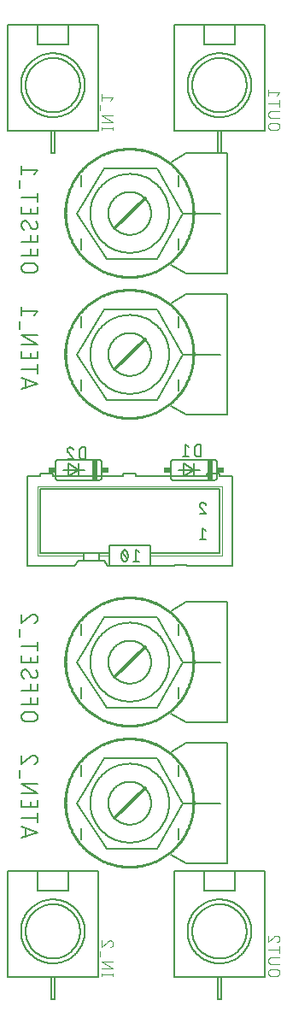
<source format=gbo>
G04 EAGLE Gerber RS-274X export*
G75*
%MOMM*%
%FSLAX34Y34*%
%LPD*%
%INBottom Silkscreen*%
%IPPOS*%
%AMOC8*
5,1,8,0,0,1.08239X$1,22.5*%
G01*
%ADD10C,0.127000*%
%ADD11C,0.304800*%
%ADD12R,0.254000X1.270000*%
%ADD13C,0.177800*%
%ADD14C,0.152400*%
%ADD15R,0.508000X2.032000*%
%ADD16R,0.635000X0.508000*%
%ADD17C,0.050800*%
%ADD18C,0.101600*%


D10*
X179300Y660400D02*
X217000Y660400D01*
X102080Y705240D02*
X74700Y660400D01*
X104620Y615560D01*
X154460Y615560D01*
X179300Y660400D01*
X154380Y705240D01*
X102080Y705240D01*
D11*
X142000Y675400D02*
X112000Y645400D01*
D10*
X64000Y660400D02*
X64019Y661946D01*
X64076Y663491D01*
X64171Y665035D01*
X64303Y666575D01*
X64474Y668112D01*
X64682Y669644D01*
X64928Y671171D01*
X65211Y672691D01*
X65531Y674203D01*
X65888Y675708D01*
X66282Y677203D01*
X66713Y678688D01*
X67180Y680162D01*
X67683Y681624D01*
X68221Y683073D01*
X68796Y684509D01*
X69405Y685930D01*
X70049Y687336D01*
X70727Y688726D01*
X71439Y690098D01*
X72185Y691453D01*
X72963Y692788D01*
X73774Y694105D01*
X74617Y695401D01*
X75492Y696676D01*
X76398Y697929D01*
X77334Y699160D01*
X78300Y700367D01*
X79296Y701550D01*
X80320Y702708D01*
X81372Y703841D01*
X82452Y704948D01*
X83559Y706028D01*
X84692Y707080D01*
X85850Y708104D01*
X87033Y709100D01*
X88240Y710066D01*
X89471Y711002D01*
X90724Y711908D01*
X91999Y712783D01*
X93295Y713626D01*
X94612Y714437D01*
X95947Y715215D01*
X97302Y715961D01*
X98674Y716673D01*
X100064Y717351D01*
X101470Y717995D01*
X102891Y718604D01*
X104327Y719179D01*
X105776Y719717D01*
X107238Y720220D01*
X108712Y720687D01*
X110197Y721118D01*
X111692Y721512D01*
X113197Y721869D01*
X114709Y722189D01*
X116229Y722472D01*
X117756Y722718D01*
X119288Y722926D01*
X120825Y723097D01*
X122365Y723229D01*
X123909Y723324D01*
X125454Y723381D01*
X127000Y723400D01*
X128546Y723381D01*
X130091Y723324D01*
X131635Y723229D01*
X133175Y723097D01*
X134712Y722926D01*
X136244Y722718D01*
X137771Y722472D01*
X139291Y722189D01*
X140803Y721869D01*
X142308Y721512D01*
X143803Y721118D01*
X145288Y720687D01*
X146762Y720220D01*
X148224Y719717D01*
X149673Y719179D01*
X151109Y718604D01*
X152530Y717995D01*
X153936Y717351D01*
X155326Y716673D01*
X156698Y715961D01*
X158053Y715215D01*
X159388Y714437D01*
X160705Y713626D01*
X162001Y712783D01*
X163276Y711908D01*
X164529Y711002D01*
X165760Y710066D01*
X166967Y709100D01*
X168150Y708104D01*
X169308Y707080D01*
X170441Y706028D01*
X171548Y704948D01*
X172628Y703841D01*
X173680Y702708D01*
X174704Y701550D01*
X175700Y700367D01*
X176666Y699160D01*
X177602Y697929D01*
X178508Y696676D01*
X179383Y695401D01*
X180226Y694105D01*
X181037Y692788D01*
X181815Y691453D01*
X182561Y690098D01*
X183273Y688726D01*
X183951Y687336D01*
X184595Y685930D01*
X185204Y684509D01*
X185779Y683073D01*
X186317Y681624D01*
X186820Y680162D01*
X187287Y678688D01*
X187718Y677203D01*
X188112Y675708D01*
X188469Y674203D01*
X188789Y672691D01*
X189072Y671171D01*
X189318Y669644D01*
X189526Y668112D01*
X189697Y666575D01*
X189829Y665035D01*
X189924Y663491D01*
X189981Y661946D01*
X190000Y660400D01*
X189981Y658854D01*
X189924Y657309D01*
X189829Y655765D01*
X189697Y654225D01*
X189526Y652688D01*
X189318Y651156D01*
X189072Y649629D01*
X188789Y648109D01*
X188469Y646597D01*
X188112Y645092D01*
X187718Y643597D01*
X187287Y642112D01*
X186820Y640638D01*
X186317Y639176D01*
X185779Y637727D01*
X185204Y636291D01*
X184595Y634870D01*
X183951Y633464D01*
X183273Y632074D01*
X182561Y630702D01*
X181815Y629347D01*
X181037Y628012D01*
X180226Y626695D01*
X179383Y625399D01*
X178508Y624124D01*
X177602Y622871D01*
X176666Y621640D01*
X175700Y620433D01*
X174704Y619250D01*
X173680Y618092D01*
X172628Y616959D01*
X171548Y615852D01*
X170441Y614772D01*
X169308Y613720D01*
X168150Y612696D01*
X166967Y611700D01*
X165760Y610734D01*
X164529Y609798D01*
X163276Y608892D01*
X162001Y608017D01*
X160705Y607174D01*
X159388Y606363D01*
X158053Y605585D01*
X156698Y604839D01*
X155326Y604127D01*
X153936Y603449D01*
X152530Y602805D01*
X151109Y602196D01*
X149673Y601621D01*
X148224Y601083D01*
X146762Y600580D01*
X145288Y600113D01*
X143803Y599682D01*
X142308Y599288D01*
X140803Y598931D01*
X139291Y598611D01*
X137771Y598328D01*
X136244Y598082D01*
X134712Y597874D01*
X133175Y597703D01*
X131635Y597571D01*
X130091Y597476D01*
X128546Y597419D01*
X127000Y597400D01*
X125454Y597419D01*
X123909Y597476D01*
X122365Y597571D01*
X120825Y597703D01*
X119288Y597874D01*
X117756Y598082D01*
X116229Y598328D01*
X114709Y598611D01*
X113197Y598931D01*
X111692Y599288D01*
X110197Y599682D01*
X108712Y600113D01*
X107238Y600580D01*
X105776Y601083D01*
X104327Y601621D01*
X102891Y602196D01*
X101470Y602805D01*
X100064Y603449D01*
X98674Y604127D01*
X97302Y604839D01*
X95947Y605585D01*
X94612Y606363D01*
X93295Y607174D01*
X91999Y608017D01*
X90724Y608892D01*
X89471Y609798D01*
X88240Y610734D01*
X87033Y611700D01*
X85850Y612696D01*
X84692Y613720D01*
X83559Y614772D01*
X82452Y615852D01*
X81372Y616959D01*
X80320Y618092D01*
X79296Y619250D01*
X78300Y620433D01*
X77334Y621640D01*
X76398Y622871D01*
X75492Y624124D01*
X74617Y625399D01*
X73774Y626695D01*
X72963Y628012D01*
X72185Y629347D01*
X71439Y630702D01*
X70727Y632074D01*
X70049Y633464D01*
X69405Y634870D01*
X68796Y636291D01*
X68221Y637727D01*
X67683Y639176D01*
X67180Y640638D01*
X66713Y642112D01*
X66282Y643597D01*
X65888Y645092D01*
X65531Y646597D01*
X65211Y648109D01*
X64928Y649629D01*
X64682Y651156D01*
X64474Y652688D01*
X64303Y654225D01*
X64171Y655765D01*
X64076Y657309D01*
X64019Y658854D01*
X64000Y660400D01*
X62969Y660400D02*
X62988Y661971D01*
X63046Y663542D01*
X63142Y665110D01*
X63277Y666676D01*
X63451Y668238D01*
X63662Y669795D01*
X63912Y671347D01*
X64199Y672892D01*
X64525Y674429D01*
X64888Y675958D01*
X65288Y677478D01*
X65726Y678987D01*
X66201Y680485D01*
X66712Y681971D01*
X67260Y683444D01*
X67843Y684904D01*
X68462Y686348D01*
X69117Y687777D01*
X69806Y689189D01*
X70530Y690584D01*
X71287Y691961D01*
X72079Y693319D01*
X72903Y694656D01*
X73760Y695974D01*
X74649Y697270D01*
X75570Y698543D01*
X76521Y699794D01*
X77503Y701021D01*
X78515Y702223D01*
X79556Y703401D01*
X80626Y704552D01*
X81723Y705677D01*
X82848Y706774D01*
X83999Y707844D01*
X85177Y708885D01*
X86379Y709897D01*
X87606Y710879D01*
X88857Y711830D01*
X90130Y712751D01*
X91426Y713640D01*
X92744Y714497D01*
X94081Y715321D01*
X95439Y716113D01*
X96816Y716870D01*
X98211Y717594D01*
X99623Y718283D01*
X101052Y718938D01*
X102496Y719557D01*
X103956Y720140D01*
X105429Y720688D01*
X106915Y721199D01*
X108413Y721674D01*
X109922Y722112D01*
X111442Y722512D01*
X112971Y722875D01*
X114508Y723201D01*
X116053Y723488D01*
X117605Y723738D01*
X119162Y723949D01*
X120724Y724123D01*
X122290Y724258D01*
X123858Y724354D01*
X125429Y724412D01*
X127000Y724431D01*
X128571Y724412D01*
X130142Y724354D01*
X131710Y724258D01*
X133276Y724123D01*
X134838Y723949D01*
X136395Y723738D01*
X137947Y723488D01*
X139492Y723201D01*
X141029Y722875D01*
X142558Y722512D01*
X144078Y722112D01*
X145587Y721674D01*
X147085Y721199D01*
X148571Y720688D01*
X150044Y720140D01*
X151504Y719557D01*
X152948Y718938D01*
X154377Y718283D01*
X155789Y717594D01*
X157184Y716870D01*
X158561Y716113D01*
X159919Y715321D01*
X161256Y714497D01*
X162574Y713640D01*
X163870Y712751D01*
X165143Y711830D01*
X166394Y710879D01*
X167621Y709897D01*
X168823Y708885D01*
X170001Y707844D01*
X171152Y706774D01*
X172277Y705677D01*
X173374Y704552D01*
X174444Y703401D01*
X175485Y702223D01*
X176497Y701021D01*
X177479Y699794D01*
X178430Y698543D01*
X179351Y697270D01*
X180240Y695974D01*
X181097Y694656D01*
X181921Y693319D01*
X182713Y691961D01*
X183470Y690584D01*
X184194Y689189D01*
X184883Y687777D01*
X185538Y686348D01*
X186157Y684904D01*
X186740Y683444D01*
X187288Y681971D01*
X187799Y680485D01*
X188274Y678987D01*
X188712Y677478D01*
X189112Y675958D01*
X189475Y674429D01*
X189801Y672892D01*
X190088Y671347D01*
X190338Y669795D01*
X190549Y668238D01*
X190723Y666676D01*
X190858Y665110D01*
X190954Y663542D01*
X191012Y661971D01*
X191031Y660400D01*
X191012Y658829D01*
X190954Y657258D01*
X190858Y655690D01*
X190723Y654124D01*
X190549Y652562D01*
X190338Y651005D01*
X190088Y649453D01*
X189801Y647908D01*
X189475Y646371D01*
X189112Y644842D01*
X188712Y643322D01*
X188274Y641813D01*
X187799Y640315D01*
X187288Y638829D01*
X186740Y637356D01*
X186157Y635896D01*
X185538Y634452D01*
X184883Y633023D01*
X184194Y631611D01*
X183470Y630216D01*
X182713Y628839D01*
X181921Y627481D01*
X181097Y626144D01*
X180240Y624826D01*
X179351Y623530D01*
X178430Y622257D01*
X177479Y621006D01*
X176497Y619779D01*
X175485Y618577D01*
X174444Y617399D01*
X173374Y616248D01*
X172277Y615123D01*
X171152Y614026D01*
X170001Y612956D01*
X168823Y611915D01*
X167621Y610903D01*
X166394Y609921D01*
X165143Y608970D01*
X163870Y608049D01*
X162574Y607160D01*
X161256Y606303D01*
X159919Y605479D01*
X158561Y604687D01*
X157184Y603930D01*
X155789Y603206D01*
X154377Y602517D01*
X152948Y601862D01*
X151504Y601243D01*
X150044Y600660D01*
X148571Y600112D01*
X147085Y599601D01*
X145587Y599126D01*
X144078Y598688D01*
X142558Y598288D01*
X141029Y597925D01*
X139492Y597599D01*
X137947Y597312D01*
X136395Y597062D01*
X134838Y596851D01*
X133276Y596677D01*
X131710Y596542D01*
X130142Y596446D01*
X128571Y596388D01*
X127000Y596369D01*
X125429Y596388D01*
X123858Y596446D01*
X122290Y596542D01*
X120724Y596677D01*
X119162Y596851D01*
X117605Y597062D01*
X116053Y597312D01*
X114508Y597599D01*
X112971Y597925D01*
X111442Y598288D01*
X109922Y598688D01*
X108413Y599126D01*
X106915Y599601D01*
X105429Y600112D01*
X103956Y600660D01*
X102496Y601243D01*
X101052Y601862D01*
X99623Y602517D01*
X98211Y603206D01*
X96816Y603930D01*
X95439Y604687D01*
X94081Y605479D01*
X92744Y606303D01*
X91426Y607160D01*
X90130Y608049D01*
X88857Y608970D01*
X87606Y609921D01*
X86379Y610903D01*
X85177Y611915D01*
X83999Y612956D01*
X82848Y614026D01*
X81723Y615123D01*
X80626Y616248D01*
X79556Y617399D01*
X78515Y618577D01*
X77503Y619779D01*
X76521Y621006D01*
X75570Y622257D01*
X74649Y623530D01*
X73760Y624826D01*
X72903Y626144D01*
X72079Y627481D01*
X71287Y628839D01*
X70530Y630216D01*
X69806Y631611D01*
X69117Y633023D01*
X68462Y634452D01*
X67843Y635896D01*
X67260Y637356D01*
X66712Y638829D01*
X66201Y640315D01*
X65726Y641813D01*
X65288Y643322D01*
X64888Y644842D01*
X64525Y646371D01*
X64199Y647908D01*
X63912Y649453D01*
X63662Y651005D01*
X63451Y652562D01*
X63277Y654124D01*
X63142Y655690D01*
X63046Y657258D01*
X62988Y658829D01*
X62969Y660400D01*
X87949Y660400D02*
X87961Y661358D01*
X87996Y662316D01*
X88055Y663273D01*
X88137Y664228D01*
X88243Y665180D01*
X88372Y666130D01*
X88524Y667076D01*
X88699Y668018D01*
X88898Y668956D01*
X89119Y669889D01*
X89364Y670815D01*
X89631Y671736D01*
X89920Y672650D01*
X90232Y673556D01*
X90566Y674454D01*
X90922Y675344D01*
X91299Y676225D01*
X91698Y677096D01*
X92119Y677958D01*
X92560Y678809D01*
X93022Y679648D01*
X93505Y680476D01*
X94008Y681292D01*
X94530Y682096D01*
X95072Y682886D01*
X95634Y683663D01*
X96214Y684425D01*
X96813Y685174D01*
X97430Y685907D01*
X98065Y686625D01*
X98717Y687327D01*
X99387Y688013D01*
X100073Y688683D01*
X100775Y689335D01*
X101493Y689970D01*
X102226Y690587D01*
X102975Y691186D01*
X103737Y691766D01*
X104514Y692328D01*
X105304Y692870D01*
X106108Y693392D01*
X106924Y693895D01*
X107752Y694378D01*
X108591Y694840D01*
X109442Y695281D01*
X110304Y695702D01*
X111175Y696101D01*
X112056Y696478D01*
X112946Y696834D01*
X113844Y697168D01*
X114750Y697480D01*
X115664Y697769D01*
X116585Y698036D01*
X117511Y698281D01*
X118444Y698502D01*
X119382Y698701D01*
X120324Y698876D01*
X121270Y699028D01*
X122220Y699157D01*
X123172Y699263D01*
X124127Y699345D01*
X125084Y699404D01*
X126042Y699439D01*
X127000Y699451D01*
X127958Y699439D01*
X128916Y699404D01*
X129873Y699345D01*
X130828Y699263D01*
X131780Y699157D01*
X132730Y699028D01*
X133676Y698876D01*
X134618Y698701D01*
X135556Y698502D01*
X136489Y698281D01*
X137415Y698036D01*
X138336Y697769D01*
X139250Y697480D01*
X140156Y697168D01*
X141054Y696834D01*
X141944Y696478D01*
X142825Y696101D01*
X143696Y695702D01*
X144558Y695281D01*
X145409Y694840D01*
X146248Y694378D01*
X147076Y693895D01*
X147892Y693392D01*
X148696Y692870D01*
X149486Y692328D01*
X150263Y691766D01*
X151025Y691186D01*
X151774Y690587D01*
X152507Y689970D01*
X153225Y689335D01*
X153927Y688683D01*
X154613Y688013D01*
X155283Y687327D01*
X155935Y686625D01*
X156570Y685907D01*
X157187Y685174D01*
X157786Y684425D01*
X158366Y683663D01*
X158928Y682886D01*
X159470Y682096D01*
X159992Y681292D01*
X160495Y680476D01*
X160978Y679648D01*
X161440Y678809D01*
X161881Y677958D01*
X162302Y677096D01*
X162701Y676225D01*
X163078Y675344D01*
X163434Y674454D01*
X163768Y673556D01*
X164080Y672650D01*
X164369Y671736D01*
X164636Y670815D01*
X164881Y669889D01*
X165102Y668956D01*
X165301Y668018D01*
X165476Y667076D01*
X165628Y666130D01*
X165757Y665180D01*
X165863Y664228D01*
X165945Y663273D01*
X166004Y662316D01*
X166039Y661358D01*
X166051Y660400D01*
X166039Y659442D01*
X166004Y658484D01*
X165945Y657527D01*
X165863Y656572D01*
X165757Y655620D01*
X165628Y654670D01*
X165476Y653724D01*
X165301Y652782D01*
X165102Y651844D01*
X164881Y650911D01*
X164636Y649985D01*
X164369Y649064D01*
X164080Y648150D01*
X163768Y647244D01*
X163434Y646346D01*
X163078Y645456D01*
X162701Y644575D01*
X162302Y643704D01*
X161881Y642842D01*
X161440Y641991D01*
X160978Y641152D01*
X160495Y640324D01*
X159992Y639508D01*
X159470Y638704D01*
X158928Y637914D01*
X158366Y637137D01*
X157786Y636375D01*
X157187Y635626D01*
X156570Y634893D01*
X155935Y634175D01*
X155283Y633473D01*
X154613Y632787D01*
X153927Y632117D01*
X153225Y631465D01*
X152507Y630830D01*
X151774Y630213D01*
X151025Y629614D01*
X150263Y629034D01*
X149486Y628472D01*
X148696Y627930D01*
X147892Y627408D01*
X147076Y626905D01*
X146248Y626422D01*
X145409Y625960D01*
X144558Y625519D01*
X143696Y625098D01*
X142825Y624699D01*
X141944Y624322D01*
X141054Y623966D01*
X140156Y623632D01*
X139250Y623320D01*
X138336Y623031D01*
X137415Y622764D01*
X136489Y622519D01*
X135556Y622298D01*
X134618Y622099D01*
X133676Y621924D01*
X132730Y621772D01*
X131780Y621643D01*
X130828Y621537D01*
X129873Y621455D01*
X128916Y621396D01*
X127958Y621361D01*
X127000Y621349D01*
X126042Y621361D01*
X125084Y621396D01*
X124127Y621455D01*
X123172Y621537D01*
X122220Y621643D01*
X121270Y621772D01*
X120324Y621924D01*
X119382Y622099D01*
X118444Y622298D01*
X117511Y622519D01*
X116585Y622764D01*
X115664Y623031D01*
X114750Y623320D01*
X113844Y623632D01*
X112946Y623966D01*
X112056Y624322D01*
X111175Y624699D01*
X110304Y625098D01*
X109442Y625519D01*
X108591Y625960D01*
X107752Y626422D01*
X106924Y626905D01*
X106108Y627408D01*
X105304Y627930D01*
X104514Y628472D01*
X103737Y629034D01*
X102975Y629614D01*
X102226Y630213D01*
X101493Y630830D01*
X100775Y631465D01*
X100073Y632117D01*
X99387Y632787D01*
X98717Y633473D01*
X98065Y634175D01*
X97430Y634893D01*
X96813Y635626D01*
X96214Y636375D01*
X95634Y637137D01*
X95072Y637914D01*
X94530Y638704D01*
X94008Y639508D01*
X93505Y640324D01*
X93022Y641152D01*
X92560Y641991D01*
X92119Y642842D01*
X91698Y643704D01*
X91299Y644575D01*
X90922Y645456D01*
X90566Y646346D01*
X90232Y647244D01*
X89920Y648150D01*
X89631Y649064D01*
X89364Y649985D01*
X89119Y650911D01*
X88898Y651844D01*
X88699Y652782D01*
X88524Y653724D01*
X88372Y654670D01*
X88243Y655620D01*
X88137Y656572D01*
X88055Y657527D01*
X87996Y658484D01*
X87961Y659442D01*
X87949Y660400D01*
X105787Y660400D02*
X105793Y660921D01*
X105813Y661441D01*
X105844Y661961D01*
X105889Y662479D01*
X105947Y662997D01*
X106017Y663513D01*
X106099Y664027D01*
X106195Y664538D01*
X106302Y665048D01*
X106423Y665554D01*
X106555Y666058D01*
X106700Y666558D01*
X106858Y667054D01*
X107027Y667546D01*
X107208Y668034D01*
X107402Y668518D01*
X107607Y668996D01*
X107824Y669470D01*
X108052Y669938D01*
X108292Y670400D01*
X108543Y670856D01*
X108805Y671306D01*
X109078Y671749D01*
X109362Y672185D01*
X109657Y672615D01*
X109962Y673037D01*
X110277Y673451D01*
X110602Y673857D01*
X110937Y674256D01*
X111282Y674646D01*
X111637Y675027D01*
X112000Y675400D01*
X112373Y675763D01*
X112754Y676118D01*
X113144Y676463D01*
X113543Y676798D01*
X113949Y677123D01*
X114363Y677438D01*
X114785Y677743D01*
X115215Y678038D01*
X115651Y678322D01*
X116094Y678595D01*
X116544Y678857D01*
X117000Y679108D01*
X117462Y679348D01*
X117930Y679576D01*
X118404Y679793D01*
X118882Y679998D01*
X119366Y680192D01*
X119854Y680373D01*
X120346Y680542D01*
X120842Y680700D01*
X121342Y680845D01*
X121846Y680977D01*
X122352Y681098D01*
X122862Y681205D01*
X123373Y681301D01*
X123887Y681383D01*
X124403Y681453D01*
X124921Y681511D01*
X125439Y681556D01*
X125959Y681587D01*
X126479Y681607D01*
X127000Y681613D01*
X127521Y681607D01*
X128041Y681587D01*
X128561Y681556D01*
X129079Y681511D01*
X129597Y681453D01*
X130113Y681383D01*
X130627Y681301D01*
X131138Y681205D01*
X131648Y681098D01*
X132154Y680977D01*
X132658Y680845D01*
X133158Y680700D01*
X133654Y680542D01*
X134146Y680373D01*
X134634Y680192D01*
X135118Y679998D01*
X135596Y679793D01*
X136070Y679576D01*
X136538Y679348D01*
X137000Y679108D01*
X137456Y678857D01*
X137906Y678595D01*
X138349Y678322D01*
X138785Y678038D01*
X139215Y677743D01*
X139637Y677438D01*
X140051Y677123D01*
X140457Y676798D01*
X140856Y676463D01*
X141246Y676118D01*
X141627Y675763D01*
X142000Y675400D01*
X142363Y675027D01*
X142718Y674646D01*
X143063Y674256D01*
X143398Y673857D01*
X143723Y673451D01*
X144038Y673037D01*
X144343Y672615D01*
X144638Y672185D01*
X144922Y671749D01*
X145195Y671306D01*
X145457Y670856D01*
X145708Y670400D01*
X145948Y669938D01*
X146176Y669470D01*
X146393Y668996D01*
X146598Y668518D01*
X146792Y668034D01*
X146973Y667546D01*
X147142Y667054D01*
X147300Y666558D01*
X147445Y666058D01*
X147577Y665554D01*
X147698Y665048D01*
X147805Y664538D01*
X147901Y664027D01*
X147983Y663513D01*
X148053Y662997D01*
X148111Y662479D01*
X148156Y661961D01*
X148187Y661441D01*
X148207Y660921D01*
X148213Y660400D01*
X148207Y659879D01*
X148187Y659359D01*
X148156Y658839D01*
X148111Y658321D01*
X148053Y657803D01*
X147983Y657287D01*
X147901Y656773D01*
X147805Y656262D01*
X147698Y655752D01*
X147577Y655246D01*
X147445Y654742D01*
X147300Y654242D01*
X147142Y653746D01*
X146973Y653254D01*
X146792Y652766D01*
X146598Y652282D01*
X146393Y651804D01*
X146176Y651330D01*
X145948Y650862D01*
X145708Y650400D01*
X145457Y649944D01*
X145195Y649494D01*
X144922Y649051D01*
X144638Y648615D01*
X144343Y648185D01*
X144038Y647763D01*
X143723Y647349D01*
X143398Y646943D01*
X143063Y646544D01*
X142718Y646154D01*
X142363Y645773D01*
X142000Y645400D01*
X141627Y645037D01*
X141246Y644682D01*
X140856Y644337D01*
X140457Y644002D01*
X140051Y643677D01*
X139637Y643362D01*
X139215Y643057D01*
X138785Y642762D01*
X138349Y642478D01*
X137906Y642205D01*
X137456Y641943D01*
X137000Y641692D01*
X136538Y641452D01*
X136070Y641224D01*
X135596Y641007D01*
X135118Y640802D01*
X134634Y640608D01*
X134146Y640427D01*
X133654Y640258D01*
X133158Y640100D01*
X132658Y639955D01*
X132154Y639823D01*
X131648Y639702D01*
X131138Y639595D01*
X130627Y639499D01*
X130113Y639417D01*
X129597Y639347D01*
X129079Y639289D01*
X128561Y639244D01*
X128041Y639213D01*
X127521Y639193D01*
X127000Y639187D01*
X126479Y639193D01*
X125959Y639213D01*
X125439Y639244D01*
X124921Y639289D01*
X124403Y639347D01*
X123887Y639417D01*
X123373Y639499D01*
X122862Y639595D01*
X122352Y639702D01*
X121846Y639823D01*
X121342Y639955D01*
X120842Y640100D01*
X120346Y640258D01*
X119854Y640427D01*
X119366Y640608D01*
X118882Y640802D01*
X118404Y641007D01*
X117930Y641224D01*
X117462Y641452D01*
X117000Y641692D01*
X116544Y641943D01*
X116094Y642205D01*
X115651Y642478D01*
X115215Y642762D01*
X114785Y643057D01*
X114363Y643362D01*
X113949Y643677D01*
X113543Y644002D01*
X113144Y644337D01*
X112754Y644682D01*
X112373Y645037D01*
X112000Y645400D01*
X111637Y645773D01*
X111282Y646154D01*
X110937Y646544D01*
X110602Y646943D01*
X110277Y647349D01*
X109962Y647763D01*
X109657Y648185D01*
X109362Y648615D01*
X109078Y649051D01*
X108805Y649494D01*
X108543Y649944D01*
X108292Y650400D01*
X108052Y650862D01*
X107824Y651330D01*
X107607Y651804D01*
X107402Y652282D01*
X107208Y652766D01*
X107027Y653254D01*
X106858Y653746D01*
X106700Y654242D01*
X106555Y654742D01*
X106423Y655246D01*
X106302Y655752D01*
X106195Y656262D01*
X106099Y656773D01*
X106017Y657287D01*
X105947Y657803D01*
X105889Y658321D01*
X105844Y658839D01*
X105813Y659359D01*
X105793Y659879D01*
X105787Y660400D01*
X223520Y720400D02*
X223520Y600400D01*
X182880Y600400D01*
X167640Y609600D01*
X182880Y720400D02*
X223520Y720400D01*
X182880Y720400D02*
X167640Y711200D01*
D12*
X175260Y692150D03*
X175260Y629920D03*
X78740Y629920D03*
X78740Y692150D03*
D13*
X35687Y631422D02*
X19685Y626088D01*
X19685Y636756D02*
X35687Y631422D01*
X23686Y635423D02*
X23686Y627422D01*
X19685Y646012D02*
X35687Y646012D01*
X35687Y641567D02*
X35687Y650457D01*
X19685Y656710D02*
X19685Y663822D01*
X19685Y656710D02*
X35687Y656710D01*
X35687Y663822D01*
X28575Y662044D02*
X28575Y656710D01*
X35687Y670224D02*
X19685Y670224D01*
X19685Y679114D02*
X35687Y670224D01*
X35687Y679114D02*
X19685Y679114D01*
X17907Y685702D02*
X17907Y692814D01*
X32131Y698881D02*
X35687Y703326D01*
X19685Y703326D01*
X19685Y698881D02*
X19685Y707771D01*
D10*
X179300Y215900D02*
X217000Y215900D01*
X102080Y260740D02*
X74700Y215900D01*
X104620Y171060D01*
X154460Y171060D01*
X179300Y215900D01*
X154380Y260740D01*
X102080Y260740D01*
D11*
X142000Y230900D02*
X112000Y200900D01*
D10*
X64000Y215900D02*
X64019Y217446D01*
X64076Y218991D01*
X64171Y220535D01*
X64303Y222075D01*
X64474Y223612D01*
X64682Y225144D01*
X64928Y226671D01*
X65211Y228191D01*
X65531Y229703D01*
X65888Y231208D01*
X66282Y232703D01*
X66713Y234188D01*
X67180Y235662D01*
X67683Y237124D01*
X68221Y238573D01*
X68796Y240009D01*
X69405Y241430D01*
X70049Y242836D01*
X70727Y244226D01*
X71439Y245598D01*
X72185Y246953D01*
X72963Y248288D01*
X73774Y249605D01*
X74617Y250901D01*
X75492Y252176D01*
X76398Y253429D01*
X77334Y254660D01*
X78300Y255867D01*
X79296Y257050D01*
X80320Y258208D01*
X81372Y259341D01*
X82452Y260448D01*
X83559Y261528D01*
X84692Y262580D01*
X85850Y263604D01*
X87033Y264600D01*
X88240Y265566D01*
X89471Y266502D01*
X90724Y267408D01*
X91999Y268283D01*
X93295Y269126D01*
X94612Y269937D01*
X95947Y270715D01*
X97302Y271461D01*
X98674Y272173D01*
X100064Y272851D01*
X101470Y273495D01*
X102891Y274104D01*
X104327Y274679D01*
X105776Y275217D01*
X107238Y275720D01*
X108712Y276187D01*
X110197Y276618D01*
X111692Y277012D01*
X113197Y277369D01*
X114709Y277689D01*
X116229Y277972D01*
X117756Y278218D01*
X119288Y278426D01*
X120825Y278597D01*
X122365Y278729D01*
X123909Y278824D01*
X125454Y278881D01*
X127000Y278900D01*
X128546Y278881D01*
X130091Y278824D01*
X131635Y278729D01*
X133175Y278597D01*
X134712Y278426D01*
X136244Y278218D01*
X137771Y277972D01*
X139291Y277689D01*
X140803Y277369D01*
X142308Y277012D01*
X143803Y276618D01*
X145288Y276187D01*
X146762Y275720D01*
X148224Y275217D01*
X149673Y274679D01*
X151109Y274104D01*
X152530Y273495D01*
X153936Y272851D01*
X155326Y272173D01*
X156698Y271461D01*
X158053Y270715D01*
X159388Y269937D01*
X160705Y269126D01*
X162001Y268283D01*
X163276Y267408D01*
X164529Y266502D01*
X165760Y265566D01*
X166967Y264600D01*
X168150Y263604D01*
X169308Y262580D01*
X170441Y261528D01*
X171548Y260448D01*
X172628Y259341D01*
X173680Y258208D01*
X174704Y257050D01*
X175700Y255867D01*
X176666Y254660D01*
X177602Y253429D01*
X178508Y252176D01*
X179383Y250901D01*
X180226Y249605D01*
X181037Y248288D01*
X181815Y246953D01*
X182561Y245598D01*
X183273Y244226D01*
X183951Y242836D01*
X184595Y241430D01*
X185204Y240009D01*
X185779Y238573D01*
X186317Y237124D01*
X186820Y235662D01*
X187287Y234188D01*
X187718Y232703D01*
X188112Y231208D01*
X188469Y229703D01*
X188789Y228191D01*
X189072Y226671D01*
X189318Y225144D01*
X189526Y223612D01*
X189697Y222075D01*
X189829Y220535D01*
X189924Y218991D01*
X189981Y217446D01*
X190000Y215900D01*
X189981Y214354D01*
X189924Y212809D01*
X189829Y211265D01*
X189697Y209725D01*
X189526Y208188D01*
X189318Y206656D01*
X189072Y205129D01*
X188789Y203609D01*
X188469Y202097D01*
X188112Y200592D01*
X187718Y199097D01*
X187287Y197612D01*
X186820Y196138D01*
X186317Y194676D01*
X185779Y193227D01*
X185204Y191791D01*
X184595Y190370D01*
X183951Y188964D01*
X183273Y187574D01*
X182561Y186202D01*
X181815Y184847D01*
X181037Y183512D01*
X180226Y182195D01*
X179383Y180899D01*
X178508Y179624D01*
X177602Y178371D01*
X176666Y177140D01*
X175700Y175933D01*
X174704Y174750D01*
X173680Y173592D01*
X172628Y172459D01*
X171548Y171352D01*
X170441Y170272D01*
X169308Y169220D01*
X168150Y168196D01*
X166967Y167200D01*
X165760Y166234D01*
X164529Y165298D01*
X163276Y164392D01*
X162001Y163517D01*
X160705Y162674D01*
X159388Y161863D01*
X158053Y161085D01*
X156698Y160339D01*
X155326Y159627D01*
X153936Y158949D01*
X152530Y158305D01*
X151109Y157696D01*
X149673Y157121D01*
X148224Y156583D01*
X146762Y156080D01*
X145288Y155613D01*
X143803Y155182D01*
X142308Y154788D01*
X140803Y154431D01*
X139291Y154111D01*
X137771Y153828D01*
X136244Y153582D01*
X134712Y153374D01*
X133175Y153203D01*
X131635Y153071D01*
X130091Y152976D01*
X128546Y152919D01*
X127000Y152900D01*
X125454Y152919D01*
X123909Y152976D01*
X122365Y153071D01*
X120825Y153203D01*
X119288Y153374D01*
X117756Y153582D01*
X116229Y153828D01*
X114709Y154111D01*
X113197Y154431D01*
X111692Y154788D01*
X110197Y155182D01*
X108712Y155613D01*
X107238Y156080D01*
X105776Y156583D01*
X104327Y157121D01*
X102891Y157696D01*
X101470Y158305D01*
X100064Y158949D01*
X98674Y159627D01*
X97302Y160339D01*
X95947Y161085D01*
X94612Y161863D01*
X93295Y162674D01*
X91999Y163517D01*
X90724Y164392D01*
X89471Y165298D01*
X88240Y166234D01*
X87033Y167200D01*
X85850Y168196D01*
X84692Y169220D01*
X83559Y170272D01*
X82452Y171352D01*
X81372Y172459D01*
X80320Y173592D01*
X79296Y174750D01*
X78300Y175933D01*
X77334Y177140D01*
X76398Y178371D01*
X75492Y179624D01*
X74617Y180899D01*
X73774Y182195D01*
X72963Y183512D01*
X72185Y184847D01*
X71439Y186202D01*
X70727Y187574D01*
X70049Y188964D01*
X69405Y190370D01*
X68796Y191791D01*
X68221Y193227D01*
X67683Y194676D01*
X67180Y196138D01*
X66713Y197612D01*
X66282Y199097D01*
X65888Y200592D01*
X65531Y202097D01*
X65211Y203609D01*
X64928Y205129D01*
X64682Y206656D01*
X64474Y208188D01*
X64303Y209725D01*
X64171Y211265D01*
X64076Y212809D01*
X64019Y214354D01*
X64000Y215900D01*
X62969Y215900D02*
X62988Y217471D01*
X63046Y219042D01*
X63142Y220610D01*
X63277Y222176D01*
X63451Y223738D01*
X63662Y225295D01*
X63912Y226847D01*
X64199Y228392D01*
X64525Y229929D01*
X64888Y231458D01*
X65288Y232978D01*
X65726Y234487D01*
X66201Y235985D01*
X66712Y237471D01*
X67260Y238944D01*
X67843Y240404D01*
X68462Y241848D01*
X69117Y243277D01*
X69806Y244689D01*
X70530Y246084D01*
X71287Y247461D01*
X72079Y248819D01*
X72903Y250156D01*
X73760Y251474D01*
X74649Y252770D01*
X75570Y254043D01*
X76521Y255294D01*
X77503Y256521D01*
X78515Y257723D01*
X79556Y258901D01*
X80626Y260052D01*
X81723Y261177D01*
X82848Y262274D01*
X83999Y263344D01*
X85177Y264385D01*
X86379Y265397D01*
X87606Y266379D01*
X88857Y267330D01*
X90130Y268251D01*
X91426Y269140D01*
X92744Y269997D01*
X94081Y270821D01*
X95439Y271613D01*
X96816Y272370D01*
X98211Y273094D01*
X99623Y273783D01*
X101052Y274438D01*
X102496Y275057D01*
X103956Y275640D01*
X105429Y276188D01*
X106915Y276699D01*
X108413Y277174D01*
X109922Y277612D01*
X111442Y278012D01*
X112971Y278375D01*
X114508Y278701D01*
X116053Y278988D01*
X117605Y279238D01*
X119162Y279449D01*
X120724Y279623D01*
X122290Y279758D01*
X123858Y279854D01*
X125429Y279912D01*
X127000Y279931D01*
X128571Y279912D01*
X130142Y279854D01*
X131710Y279758D01*
X133276Y279623D01*
X134838Y279449D01*
X136395Y279238D01*
X137947Y278988D01*
X139492Y278701D01*
X141029Y278375D01*
X142558Y278012D01*
X144078Y277612D01*
X145587Y277174D01*
X147085Y276699D01*
X148571Y276188D01*
X150044Y275640D01*
X151504Y275057D01*
X152948Y274438D01*
X154377Y273783D01*
X155789Y273094D01*
X157184Y272370D01*
X158561Y271613D01*
X159919Y270821D01*
X161256Y269997D01*
X162574Y269140D01*
X163870Y268251D01*
X165143Y267330D01*
X166394Y266379D01*
X167621Y265397D01*
X168823Y264385D01*
X170001Y263344D01*
X171152Y262274D01*
X172277Y261177D01*
X173374Y260052D01*
X174444Y258901D01*
X175485Y257723D01*
X176497Y256521D01*
X177479Y255294D01*
X178430Y254043D01*
X179351Y252770D01*
X180240Y251474D01*
X181097Y250156D01*
X181921Y248819D01*
X182713Y247461D01*
X183470Y246084D01*
X184194Y244689D01*
X184883Y243277D01*
X185538Y241848D01*
X186157Y240404D01*
X186740Y238944D01*
X187288Y237471D01*
X187799Y235985D01*
X188274Y234487D01*
X188712Y232978D01*
X189112Y231458D01*
X189475Y229929D01*
X189801Y228392D01*
X190088Y226847D01*
X190338Y225295D01*
X190549Y223738D01*
X190723Y222176D01*
X190858Y220610D01*
X190954Y219042D01*
X191012Y217471D01*
X191031Y215900D01*
X191012Y214329D01*
X190954Y212758D01*
X190858Y211190D01*
X190723Y209624D01*
X190549Y208062D01*
X190338Y206505D01*
X190088Y204953D01*
X189801Y203408D01*
X189475Y201871D01*
X189112Y200342D01*
X188712Y198822D01*
X188274Y197313D01*
X187799Y195815D01*
X187288Y194329D01*
X186740Y192856D01*
X186157Y191396D01*
X185538Y189952D01*
X184883Y188523D01*
X184194Y187111D01*
X183470Y185716D01*
X182713Y184339D01*
X181921Y182981D01*
X181097Y181644D01*
X180240Y180326D01*
X179351Y179030D01*
X178430Y177757D01*
X177479Y176506D01*
X176497Y175279D01*
X175485Y174077D01*
X174444Y172899D01*
X173374Y171748D01*
X172277Y170623D01*
X171152Y169526D01*
X170001Y168456D01*
X168823Y167415D01*
X167621Y166403D01*
X166394Y165421D01*
X165143Y164470D01*
X163870Y163549D01*
X162574Y162660D01*
X161256Y161803D01*
X159919Y160979D01*
X158561Y160187D01*
X157184Y159430D01*
X155789Y158706D01*
X154377Y158017D01*
X152948Y157362D01*
X151504Y156743D01*
X150044Y156160D01*
X148571Y155612D01*
X147085Y155101D01*
X145587Y154626D01*
X144078Y154188D01*
X142558Y153788D01*
X141029Y153425D01*
X139492Y153099D01*
X137947Y152812D01*
X136395Y152562D01*
X134838Y152351D01*
X133276Y152177D01*
X131710Y152042D01*
X130142Y151946D01*
X128571Y151888D01*
X127000Y151869D01*
X125429Y151888D01*
X123858Y151946D01*
X122290Y152042D01*
X120724Y152177D01*
X119162Y152351D01*
X117605Y152562D01*
X116053Y152812D01*
X114508Y153099D01*
X112971Y153425D01*
X111442Y153788D01*
X109922Y154188D01*
X108413Y154626D01*
X106915Y155101D01*
X105429Y155612D01*
X103956Y156160D01*
X102496Y156743D01*
X101052Y157362D01*
X99623Y158017D01*
X98211Y158706D01*
X96816Y159430D01*
X95439Y160187D01*
X94081Y160979D01*
X92744Y161803D01*
X91426Y162660D01*
X90130Y163549D01*
X88857Y164470D01*
X87606Y165421D01*
X86379Y166403D01*
X85177Y167415D01*
X83999Y168456D01*
X82848Y169526D01*
X81723Y170623D01*
X80626Y171748D01*
X79556Y172899D01*
X78515Y174077D01*
X77503Y175279D01*
X76521Y176506D01*
X75570Y177757D01*
X74649Y179030D01*
X73760Y180326D01*
X72903Y181644D01*
X72079Y182981D01*
X71287Y184339D01*
X70530Y185716D01*
X69806Y187111D01*
X69117Y188523D01*
X68462Y189952D01*
X67843Y191396D01*
X67260Y192856D01*
X66712Y194329D01*
X66201Y195815D01*
X65726Y197313D01*
X65288Y198822D01*
X64888Y200342D01*
X64525Y201871D01*
X64199Y203408D01*
X63912Y204953D01*
X63662Y206505D01*
X63451Y208062D01*
X63277Y209624D01*
X63142Y211190D01*
X63046Y212758D01*
X62988Y214329D01*
X62969Y215900D01*
X87949Y215900D02*
X87961Y216858D01*
X87996Y217816D01*
X88055Y218773D01*
X88137Y219728D01*
X88243Y220680D01*
X88372Y221630D01*
X88524Y222576D01*
X88699Y223518D01*
X88898Y224456D01*
X89119Y225389D01*
X89364Y226315D01*
X89631Y227236D01*
X89920Y228150D01*
X90232Y229056D01*
X90566Y229954D01*
X90922Y230844D01*
X91299Y231725D01*
X91698Y232596D01*
X92119Y233458D01*
X92560Y234309D01*
X93022Y235148D01*
X93505Y235976D01*
X94008Y236792D01*
X94530Y237596D01*
X95072Y238386D01*
X95634Y239163D01*
X96214Y239925D01*
X96813Y240674D01*
X97430Y241407D01*
X98065Y242125D01*
X98717Y242827D01*
X99387Y243513D01*
X100073Y244183D01*
X100775Y244835D01*
X101493Y245470D01*
X102226Y246087D01*
X102975Y246686D01*
X103737Y247266D01*
X104514Y247828D01*
X105304Y248370D01*
X106108Y248892D01*
X106924Y249395D01*
X107752Y249878D01*
X108591Y250340D01*
X109442Y250781D01*
X110304Y251202D01*
X111175Y251601D01*
X112056Y251978D01*
X112946Y252334D01*
X113844Y252668D01*
X114750Y252980D01*
X115664Y253269D01*
X116585Y253536D01*
X117511Y253781D01*
X118444Y254002D01*
X119382Y254201D01*
X120324Y254376D01*
X121270Y254528D01*
X122220Y254657D01*
X123172Y254763D01*
X124127Y254845D01*
X125084Y254904D01*
X126042Y254939D01*
X127000Y254951D01*
X127958Y254939D01*
X128916Y254904D01*
X129873Y254845D01*
X130828Y254763D01*
X131780Y254657D01*
X132730Y254528D01*
X133676Y254376D01*
X134618Y254201D01*
X135556Y254002D01*
X136489Y253781D01*
X137415Y253536D01*
X138336Y253269D01*
X139250Y252980D01*
X140156Y252668D01*
X141054Y252334D01*
X141944Y251978D01*
X142825Y251601D01*
X143696Y251202D01*
X144558Y250781D01*
X145409Y250340D01*
X146248Y249878D01*
X147076Y249395D01*
X147892Y248892D01*
X148696Y248370D01*
X149486Y247828D01*
X150263Y247266D01*
X151025Y246686D01*
X151774Y246087D01*
X152507Y245470D01*
X153225Y244835D01*
X153927Y244183D01*
X154613Y243513D01*
X155283Y242827D01*
X155935Y242125D01*
X156570Y241407D01*
X157187Y240674D01*
X157786Y239925D01*
X158366Y239163D01*
X158928Y238386D01*
X159470Y237596D01*
X159992Y236792D01*
X160495Y235976D01*
X160978Y235148D01*
X161440Y234309D01*
X161881Y233458D01*
X162302Y232596D01*
X162701Y231725D01*
X163078Y230844D01*
X163434Y229954D01*
X163768Y229056D01*
X164080Y228150D01*
X164369Y227236D01*
X164636Y226315D01*
X164881Y225389D01*
X165102Y224456D01*
X165301Y223518D01*
X165476Y222576D01*
X165628Y221630D01*
X165757Y220680D01*
X165863Y219728D01*
X165945Y218773D01*
X166004Y217816D01*
X166039Y216858D01*
X166051Y215900D01*
X166039Y214942D01*
X166004Y213984D01*
X165945Y213027D01*
X165863Y212072D01*
X165757Y211120D01*
X165628Y210170D01*
X165476Y209224D01*
X165301Y208282D01*
X165102Y207344D01*
X164881Y206411D01*
X164636Y205485D01*
X164369Y204564D01*
X164080Y203650D01*
X163768Y202744D01*
X163434Y201846D01*
X163078Y200956D01*
X162701Y200075D01*
X162302Y199204D01*
X161881Y198342D01*
X161440Y197491D01*
X160978Y196652D01*
X160495Y195824D01*
X159992Y195008D01*
X159470Y194204D01*
X158928Y193414D01*
X158366Y192637D01*
X157786Y191875D01*
X157187Y191126D01*
X156570Y190393D01*
X155935Y189675D01*
X155283Y188973D01*
X154613Y188287D01*
X153927Y187617D01*
X153225Y186965D01*
X152507Y186330D01*
X151774Y185713D01*
X151025Y185114D01*
X150263Y184534D01*
X149486Y183972D01*
X148696Y183430D01*
X147892Y182908D01*
X147076Y182405D01*
X146248Y181922D01*
X145409Y181460D01*
X144558Y181019D01*
X143696Y180598D01*
X142825Y180199D01*
X141944Y179822D01*
X141054Y179466D01*
X140156Y179132D01*
X139250Y178820D01*
X138336Y178531D01*
X137415Y178264D01*
X136489Y178019D01*
X135556Y177798D01*
X134618Y177599D01*
X133676Y177424D01*
X132730Y177272D01*
X131780Y177143D01*
X130828Y177037D01*
X129873Y176955D01*
X128916Y176896D01*
X127958Y176861D01*
X127000Y176849D01*
X126042Y176861D01*
X125084Y176896D01*
X124127Y176955D01*
X123172Y177037D01*
X122220Y177143D01*
X121270Y177272D01*
X120324Y177424D01*
X119382Y177599D01*
X118444Y177798D01*
X117511Y178019D01*
X116585Y178264D01*
X115664Y178531D01*
X114750Y178820D01*
X113844Y179132D01*
X112946Y179466D01*
X112056Y179822D01*
X111175Y180199D01*
X110304Y180598D01*
X109442Y181019D01*
X108591Y181460D01*
X107752Y181922D01*
X106924Y182405D01*
X106108Y182908D01*
X105304Y183430D01*
X104514Y183972D01*
X103737Y184534D01*
X102975Y185114D01*
X102226Y185713D01*
X101493Y186330D01*
X100775Y186965D01*
X100073Y187617D01*
X99387Y188287D01*
X98717Y188973D01*
X98065Y189675D01*
X97430Y190393D01*
X96813Y191126D01*
X96214Y191875D01*
X95634Y192637D01*
X95072Y193414D01*
X94530Y194204D01*
X94008Y195008D01*
X93505Y195824D01*
X93022Y196652D01*
X92560Y197491D01*
X92119Y198342D01*
X91698Y199204D01*
X91299Y200075D01*
X90922Y200956D01*
X90566Y201846D01*
X90232Y202744D01*
X89920Y203650D01*
X89631Y204564D01*
X89364Y205485D01*
X89119Y206411D01*
X88898Y207344D01*
X88699Y208282D01*
X88524Y209224D01*
X88372Y210170D01*
X88243Y211120D01*
X88137Y212072D01*
X88055Y213027D01*
X87996Y213984D01*
X87961Y214942D01*
X87949Y215900D01*
X105787Y215900D02*
X105793Y216421D01*
X105813Y216941D01*
X105844Y217461D01*
X105889Y217979D01*
X105947Y218497D01*
X106017Y219013D01*
X106099Y219527D01*
X106195Y220038D01*
X106302Y220548D01*
X106423Y221054D01*
X106555Y221558D01*
X106700Y222058D01*
X106858Y222554D01*
X107027Y223046D01*
X107208Y223534D01*
X107402Y224018D01*
X107607Y224496D01*
X107824Y224970D01*
X108052Y225438D01*
X108292Y225900D01*
X108543Y226356D01*
X108805Y226806D01*
X109078Y227249D01*
X109362Y227685D01*
X109657Y228115D01*
X109962Y228537D01*
X110277Y228951D01*
X110602Y229357D01*
X110937Y229756D01*
X111282Y230146D01*
X111637Y230527D01*
X112000Y230900D01*
X112373Y231263D01*
X112754Y231618D01*
X113144Y231963D01*
X113543Y232298D01*
X113949Y232623D01*
X114363Y232938D01*
X114785Y233243D01*
X115215Y233538D01*
X115651Y233822D01*
X116094Y234095D01*
X116544Y234357D01*
X117000Y234608D01*
X117462Y234848D01*
X117930Y235076D01*
X118404Y235293D01*
X118882Y235498D01*
X119366Y235692D01*
X119854Y235873D01*
X120346Y236042D01*
X120842Y236200D01*
X121342Y236345D01*
X121846Y236477D01*
X122352Y236598D01*
X122862Y236705D01*
X123373Y236801D01*
X123887Y236883D01*
X124403Y236953D01*
X124921Y237011D01*
X125439Y237056D01*
X125959Y237087D01*
X126479Y237107D01*
X127000Y237113D01*
X127521Y237107D01*
X128041Y237087D01*
X128561Y237056D01*
X129079Y237011D01*
X129597Y236953D01*
X130113Y236883D01*
X130627Y236801D01*
X131138Y236705D01*
X131648Y236598D01*
X132154Y236477D01*
X132658Y236345D01*
X133158Y236200D01*
X133654Y236042D01*
X134146Y235873D01*
X134634Y235692D01*
X135118Y235498D01*
X135596Y235293D01*
X136070Y235076D01*
X136538Y234848D01*
X137000Y234608D01*
X137456Y234357D01*
X137906Y234095D01*
X138349Y233822D01*
X138785Y233538D01*
X139215Y233243D01*
X139637Y232938D01*
X140051Y232623D01*
X140457Y232298D01*
X140856Y231963D01*
X141246Y231618D01*
X141627Y231263D01*
X142000Y230900D01*
X142363Y230527D01*
X142718Y230146D01*
X143063Y229756D01*
X143398Y229357D01*
X143723Y228951D01*
X144038Y228537D01*
X144343Y228115D01*
X144638Y227685D01*
X144922Y227249D01*
X145195Y226806D01*
X145457Y226356D01*
X145708Y225900D01*
X145948Y225438D01*
X146176Y224970D01*
X146393Y224496D01*
X146598Y224018D01*
X146792Y223534D01*
X146973Y223046D01*
X147142Y222554D01*
X147300Y222058D01*
X147445Y221558D01*
X147577Y221054D01*
X147698Y220548D01*
X147805Y220038D01*
X147901Y219527D01*
X147983Y219013D01*
X148053Y218497D01*
X148111Y217979D01*
X148156Y217461D01*
X148187Y216941D01*
X148207Y216421D01*
X148213Y215900D01*
X148207Y215379D01*
X148187Y214859D01*
X148156Y214339D01*
X148111Y213821D01*
X148053Y213303D01*
X147983Y212787D01*
X147901Y212273D01*
X147805Y211762D01*
X147698Y211252D01*
X147577Y210746D01*
X147445Y210242D01*
X147300Y209742D01*
X147142Y209246D01*
X146973Y208754D01*
X146792Y208266D01*
X146598Y207782D01*
X146393Y207304D01*
X146176Y206830D01*
X145948Y206362D01*
X145708Y205900D01*
X145457Y205444D01*
X145195Y204994D01*
X144922Y204551D01*
X144638Y204115D01*
X144343Y203685D01*
X144038Y203263D01*
X143723Y202849D01*
X143398Y202443D01*
X143063Y202044D01*
X142718Y201654D01*
X142363Y201273D01*
X142000Y200900D01*
X141627Y200537D01*
X141246Y200182D01*
X140856Y199837D01*
X140457Y199502D01*
X140051Y199177D01*
X139637Y198862D01*
X139215Y198557D01*
X138785Y198262D01*
X138349Y197978D01*
X137906Y197705D01*
X137456Y197443D01*
X137000Y197192D01*
X136538Y196952D01*
X136070Y196724D01*
X135596Y196507D01*
X135118Y196302D01*
X134634Y196108D01*
X134146Y195927D01*
X133654Y195758D01*
X133158Y195600D01*
X132658Y195455D01*
X132154Y195323D01*
X131648Y195202D01*
X131138Y195095D01*
X130627Y194999D01*
X130113Y194917D01*
X129597Y194847D01*
X129079Y194789D01*
X128561Y194744D01*
X128041Y194713D01*
X127521Y194693D01*
X127000Y194687D01*
X126479Y194693D01*
X125959Y194713D01*
X125439Y194744D01*
X124921Y194789D01*
X124403Y194847D01*
X123887Y194917D01*
X123373Y194999D01*
X122862Y195095D01*
X122352Y195202D01*
X121846Y195323D01*
X121342Y195455D01*
X120842Y195600D01*
X120346Y195758D01*
X119854Y195927D01*
X119366Y196108D01*
X118882Y196302D01*
X118404Y196507D01*
X117930Y196724D01*
X117462Y196952D01*
X117000Y197192D01*
X116544Y197443D01*
X116094Y197705D01*
X115651Y197978D01*
X115215Y198262D01*
X114785Y198557D01*
X114363Y198862D01*
X113949Y199177D01*
X113543Y199502D01*
X113144Y199837D01*
X112754Y200182D01*
X112373Y200537D01*
X112000Y200900D01*
X111637Y201273D01*
X111282Y201654D01*
X110937Y202044D01*
X110602Y202443D01*
X110277Y202849D01*
X109962Y203263D01*
X109657Y203685D01*
X109362Y204115D01*
X109078Y204551D01*
X108805Y204994D01*
X108543Y205444D01*
X108292Y205900D01*
X108052Y206362D01*
X107824Y206830D01*
X107607Y207304D01*
X107402Y207782D01*
X107208Y208266D01*
X107027Y208754D01*
X106858Y209246D01*
X106700Y209742D01*
X106555Y210242D01*
X106423Y210746D01*
X106302Y211252D01*
X106195Y211762D01*
X106099Y212273D01*
X106017Y212787D01*
X105947Y213303D01*
X105889Y213821D01*
X105844Y214339D01*
X105813Y214859D01*
X105793Y215379D01*
X105787Y215900D01*
X223520Y275900D02*
X223520Y155900D01*
X182880Y155900D01*
X167640Y165100D01*
X182880Y275900D02*
X223520Y275900D01*
X182880Y275900D02*
X167640Y266700D01*
D12*
X175260Y247650D03*
X175260Y185420D03*
X78740Y185420D03*
X78740Y247650D03*
D13*
X35687Y186922D02*
X19685Y181588D01*
X19685Y192256D02*
X35687Y186922D01*
X23686Y190923D02*
X23686Y182922D01*
X19685Y201512D02*
X35687Y201512D01*
X35687Y197067D02*
X35687Y205957D01*
X19685Y212210D02*
X19685Y219322D01*
X19685Y212210D02*
X35687Y212210D01*
X35687Y219322D01*
X28575Y217544D02*
X28575Y212210D01*
X35687Y225724D02*
X19685Y225724D01*
X19685Y234614D02*
X35687Y225724D01*
X35687Y234614D02*
X19685Y234614D01*
X17907Y241202D02*
X17907Y248314D01*
X31687Y263272D02*
X31813Y263270D01*
X31938Y263264D01*
X32064Y263254D01*
X32188Y263240D01*
X32313Y263223D01*
X32437Y263201D01*
X32560Y263176D01*
X32682Y263146D01*
X32803Y263113D01*
X32923Y263076D01*
X33042Y263035D01*
X33160Y262991D01*
X33276Y262943D01*
X33391Y262891D01*
X33503Y262836D01*
X33614Y262777D01*
X33724Y262715D01*
X33831Y262649D01*
X33936Y262580D01*
X34039Y262508D01*
X34139Y262432D01*
X34237Y262354D01*
X34333Y262272D01*
X34426Y262188D01*
X34516Y262100D01*
X34604Y262010D01*
X34688Y261917D01*
X34770Y261821D01*
X34848Y261723D01*
X34924Y261623D01*
X34996Y261520D01*
X35065Y261415D01*
X35131Y261308D01*
X35193Y261198D01*
X35252Y261087D01*
X35307Y260975D01*
X35359Y260860D01*
X35407Y260744D01*
X35451Y260626D01*
X35492Y260507D01*
X35529Y260387D01*
X35562Y260266D01*
X35592Y260144D01*
X35617Y260021D01*
X35639Y259897D01*
X35656Y259772D01*
X35670Y259648D01*
X35680Y259522D01*
X35686Y259397D01*
X35688Y259271D01*
X35687Y259271D02*
X35685Y259130D01*
X35679Y258990D01*
X35670Y258850D01*
X35656Y258710D01*
X35639Y258571D01*
X35618Y258432D01*
X35593Y258293D01*
X35565Y258156D01*
X35532Y258019D01*
X35496Y257883D01*
X35456Y257748D01*
X35413Y257615D01*
X35366Y257482D01*
X35315Y257351D01*
X35261Y257222D01*
X35203Y257094D01*
X35142Y256967D01*
X35077Y256842D01*
X35009Y256720D01*
X34938Y256599D01*
X34863Y256479D01*
X34785Y256363D01*
X34704Y256248D01*
X34620Y256135D01*
X34532Y256025D01*
X34442Y255917D01*
X34349Y255812D01*
X34253Y255710D01*
X34154Y255610D01*
X34053Y255512D01*
X33949Y255418D01*
X33842Y255326D01*
X33733Y255238D01*
X33622Y255152D01*
X33508Y255070D01*
X33392Y254990D01*
X33274Y254914D01*
X33154Y254841D01*
X33032Y254772D01*
X32908Y254705D01*
X32782Y254642D01*
X32655Y254583D01*
X32526Y254527D01*
X32396Y254475D01*
X32264Y254426D01*
X32131Y254381D01*
X28575Y261937D02*
X28666Y262029D01*
X28759Y262119D01*
X28854Y262205D01*
X28952Y262289D01*
X29053Y262369D01*
X29156Y262447D01*
X29261Y262521D01*
X29369Y262592D01*
X29478Y262660D01*
X29590Y262724D01*
X29703Y262786D01*
X29818Y262843D01*
X29935Y262898D01*
X30054Y262949D01*
X30174Y262996D01*
X30295Y263039D01*
X30417Y263079D01*
X30541Y263115D01*
X30666Y263148D01*
X30791Y263177D01*
X30918Y263202D01*
X31045Y263223D01*
X31173Y263240D01*
X31301Y263254D01*
X31429Y263263D01*
X31558Y263269D01*
X31687Y263271D01*
X28575Y261938D02*
X19685Y254381D01*
X19685Y263271D01*
D14*
X190500Y546100D02*
X196850Y546100D01*
X180340Y552450D02*
X180340Y539750D01*
X190500Y546100D01*
X175260Y546100D01*
X180340Y552450D02*
X190500Y546100D01*
X190500Y552450D01*
X190500Y546100D02*
X190500Y539750D01*
X170180Y556260D02*
X170080Y556258D01*
X169981Y556252D01*
X169881Y556242D01*
X169783Y556229D01*
X169684Y556211D01*
X169587Y556190D01*
X169491Y556165D01*
X169395Y556136D01*
X169301Y556103D01*
X169208Y556067D01*
X169117Y556027D01*
X169027Y555983D01*
X168939Y555936D01*
X168853Y555886D01*
X168769Y555832D01*
X168687Y555775D01*
X168608Y555715D01*
X168530Y555651D01*
X168456Y555585D01*
X168384Y555516D01*
X168315Y555444D01*
X168249Y555370D01*
X168185Y555292D01*
X168125Y555213D01*
X168068Y555131D01*
X168014Y555047D01*
X167964Y554961D01*
X167917Y554873D01*
X167873Y554783D01*
X167833Y554692D01*
X167797Y554599D01*
X167764Y554505D01*
X167735Y554409D01*
X167710Y554313D01*
X167689Y554216D01*
X167671Y554117D01*
X167658Y554019D01*
X167648Y553919D01*
X167642Y553820D01*
X167640Y553720D01*
X167640Y538480D01*
X167642Y538380D01*
X167648Y538281D01*
X167658Y538181D01*
X167671Y538083D01*
X167689Y537984D01*
X167710Y537887D01*
X167735Y537791D01*
X167764Y537695D01*
X167797Y537601D01*
X167833Y537508D01*
X167873Y537417D01*
X167917Y537327D01*
X167964Y537239D01*
X168014Y537153D01*
X168068Y537069D01*
X168125Y536987D01*
X168185Y536908D01*
X168249Y536830D01*
X168315Y536756D01*
X168384Y536684D01*
X168456Y536615D01*
X168530Y536549D01*
X168608Y536485D01*
X168687Y536425D01*
X168769Y536368D01*
X168853Y536314D01*
X168939Y536264D01*
X169027Y536217D01*
X169117Y536173D01*
X169208Y536133D01*
X169301Y536097D01*
X169395Y536064D01*
X169491Y536035D01*
X169587Y536010D01*
X169684Y535989D01*
X169783Y535971D01*
X169881Y535958D01*
X169981Y535948D01*
X170080Y535942D01*
X170180Y535940D01*
X210820Y556260D02*
X210920Y556258D01*
X211019Y556252D01*
X211119Y556242D01*
X211217Y556229D01*
X211316Y556211D01*
X211413Y556190D01*
X211509Y556165D01*
X211605Y556136D01*
X211699Y556103D01*
X211792Y556067D01*
X211883Y556027D01*
X211973Y555983D01*
X212061Y555936D01*
X212147Y555886D01*
X212231Y555832D01*
X212313Y555775D01*
X212392Y555715D01*
X212470Y555651D01*
X212544Y555585D01*
X212616Y555516D01*
X212685Y555444D01*
X212751Y555370D01*
X212815Y555292D01*
X212875Y555213D01*
X212932Y555131D01*
X212986Y555047D01*
X213036Y554961D01*
X213083Y554873D01*
X213127Y554783D01*
X213167Y554692D01*
X213203Y554599D01*
X213236Y554505D01*
X213265Y554409D01*
X213290Y554313D01*
X213311Y554216D01*
X213329Y554117D01*
X213342Y554019D01*
X213352Y553919D01*
X213358Y553820D01*
X213360Y553720D01*
X213360Y538480D02*
X213358Y538380D01*
X213352Y538281D01*
X213342Y538181D01*
X213329Y538083D01*
X213311Y537984D01*
X213290Y537887D01*
X213265Y537791D01*
X213236Y537695D01*
X213203Y537601D01*
X213167Y537508D01*
X213127Y537417D01*
X213083Y537327D01*
X213036Y537239D01*
X212986Y537153D01*
X212932Y537069D01*
X212875Y536987D01*
X212815Y536908D01*
X212751Y536830D01*
X212685Y536756D01*
X212616Y536684D01*
X212544Y536615D01*
X212470Y536549D01*
X212392Y536485D01*
X212313Y536425D01*
X212231Y536368D01*
X212147Y536314D01*
X212061Y536264D01*
X211973Y536217D01*
X211883Y536173D01*
X211792Y536133D01*
X211699Y536097D01*
X211605Y536064D01*
X211509Y536035D01*
X211413Y536010D01*
X211316Y535989D01*
X211217Y535971D01*
X211119Y535958D01*
X211019Y535948D01*
X210920Y535942D01*
X210820Y535940D01*
X170180Y535940D01*
X213360Y538480D02*
X213360Y553720D01*
X210820Y556260D02*
X170180Y556260D01*
D15*
X207010Y546100D03*
D16*
X164465Y546100D03*
X216535Y546100D03*
D10*
X197485Y559435D02*
X197485Y570865D01*
X194310Y570865D01*
X194199Y570863D01*
X194089Y570857D01*
X193978Y570848D01*
X193868Y570834D01*
X193759Y570817D01*
X193650Y570796D01*
X193542Y570771D01*
X193435Y570742D01*
X193329Y570710D01*
X193224Y570674D01*
X193121Y570634D01*
X193019Y570591D01*
X192918Y570544D01*
X192819Y570493D01*
X192723Y570440D01*
X192628Y570383D01*
X192535Y570322D01*
X192444Y570259D01*
X192355Y570192D01*
X192269Y570122D01*
X192186Y570049D01*
X192104Y569974D01*
X192026Y569896D01*
X191951Y569814D01*
X191878Y569731D01*
X191808Y569645D01*
X191741Y569556D01*
X191678Y569465D01*
X191617Y569372D01*
X191560Y569278D01*
X191507Y569181D01*
X191456Y569082D01*
X191409Y568981D01*
X191366Y568879D01*
X191326Y568776D01*
X191290Y568671D01*
X191258Y568565D01*
X191229Y568458D01*
X191204Y568350D01*
X191183Y568241D01*
X191166Y568132D01*
X191152Y568022D01*
X191143Y567911D01*
X191137Y567801D01*
X191135Y567690D01*
X191135Y562610D01*
X191137Y562499D01*
X191143Y562389D01*
X191152Y562278D01*
X191166Y562168D01*
X191183Y562059D01*
X191204Y561950D01*
X191229Y561842D01*
X191258Y561735D01*
X191290Y561629D01*
X191326Y561524D01*
X191366Y561421D01*
X191409Y561319D01*
X191456Y561218D01*
X191507Y561119D01*
X191560Y561023D01*
X191617Y560928D01*
X191678Y560835D01*
X191741Y560744D01*
X191808Y560655D01*
X191878Y560569D01*
X191951Y560486D01*
X192026Y560404D01*
X192104Y560326D01*
X192186Y560251D01*
X192269Y560178D01*
X192355Y560108D01*
X192444Y560041D01*
X192535Y559978D01*
X192628Y559917D01*
X192723Y559860D01*
X192819Y559807D01*
X192918Y559756D01*
X193019Y559709D01*
X193121Y559666D01*
X193224Y559626D01*
X193329Y559590D01*
X193435Y559558D01*
X193542Y559529D01*
X193650Y559504D01*
X193759Y559483D01*
X193868Y559466D01*
X193978Y559452D01*
X194089Y559443D01*
X194199Y559437D01*
X194310Y559435D01*
X197485Y559435D01*
X185674Y568325D02*
X182499Y570865D01*
X182499Y559435D01*
X185674Y559435D02*
X179324Y559435D01*
D14*
X82550Y546100D02*
X76200Y546100D01*
X66040Y552450D02*
X66040Y539750D01*
X76200Y546100D01*
X60960Y546100D01*
X66040Y552450D02*
X76200Y546100D01*
X76200Y552450D01*
X76200Y546100D02*
X76200Y539750D01*
X55880Y556260D02*
X55780Y556258D01*
X55681Y556252D01*
X55581Y556242D01*
X55483Y556229D01*
X55384Y556211D01*
X55287Y556190D01*
X55191Y556165D01*
X55095Y556136D01*
X55001Y556103D01*
X54908Y556067D01*
X54817Y556027D01*
X54727Y555983D01*
X54639Y555936D01*
X54553Y555886D01*
X54469Y555832D01*
X54387Y555775D01*
X54308Y555715D01*
X54230Y555651D01*
X54156Y555585D01*
X54084Y555516D01*
X54015Y555444D01*
X53949Y555370D01*
X53885Y555292D01*
X53825Y555213D01*
X53768Y555131D01*
X53714Y555047D01*
X53664Y554961D01*
X53617Y554873D01*
X53573Y554783D01*
X53533Y554692D01*
X53497Y554599D01*
X53464Y554505D01*
X53435Y554409D01*
X53410Y554313D01*
X53389Y554216D01*
X53371Y554117D01*
X53358Y554019D01*
X53348Y553919D01*
X53342Y553820D01*
X53340Y553720D01*
X53340Y538480D01*
X53342Y538380D01*
X53348Y538281D01*
X53358Y538181D01*
X53371Y538083D01*
X53389Y537984D01*
X53410Y537887D01*
X53435Y537791D01*
X53464Y537695D01*
X53497Y537601D01*
X53533Y537508D01*
X53573Y537417D01*
X53617Y537327D01*
X53664Y537239D01*
X53714Y537153D01*
X53768Y537069D01*
X53825Y536987D01*
X53885Y536908D01*
X53949Y536830D01*
X54015Y536756D01*
X54084Y536684D01*
X54156Y536615D01*
X54230Y536549D01*
X54308Y536485D01*
X54387Y536425D01*
X54469Y536368D01*
X54553Y536314D01*
X54639Y536264D01*
X54727Y536217D01*
X54817Y536173D01*
X54908Y536133D01*
X55001Y536097D01*
X55095Y536064D01*
X55191Y536035D01*
X55287Y536010D01*
X55384Y535989D01*
X55483Y535971D01*
X55581Y535958D01*
X55681Y535948D01*
X55780Y535942D01*
X55880Y535940D01*
X96520Y556260D02*
X96620Y556258D01*
X96719Y556252D01*
X96819Y556242D01*
X96917Y556229D01*
X97016Y556211D01*
X97113Y556190D01*
X97209Y556165D01*
X97305Y556136D01*
X97399Y556103D01*
X97492Y556067D01*
X97583Y556027D01*
X97673Y555983D01*
X97761Y555936D01*
X97847Y555886D01*
X97931Y555832D01*
X98013Y555775D01*
X98092Y555715D01*
X98170Y555651D01*
X98244Y555585D01*
X98316Y555516D01*
X98385Y555444D01*
X98451Y555370D01*
X98515Y555292D01*
X98575Y555213D01*
X98632Y555131D01*
X98686Y555047D01*
X98736Y554961D01*
X98783Y554873D01*
X98827Y554783D01*
X98867Y554692D01*
X98903Y554599D01*
X98936Y554505D01*
X98965Y554409D01*
X98990Y554313D01*
X99011Y554216D01*
X99029Y554117D01*
X99042Y554019D01*
X99052Y553919D01*
X99058Y553820D01*
X99060Y553720D01*
X99060Y538480D02*
X99058Y538380D01*
X99052Y538281D01*
X99042Y538181D01*
X99029Y538083D01*
X99011Y537984D01*
X98990Y537887D01*
X98965Y537791D01*
X98936Y537695D01*
X98903Y537601D01*
X98867Y537508D01*
X98827Y537417D01*
X98783Y537327D01*
X98736Y537239D01*
X98686Y537153D01*
X98632Y537069D01*
X98575Y536987D01*
X98515Y536908D01*
X98451Y536830D01*
X98385Y536756D01*
X98316Y536684D01*
X98244Y536615D01*
X98170Y536549D01*
X98092Y536485D01*
X98013Y536425D01*
X97931Y536368D01*
X97847Y536314D01*
X97761Y536264D01*
X97673Y536217D01*
X97583Y536173D01*
X97492Y536133D01*
X97399Y536097D01*
X97305Y536064D01*
X97209Y536035D01*
X97113Y536010D01*
X97016Y535989D01*
X96917Y535971D01*
X96819Y535958D01*
X96719Y535948D01*
X96620Y535942D01*
X96520Y535940D01*
X55880Y535940D01*
X99060Y538480D02*
X99060Y553720D01*
X96520Y556260D02*
X55880Y556260D01*
D15*
X92710Y546100D03*
D16*
X50165Y546100D03*
X102235Y546100D03*
D10*
X83185Y556895D02*
X83185Y568325D01*
X80010Y568325D01*
X79899Y568323D01*
X79789Y568317D01*
X79678Y568308D01*
X79568Y568294D01*
X79459Y568277D01*
X79350Y568256D01*
X79242Y568231D01*
X79135Y568202D01*
X79029Y568170D01*
X78924Y568134D01*
X78821Y568094D01*
X78719Y568051D01*
X78618Y568004D01*
X78519Y567953D01*
X78423Y567900D01*
X78328Y567843D01*
X78235Y567782D01*
X78144Y567719D01*
X78055Y567652D01*
X77969Y567582D01*
X77886Y567509D01*
X77804Y567434D01*
X77726Y567356D01*
X77651Y567274D01*
X77578Y567191D01*
X77508Y567105D01*
X77441Y567016D01*
X77378Y566925D01*
X77317Y566832D01*
X77260Y566738D01*
X77207Y566641D01*
X77156Y566542D01*
X77109Y566441D01*
X77066Y566339D01*
X77026Y566236D01*
X76990Y566131D01*
X76958Y566025D01*
X76929Y565918D01*
X76904Y565810D01*
X76883Y565701D01*
X76866Y565592D01*
X76852Y565482D01*
X76843Y565371D01*
X76837Y565261D01*
X76835Y565150D01*
X76835Y560070D01*
X76837Y559959D01*
X76843Y559849D01*
X76852Y559738D01*
X76866Y559628D01*
X76883Y559519D01*
X76904Y559410D01*
X76929Y559302D01*
X76958Y559195D01*
X76990Y559089D01*
X77026Y558984D01*
X77066Y558881D01*
X77109Y558779D01*
X77156Y558678D01*
X77207Y558579D01*
X77260Y558483D01*
X77317Y558388D01*
X77378Y558295D01*
X77441Y558204D01*
X77508Y558115D01*
X77578Y558029D01*
X77651Y557946D01*
X77726Y557864D01*
X77804Y557786D01*
X77886Y557711D01*
X77969Y557638D01*
X78055Y557568D01*
X78144Y557501D01*
X78235Y557438D01*
X78328Y557377D01*
X78423Y557320D01*
X78519Y557267D01*
X78618Y557216D01*
X78719Y557169D01*
X78821Y557126D01*
X78924Y557086D01*
X79029Y557050D01*
X79135Y557018D01*
X79242Y556989D01*
X79350Y556964D01*
X79459Y556943D01*
X79568Y556926D01*
X79678Y556912D01*
X79789Y556903D01*
X79899Y556897D01*
X80010Y556895D01*
X83185Y556895D01*
X67882Y568326D02*
X67778Y568324D01*
X67673Y568318D01*
X67569Y568309D01*
X67466Y568296D01*
X67363Y568278D01*
X67261Y568258D01*
X67159Y568233D01*
X67059Y568205D01*
X66959Y568173D01*
X66861Y568137D01*
X66764Y568098D01*
X66669Y568056D01*
X66575Y568010D01*
X66483Y567960D01*
X66393Y567908D01*
X66305Y567852D01*
X66219Y567792D01*
X66135Y567730D01*
X66054Y567665D01*
X65975Y567597D01*
X65898Y567525D01*
X65825Y567452D01*
X65753Y567375D01*
X65685Y567296D01*
X65620Y567215D01*
X65558Y567131D01*
X65498Y567045D01*
X65442Y566957D01*
X65390Y566867D01*
X65340Y566775D01*
X65294Y566681D01*
X65252Y566586D01*
X65213Y566489D01*
X65177Y566391D01*
X65145Y566291D01*
X65117Y566191D01*
X65092Y566089D01*
X65072Y565987D01*
X65054Y565884D01*
X65041Y565781D01*
X65032Y565677D01*
X65026Y565572D01*
X65024Y565468D01*
X67882Y568325D02*
X68000Y568323D01*
X68119Y568317D01*
X68237Y568308D01*
X68354Y568295D01*
X68471Y568277D01*
X68588Y568257D01*
X68704Y568232D01*
X68819Y568204D01*
X68932Y568171D01*
X69045Y568136D01*
X69157Y568096D01*
X69267Y568054D01*
X69376Y568007D01*
X69484Y567957D01*
X69589Y567904D01*
X69693Y567847D01*
X69795Y567787D01*
X69895Y567724D01*
X69993Y567657D01*
X70089Y567588D01*
X70182Y567515D01*
X70273Y567439D01*
X70362Y567361D01*
X70448Y567279D01*
X70531Y567195D01*
X70612Y567109D01*
X70689Y567019D01*
X70764Y566928D01*
X70836Y566834D01*
X70905Y566737D01*
X70970Y566639D01*
X71033Y566538D01*
X71092Y566435D01*
X71148Y566331D01*
X71200Y566225D01*
X71249Y566117D01*
X71294Y566008D01*
X71336Y565897D01*
X71374Y565785D01*
X65976Y563246D02*
X65900Y563321D01*
X65825Y563400D01*
X65754Y563481D01*
X65685Y563565D01*
X65620Y563651D01*
X65558Y563739D01*
X65498Y563829D01*
X65442Y563921D01*
X65389Y564016D01*
X65340Y564112D01*
X65294Y564210D01*
X65251Y564309D01*
X65212Y564410D01*
X65177Y564512D01*
X65145Y564615D01*
X65117Y564719D01*
X65092Y564824D01*
X65071Y564931D01*
X65054Y565037D01*
X65041Y565144D01*
X65032Y565252D01*
X65026Y565360D01*
X65024Y565468D01*
X65977Y563245D02*
X71374Y556895D01*
X65024Y556895D01*
X179300Y800100D02*
X217000Y800100D01*
X102080Y844940D02*
X74700Y800100D01*
X104620Y755260D01*
X154460Y755260D01*
X179300Y800100D01*
X154380Y844940D01*
X102080Y844940D01*
D11*
X142000Y815100D02*
X112000Y785100D01*
D10*
X64000Y800100D02*
X64019Y801646D01*
X64076Y803191D01*
X64171Y804735D01*
X64303Y806275D01*
X64474Y807812D01*
X64682Y809344D01*
X64928Y810871D01*
X65211Y812391D01*
X65531Y813903D01*
X65888Y815408D01*
X66282Y816903D01*
X66713Y818388D01*
X67180Y819862D01*
X67683Y821324D01*
X68221Y822773D01*
X68796Y824209D01*
X69405Y825630D01*
X70049Y827036D01*
X70727Y828426D01*
X71439Y829798D01*
X72185Y831153D01*
X72963Y832488D01*
X73774Y833805D01*
X74617Y835101D01*
X75492Y836376D01*
X76398Y837629D01*
X77334Y838860D01*
X78300Y840067D01*
X79296Y841250D01*
X80320Y842408D01*
X81372Y843541D01*
X82452Y844648D01*
X83559Y845728D01*
X84692Y846780D01*
X85850Y847804D01*
X87033Y848800D01*
X88240Y849766D01*
X89471Y850702D01*
X90724Y851608D01*
X91999Y852483D01*
X93295Y853326D01*
X94612Y854137D01*
X95947Y854915D01*
X97302Y855661D01*
X98674Y856373D01*
X100064Y857051D01*
X101470Y857695D01*
X102891Y858304D01*
X104327Y858879D01*
X105776Y859417D01*
X107238Y859920D01*
X108712Y860387D01*
X110197Y860818D01*
X111692Y861212D01*
X113197Y861569D01*
X114709Y861889D01*
X116229Y862172D01*
X117756Y862418D01*
X119288Y862626D01*
X120825Y862797D01*
X122365Y862929D01*
X123909Y863024D01*
X125454Y863081D01*
X127000Y863100D01*
X128546Y863081D01*
X130091Y863024D01*
X131635Y862929D01*
X133175Y862797D01*
X134712Y862626D01*
X136244Y862418D01*
X137771Y862172D01*
X139291Y861889D01*
X140803Y861569D01*
X142308Y861212D01*
X143803Y860818D01*
X145288Y860387D01*
X146762Y859920D01*
X148224Y859417D01*
X149673Y858879D01*
X151109Y858304D01*
X152530Y857695D01*
X153936Y857051D01*
X155326Y856373D01*
X156698Y855661D01*
X158053Y854915D01*
X159388Y854137D01*
X160705Y853326D01*
X162001Y852483D01*
X163276Y851608D01*
X164529Y850702D01*
X165760Y849766D01*
X166967Y848800D01*
X168150Y847804D01*
X169308Y846780D01*
X170441Y845728D01*
X171548Y844648D01*
X172628Y843541D01*
X173680Y842408D01*
X174704Y841250D01*
X175700Y840067D01*
X176666Y838860D01*
X177602Y837629D01*
X178508Y836376D01*
X179383Y835101D01*
X180226Y833805D01*
X181037Y832488D01*
X181815Y831153D01*
X182561Y829798D01*
X183273Y828426D01*
X183951Y827036D01*
X184595Y825630D01*
X185204Y824209D01*
X185779Y822773D01*
X186317Y821324D01*
X186820Y819862D01*
X187287Y818388D01*
X187718Y816903D01*
X188112Y815408D01*
X188469Y813903D01*
X188789Y812391D01*
X189072Y810871D01*
X189318Y809344D01*
X189526Y807812D01*
X189697Y806275D01*
X189829Y804735D01*
X189924Y803191D01*
X189981Y801646D01*
X190000Y800100D01*
X189981Y798554D01*
X189924Y797009D01*
X189829Y795465D01*
X189697Y793925D01*
X189526Y792388D01*
X189318Y790856D01*
X189072Y789329D01*
X188789Y787809D01*
X188469Y786297D01*
X188112Y784792D01*
X187718Y783297D01*
X187287Y781812D01*
X186820Y780338D01*
X186317Y778876D01*
X185779Y777427D01*
X185204Y775991D01*
X184595Y774570D01*
X183951Y773164D01*
X183273Y771774D01*
X182561Y770402D01*
X181815Y769047D01*
X181037Y767712D01*
X180226Y766395D01*
X179383Y765099D01*
X178508Y763824D01*
X177602Y762571D01*
X176666Y761340D01*
X175700Y760133D01*
X174704Y758950D01*
X173680Y757792D01*
X172628Y756659D01*
X171548Y755552D01*
X170441Y754472D01*
X169308Y753420D01*
X168150Y752396D01*
X166967Y751400D01*
X165760Y750434D01*
X164529Y749498D01*
X163276Y748592D01*
X162001Y747717D01*
X160705Y746874D01*
X159388Y746063D01*
X158053Y745285D01*
X156698Y744539D01*
X155326Y743827D01*
X153936Y743149D01*
X152530Y742505D01*
X151109Y741896D01*
X149673Y741321D01*
X148224Y740783D01*
X146762Y740280D01*
X145288Y739813D01*
X143803Y739382D01*
X142308Y738988D01*
X140803Y738631D01*
X139291Y738311D01*
X137771Y738028D01*
X136244Y737782D01*
X134712Y737574D01*
X133175Y737403D01*
X131635Y737271D01*
X130091Y737176D01*
X128546Y737119D01*
X127000Y737100D01*
X125454Y737119D01*
X123909Y737176D01*
X122365Y737271D01*
X120825Y737403D01*
X119288Y737574D01*
X117756Y737782D01*
X116229Y738028D01*
X114709Y738311D01*
X113197Y738631D01*
X111692Y738988D01*
X110197Y739382D01*
X108712Y739813D01*
X107238Y740280D01*
X105776Y740783D01*
X104327Y741321D01*
X102891Y741896D01*
X101470Y742505D01*
X100064Y743149D01*
X98674Y743827D01*
X97302Y744539D01*
X95947Y745285D01*
X94612Y746063D01*
X93295Y746874D01*
X91999Y747717D01*
X90724Y748592D01*
X89471Y749498D01*
X88240Y750434D01*
X87033Y751400D01*
X85850Y752396D01*
X84692Y753420D01*
X83559Y754472D01*
X82452Y755552D01*
X81372Y756659D01*
X80320Y757792D01*
X79296Y758950D01*
X78300Y760133D01*
X77334Y761340D01*
X76398Y762571D01*
X75492Y763824D01*
X74617Y765099D01*
X73774Y766395D01*
X72963Y767712D01*
X72185Y769047D01*
X71439Y770402D01*
X70727Y771774D01*
X70049Y773164D01*
X69405Y774570D01*
X68796Y775991D01*
X68221Y777427D01*
X67683Y778876D01*
X67180Y780338D01*
X66713Y781812D01*
X66282Y783297D01*
X65888Y784792D01*
X65531Y786297D01*
X65211Y787809D01*
X64928Y789329D01*
X64682Y790856D01*
X64474Y792388D01*
X64303Y793925D01*
X64171Y795465D01*
X64076Y797009D01*
X64019Y798554D01*
X64000Y800100D01*
X62969Y800100D02*
X62988Y801671D01*
X63046Y803242D01*
X63142Y804810D01*
X63277Y806376D01*
X63451Y807938D01*
X63662Y809495D01*
X63912Y811047D01*
X64199Y812592D01*
X64525Y814129D01*
X64888Y815658D01*
X65288Y817178D01*
X65726Y818687D01*
X66201Y820185D01*
X66712Y821671D01*
X67260Y823144D01*
X67843Y824604D01*
X68462Y826048D01*
X69117Y827477D01*
X69806Y828889D01*
X70530Y830284D01*
X71287Y831661D01*
X72079Y833019D01*
X72903Y834356D01*
X73760Y835674D01*
X74649Y836970D01*
X75570Y838243D01*
X76521Y839494D01*
X77503Y840721D01*
X78515Y841923D01*
X79556Y843101D01*
X80626Y844252D01*
X81723Y845377D01*
X82848Y846474D01*
X83999Y847544D01*
X85177Y848585D01*
X86379Y849597D01*
X87606Y850579D01*
X88857Y851530D01*
X90130Y852451D01*
X91426Y853340D01*
X92744Y854197D01*
X94081Y855021D01*
X95439Y855813D01*
X96816Y856570D01*
X98211Y857294D01*
X99623Y857983D01*
X101052Y858638D01*
X102496Y859257D01*
X103956Y859840D01*
X105429Y860388D01*
X106915Y860899D01*
X108413Y861374D01*
X109922Y861812D01*
X111442Y862212D01*
X112971Y862575D01*
X114508Y862901D01*
X116053Y863188D01*
X117605Y863438D01*
X119162Y863649D01*
X120724Y863823D01*
X122290Y863958D01*
X123858Y864054D01*
X125429Y864112D01*
X127000Y864131D01*
X128571Y864112D01*
X130142Y864054D01*
X131710Y863958D01*
X133276Y863823D01*
X134838Y863649D01*
X136395Y863438D01*
X137947Y863188D01*
X139492Y862901D01*
X141029Y862575D01*
X142558Y862212D01*
X144078Y861812D01*
X145587Y861374D01*
X147085Y860899D01*
X148571Y860388D01*
X150044Y859840D01*
X151504Y859257D01*
X152948Y858638D01*
X154377Y857983D01*
X155789Y857294D01*
X157184Y856570D01*
X158561Y855813D01*
X159919Y855021D01*
X161256Y854197D01*
X162574Y853340D01*
X163870Y852451D01*
X165143Y851530D01*
X166394Y850579D01*
X167621Y849597D01*
X168823Y848585D01*
X170001Y847544D01*
X171152Y846474D01*
X172277Y845377D01*
X173374Y844252D01*
X174444Y843101D01*
X175485Y841923D01*
X176497Y840721D01*
X177479Y839494D01*
X178430Y838243D01*
X179351Y836970D01*
X180240Y835674D01*
X181097Y834356D01*
X181921Y833019D01*
X182713Y831661D01*
X183470Y830284D01*
X184194Y828889D01*
X184883Y827477D01*
X185538Y826048D01*
X186157Y824604D01*
X186740Y823144D01*
X187288Y821671D01*
X187799Y820185D01*
X188274Y818687D01*
X188712Y817178D01*
X189112Y815658D01*
X189475Y814129D01*
X189801Y812592D01*
X190088Y811047D01*
X190338Y809495D01*
X190549Y807938D01*
X190723Y806376D01*
X190858Y804810D01*
X190954Y803242D01*
X191012Y801671D01*
X191031Y800100D01*
X191012Y798529D01*
X190954Y796958D01*
X190858Y795390D01*
X190723Y793824D01*
X190549Y792262D01*
X190338Y790705D01*
X190088Y789153D01*
X189801Y787608D01*
X189475Y786071D01*
X189112Y784542D01*
X188712Y783022D01*
X188274Y781513D01*
X187799Y780015D01*
X187288Y778529D01*
X186740Y777056D01*
X186157Y775596D01*
X185538Y774152D01*
X184883Y772723D01*
X184194Y771311D01*
X183470Y769916D01*
X182713Y768539D01*
X181921Y767181D01*
X181097Y765844D01*
X180240Y764526D01*
X179351Y763230D01*
X178430Y761957D01*
X177479Y760706D01*
X176497Y759479D01*
X175485Y758277D01*
X174444Y757099D01*
X173374Y755948D01*
X172277Y754823D01*
X171152Y753726D01*
X170001Y752656D01*
X168823Y751615D01*
X167621Y750603D01*
X166394Y749621D01*
X165143Y748670D01*
X163870Y747749D01*
X162574Y746860D01*
X161256Y746003D01*
X159919Y745179D01*
X158561Y744387D01*
X157184Y743630D01*
X155789Y742906D01*
X154377Y742217D01*
X152948Y741562D01*
X151504Y740943D01*
X150044Y740360D01*
X148571Y739812D01*
X147085Y739301D01*
X145587Y738826D01*
X144078Y738388D01*
X142558Y737988D01*
X141029Y737625D01*
X139492Y737299D01*
X137947Y737012D01*
X136395Y736762D01*
X134838Y736551D01*
X133276Y736377D01*
X131710Y736242D01*
X130142Y736146D01*
X128571Y736088D01*
X127000Y736069D01*
X125429Y736088D01*
X123858Y736146D01*
X122290Y736242D01*
X120724Y736377D01*
X119162Y736551D01*
X117605Y736762D01*
X116053Y737012D01*
X114508Y737299D01*
X112971Y737625D01*
X111442Y737988D01*
X109922Y738388D01*
X108413Y738826D01*
X106915Y739301D01*
X105429Y739812D01*
X103956Y740360D01*
X102496Y740943D01*
X101052Y741562D01*
X99623Y742217D01*
X98211Y742906D01*
X96816Y743630D01*
X95439Y744387D01*
X94081Y745179D01*
X92744Y746003D01*
X91426Y746860D01*
X90130Y747749D01*
X88857Y748670D01*
X87606Y749621D01*
X86379Y750603D01*
X85177Y751615D01*
X83999Y752656D01*
X82848Y753726D01*
X81723Y754823D01*
X80626Y755948D01*
X79556Y757099D01*
X78515Y758277D01*
X77503Y759479D01*
X76521Y760706D01*
X75570Y761957D01*
X74649Y763230D01*
X73760Y764526D01*
X72903Y765844D01*
X72079Y767181D01*
X71287Y768539D01*
X70530Y769916D01*
X69806Y771311D01*
X69117Y772723D01*
X68462Y774152D01*
X67843Y775596D01*
X67260Y777056D01*
X66712Y778529D01*
X66201Y780015D01*
X65726Y781513D01*
X65288Y783022D01*
X64888Y784542D01*
X64525Y786071D01*
X64199Y787608D01*
X63912Y789153D01*
X63662Y790705D01*
X63451Y792262D01*
X63277Y793824D01*
X63142Y795390D01*
X63046Y796958D01*
X62988Y798529D01*
X62969Y800100D01*
X87949Y800100D02*
X87961Y801058D01*
X87996Y802016D01*
X88055Y802973D01*
X88137Y803928D01*
X88243Y804880D01*
X88372Y805830D01*
X88524Y806776D01*
X88699Y807718D01*
X88898Y808656D01*
X89119Y809589D01*
X89364Y810515D01*
X89631Y811436D01*
X89920Y812350D01*
X90232Y813256D01*
X90566Y814154D01*
X90922Y815044D01*
X91299Y815925D01*
X91698Y816796D01*
X92119Y817658D01*
X92560Y818509D01*
X93022Y819348D01*
X93505Y820176D01*
X94008Y820992D01*
X94530Y821796D01*
X95072Y822586D01*
X95634Y823363D01*
X96214Y824125D01*
X96813Y824874D01*
X97430Y825607D01*
X98065Y826325D01*
X98717Y827027D01*
X99387Y827713D01*
X100073Y828383D01*
X100775Y829035D01*
X101493Y829670D01*
X102226Y830287D01*
X102975Y830886D01*
X103737Y831466D01*
X104514Y832028D01*
X105304Y832570D01*
X106108Y833092D01*
X106924Y833595D01*
X107752Y834078D01*
X108591Y834540D01*
X109442Y834981D01*
X110304Y835402D01*
X111175Y835801D01*
X112056Y836178D01*
X112946Y836534D01*
X113844Y836868D01*
X114750Y837180D01*
X115664Y837469D01*
X116585Y837736D01*
X117511Y837981D01*
X118444Y838202D01*
X119382Y838401D01*
X120324Y838576D01*
X121270Y838728D01*
X122220Y838857D01*
X123172Y838963D01*
X124127Y839045D01*
X125084Y839104D01*
X126042Y839139D01*
X127000Y839151D01*
X127958Y839139D01*
X128916Y839104D01*
X129873Y839045D01*
X130828Y838963D01*
X131780Y838857D01*
X132730Y838728D01*
X133676Y838576D01*
X134618Y838401D01*
X135556Y838202D01*
X136489Y837981D01*
X137415Y837736D01*
X138336Y837469D01*
X139250Y837180D01*
X140156Y836868D01*
X141054Y836534D01*
X141944Y836178D01*
X142825Y835801D01*
X143696Y835402D01*
X144558Y834981D01*
X145409Y834540D01*
X146248Y834078D01*
X147076Y833595D01*
X147892Y833092D01*
X148696Y832570D01*
X149486Y832028D01*
X150263Y831466D01*
X151025Y830886D01*
X151774Y830287D01*
X152507Y829670D01*
X153225Y829035D01*
X153927Y828383D01*
X154613Y827713D01*
X155283Y827027D01*
X155935Y826325D01*
X156570Y825607D01*
X157187Y824874D01*
X157786Y824125D01*
X158366Y823363D01*
X158928Y822586D01*
X159470Y821796D01*
X159992Y820992D01*
X160495Y820176D01*
X160978Y819348D01*
X161440Y818509D01*
X161881Y817658D01*
X162302Y816796D01*
X162701Y815925D01*
X163078Y815044D01*
X163434Y814154D01*
X163768Y813256D01*
X164080Y812350D01*
X164369Y811436D01*
X164636Y810515D01*
X164881Y809589D01*
X165102Y808656D01*
X165301Y807718D01*
X165476Y806776D01*
X165628Y805830D01*
X165757Y804880D01*
X165863Y803928D01*
X165945Y802973D01*
X166004Y802016D01*
X166039Y801058D01*
X166051Y800100D01*
X166039Y799142D01*
X166004Y798184D01*
X165945Y797227D01*
X165863Y796272D01*
X165757Y795320D01*
X165628Y794370D01*
X165476Y793424D01*
X165301Y792482D01*
X165102Y791544D01*
X164881Y790611D01*
X164636Y789685D01*
X164369Y788764D01*
X164080Y787850D01*
X163768Y786944D01*
X163434Y786046D01*
X163078Y785156D01*
X162701Y784275D01*
X162302Y783404D01*
X161881Y782542D01*
X161440Y781691D01*
X160978Y780852D01*
X160495Y780024D01*
X159992Y779208D01*
X159470Y778404D01*
X158928Y777614D01*
X158366Y776837D01*
X157786Y776075D01*
X157187Y775326D01*
X156570Y774593D01*
X155935Y773875D01*
X155283Y773173D01*
X154613Y772487D01*
X153927Y771817D01*
X153225Y771165D01*
X152507Y770530D01*
X151774Y769913D01*
X151025Y769314D01*
X150263Y768734D01*
X149486Y768172D01*
X148696Y767630D01*
X147892Y767108D01*
X147076Y766605D01*
X146248Y766122D01*
X145409Y765660D01*
X144558Y765219D01*
X143696Y764798D01*
X142825Y764399D01*
X141944Y764022D01*
X141054Y763666D01*
X140156Y763332D01*
X139250Y763020D01*
X138336Y762731D01*
X137415Y762464D01*
X136489Y762219D01*
X135556Y761998D01*
X134618Y761799D01*
X133676Y761624D01*
X132730Y761472D01*
X131780Y761343D01*
X130828Y761237D01*
X129873Y761155D01*
X128916Y761096D01*
X127958Y761061D01*
X127000Y761049D01*
X126042Y761061D01*
X125084Y761096D01*
X124127Y761155D01*
X123172Y761237D01*
X122220Y761343D01*
X121270Y761472D01*
X120324Y761624D01*
X119382Y761799D01*
X118444Y761998D01*
X117511Y762219D01*
X116585Y762464D01*
X115664Y762731D01*
X114750Y763020D01*
X113844Y763332D01*
X112946Y763666D01*
X112056Y764022D01*
X111175Y764399D01*
X110304Y764798D01*
X109442Y765219D01*
X108591Y765660D01*
X107752Y766122D01*
X106924Y766605D01*
X106108Y767108D01*
X105304Y767630D01*
X104514Y768172D01*
X103737Y768734D01*
X102975Y769314D01*
X102226Y769913D01*
X101493Y770530D01*
X100775Y771165D01*
X100073Y771817D01*
X99387Y772487D01*
X98717Y773173D01*
X98065Y773875D01*
X97430Y774593D01*
X96813Y775326D01*
X96214Y776075D01*
X95634Y776837D01*
X95072Y777614D01*
X94530Y778404D01*
X94008Y779208D01*
X93505Y780024D01*
X93022Y780852D01*
X92560Y781691D01*
X92119Y782542D01*
X91698Y783404D01*
X91299Y784275D01*
X90922Y785156D01*
X90566Y786046D01*
X90232Y786944D01*
X89920Y787850D01*
X89631Y788764D01*
X89364Y789685D01*
X89119Y790611D01*
X88898Y791544D01*
X88699Y792482D01*
X88524Y793424D01*
X88372Y794370D01*
X88243Y795320D01*
X88137Y796272D01*
X88055Y797227D01*
X87996Y798184D01*
X87961Y799142D01*
X87949Y800100D01*
X105787Y800100D02*
X105793Y800621D01*
X105813Y801141D01*
X105844Y801661D01*
X105889Y802179D01*
X105947Y802697D01*
X106017Y803213D01*
X106099Y803727D01*
X106195Y804238D01*
X106302Y804748D01*
X106423Y805254D01*
X106555Y805758D01*
X106700Y806258D01*
X106858Y806754D01*
X107027Y807246D01*
X107208Y807734D01*
X107402Y808218D01*
X107607Y808696D01*
X107824Y809170D01*
X108052Y809638D01*
X108292Y810100D01*
X108543Y810556D01*
X108805Y811006D01*
X109078Y811449D01*
X109362Y811885D01*
X109657Y812315D01*
X109962Y812737D01*
X110277Y813151D01*
X110602Y813557D01*
X110937Y813956D01*
X111282Y814346D01*
X111637Y814727D01*
X112000Y815100D01*
X112373Y815463D01*
X112754Y815818D01*
X113144Y816163D01*
X113543Y816498D01*
X113949Y816823D01*
X114363Y817138D01*
X114785Y817443D01*
X115215Y817738D01*
X115651Y818022D01*
X116094Y818295D01*
X116544Y818557D01*
X117000Y818808D01*
X117462Y819048D01*
X117930Y819276D01*
X118404Y819493D01*
X118882Y819698D01*
X119366Y819892D01*
X119854Y820073D01*
X120346Y820242D01*
X120842Y820400D01*
X121342Y820545D01*
X121846Y820677D01*
X122352Y820798D01*
X122862Y820905D01*
X123373Y821001D01*
X123887Y821083D01*
X124403Y821153D01*
X124921Y821211D01*
X125439Y821256D01*
X125959Y821287D01*
X126479Y821307D01*
X127000Y821313D01*
X127521Y821307D01*
X128041Y821287D01*
X128561Y821256D01*
X129079Y821211D01*
X129597Y821153D01*
X130113Y821083D01*
X130627Y821001D01*
X131138Y820905D01*
X131648Y820798D01*
X132154Y820677D01*
X132658Y820545D01*
X133158Y820400D01*
X133654Y820242D01*
X134146Y820073D01*
X134634Y819892D01*
X135118Y819698D01*
X135596Y819493D01*
X136070Y819276D01*
X136538Y819048D01*
X137000Y818808D01*
X137456Y818557D01*
X137906Y818295D01*
X138349Y818022D01*
X138785Y817738D01*
X139215Y817443D01*
X139637Y817138D01*
X140051Y816823D01*
X140457Y816498D01*
X140856Y816163D01*
X141246Y815818D01*
X141627Y815463D01*
X142000Y815100D01*
X142363Y814727D01*
X142718Y814346D01*
X143063Y813956D01*
X143398Y813557D01*
X143723Y813151D01*
X144038Y812737D01*
X144343Y812315D01*
X144638Y811885D01*
X144922Y811449D01*
X145195Y811006D01*
X145457Y810556D01*
X145708Y810100D01*
X145948Y809638D01*
X146176Y809170D01*
X146393Y808696D01*
X146598Y808218D01*
X146792Y807734D01*
X146973Y807246D01*
X147142Y806754D01*
X147300Y806258D01*
X147445Y805758D01*
X147577Y805254D01*
X147698Y804748D01*
X147805Y804238D01*
X147901Y803727D01*
X147983Y803213D01*
X148053Y802697D01*
X148111Y802179D01*
X148156Y801661D01*
X148187Y801141D01*
X148207Y800621D01*
X148213Y800100D01*
X148207Y799579D01*
X148187Y799059D01*
X148156Y798539D01*
X148111Y798021D01*
X148053Y797503D01*
X147983Y796987D01*
X147901Y796473D01*
X147805Y795962D01*
X147698Y795452D01*
X147577Y794946D01*
X147445Y794442D01*
X147300Y793942D01*
X147142Y793446D01*
X146973Y792954D01*
X146792Y792466D01*
X146598Y791982D01*
X146393Y791504D01*
X146176Y791030D01*
X145948Y790562D01*
X145708Y790100D01*
X145457Y789644D01*
X145195Y789194D01*
X144922Y788751D01*
X144638Y788315D01*
X144343Y787885D01*
X144038Y787463D01*
X143723Y787049D01*
X143398Y786643D01*
X143063Y786244D01*
X142718Y785854D01*
X142363Y785473D01*
X142000Y785100D01*
X141627Y784737D01*
X141246Y784382D01*
X140856Y784037D01*
X140457Y783702D01*
X140051Y783377D01*
X139637Y783062D01*
X139215Y782757D01*
X138785Y782462D01*
X138349Y782178D01*
X137906Y781905D01*
X137456Y781643D01*
X137000Y781392D01*
X136538Y781152D01*
X136070Y780924D01*
X135596Y780707D01*
X135118Y780502D01*
X134634Y780308D01*
X134146Y780127D01*
X133654Y779958D01*
X133158Y779800D01*
X132658Y779655D01*
X132154Y779523D01*
X131648Y779402D01*
X131138Y779295D01*
X130627Y779199D01*
X130113Y779117D01*
X129597Y779047D01*
X129079Y778989D01*
X128561Y778944D01*
X128041Y778913D01*
X127521Y778893D01*
X127000Y778887D01*
X126479Y778893D01*
X125959Y778913D01*
X125439Y778944D01*
X124921Y778989D01*
X124403Y779047D01*
X123887Y779117D01*
X123373Y779199D01*
X122862Y779295D01*
X122352Y779402D01*
X121846Y779523D01*
X121342Y779655D01*
X120842Y779800D01*
X120346Y779958D01*
X119854Y780127D01*
X119366Y780308D01*
X118882Y780502D01*
X118404Y780707D01*
X117930Y780924D01*
X117462Y781152D01*
X117000Y781392D01*
X116544Y781643D01*
X116094Y781905D01*
X115651Y782178D01*
X115215Y782462D01*
X114785Y782757D01*
X114363Y783062D01*
X113949Y783377D01*
X113543Y783702D01*
X113144Y784037D01*
X112754Y784382D01*
X112373Y784737D01*
X112000Y785100D01*
X111637Y785473D01*
X111282Y785854D01*
X110937Y786244D01*
X110602Y786643D01*
X110277Y787049D01*
X109962Y787463D01*
X109657Y787885D01*
X109362Y788315D01*
X109078Y788751D01*
X108805Y789194D01*
X108543Y789644D01*
X108292Y790100D01*
X108052Y790562D01*
X107824Y791030D01*
X107607Y791504D01*
X107402Y791982D01*
X107208Y792466D01*
X107027Y792954D01*
X106858Y793446D01*
X106700Y793942D01*
X106555Y794442D01*
X106423Y794946D01*
X106302Y795452D01*
X106195Y795962D01*
X106099Y796473D01*
X106017Y796987D01*
X105947Y797503D01*
X105889Y798021D01*
X105844Y798539D01*
X105813Y799059D01*
X105793Y799579D01*
X105787Y800100D01*
X223520Y860100D02*
X223520Y740100D01*
X182880Y740100D01*
X167640Y749300D01*
X182880Y860100D02*
X223520Y860100D01*
X182880Y860100D02*
X167640Y850900D01*
D12*
X175260Y831850D03*
X175260Y769620D03*
X78740Y769620D03*
X78740Y831850D03*
D13*
X31242Y741667D02*
X24130Y741667D01*
X31242Y741667D02*
X31374Y741669D01*
X31505Y741675D01*
X31637Y741685D01*
X31768Y741698D01*
X31898Y741716D01*
X32028Y741737D01*
X32158Y741762D01*
X32286Y741791D01*
X32414Y741824D01*
X32540Y741861D01*
X32666Y741901D01*
X32790Y741945D01*
X32913Y741993D01*
X33034Y742044D01*
X33154Y742099D01*
X33272Y742157D01*
X33388Y742219D01*
X33502Y742285D01*
X33615Y742353D01*
X33725Y742425D01*
X33833Y742500D01*
X33939Y742579D01*
X34043Y742660D01*
X34144Y742745D01*
X34242Y742832D01*
X34338Y742923D01*
X34431Y743016D01*
X34522Y743112D01*
X34609Y743210D01*
X34694Y743311D01*
X34775Y743415D01*
X34854Y743521D01*
X34929Y743629D01*
X35001Y743739D01*
X35069Y743852D01*
X35135Y743966D01*
X35197Y744082D01*
X35255Y744200D01*
X35310Y744320D01*
X35361Y744441D01*
X35409Y744564D01*
X35453Y744688D01*
X35493Y744814D01*
X35530Y744940D01*
X35563Y745068D01*
X35592Y745196D01*
X35617Y745326D01*
X35638Y745456D01*
X35656Y745586D01*
X35669Y745717D01*
X35679Y745849D01*
X35685Y745980D01*
X35687Y746112D01*
X35685Y746244D01*
X35679Y746375D01*
X35669Y746507D01*
X35656Y746638D01*
X35638Y746768D01*
X35617Y746898D01*
X35592Y747028D01*
X35563Y747156D01*
X35530Y747284D01*
X35493Y747410D01*
X35453Y747536D01*
X35409Y747660D01*
X35361Y747783D01*
X35310Y747904D01*
X35255Y748024D01*
X35197Y748142D01*
X35135Y748258D01*
X35069Y748372D01*
X35001Y748485D01*
X34929Y748595D01*
X34854Y748703D01*
X34775Y748809D01*
X34694Y748913D01*
X34609Y749014D01*
X34522Y749112D01*
X34431Y749208D01*
X34338Y749301D01*
X34242Y749392D01*
X34144Y749479D01*
X34043Y749564D01*
X33939Y749645D01*
X33833Y749724D01*
X33725Y749799D01*
X33615Y749871D01*
X33502Y749939D01*
X33388Y750005D01*
X33272Y750067D01*
X33154Y750125D01*
X33034Y750180D01*
X32913Y750231D01*
X32790Y750279D01*
X32666Y750323D01*
X32540Y750363D01*
X32414Y750400D01*
X32286Y750433D01*
X32158Y750462D01*
X32028Y750487D01*
X31898Y750508D01*
X31768Y750526D01*
X31637Y750539D01*
X31505Y750549D01*
X31374Y750555D01*
X31242Y750557D01*
X24130Y750557D01*
X23998Y750555D01*
X23867Y750549D01*
X23735Y750539D01*
X23604Y750526D01*
X23474Y750508D01*
X23344Y750487D01*
X23214Y750462D01*
X23086Y750433D01*
X22958Y750400D01*
X22832Y750363D01*
X22706Y750323D01*
X22582Y750279D01*
X22459Y750231D01*
X22338Y750180D01*
X22218Y750125D01*
X22100Y750067D01*
X21984Y750005D01*
X21870Y749939D01*
X21757Y749871D01*
X21647Y749799D01*
X21539Y749724D01*
X21433Y749645D01*
X21329Y749564D01*
X21228Y749479D01*
X21130Y749392D01*
X21034Y749301D01*
X20941Y749208D01*
X20850Y749112D01*
X20763Y749014D01*
X20678Y748913D01*
X20597Y748809D01*
X20518Y748703D01*
X20443Y748595D01*
X20371Y748485D01*
X20303Y748372D01*
X20237Y748258D01*
X20175Y748142D01*
X20117Y748024D01*
X20062Y747904D01*
X20011Y747783D01*
X19963Y747660D01*
X19919Y747536D01*
X19879Y747410D01*
X19842Y747284D01*
X19809Y747156D01*
X19780Y747028D01*
X19755Y746898D01*
X19734Y746768D01*
X19716Y746638D01*
X19703Y746507D01*
X19693Y746375D01*
X19687Y746244D01*
X19685Y746112D01*
X19687Y745980D01*
X19693Y745849D01*
X19703Y745717D01*
X19716Y745586D01*
X19734Y745456D01*
X19755Y745326D01*
X19780Y745196D01*
X19809Y745068D01*
X19842Y744940D01*
X19879Y744814D01*
X19919Y744688D01*
X19963Y744564D01*
X20011Y744441D01*
X20062Y744320D01*
X20117Y744200D01*
X20175Y744082D01*
X20237Y743966D01*
X20303Y743852D01*
X20371Y743739D01*
X20443Y743629D01*
X20518Y743521D01*
X20597Y743415D01*
X20678Y743311D01*
X20763Y743210D01*
X20850Y743112D01*
X20941Y743016D01*
X21034Y742923D01*
X21130Y742832D01*
X21228Y742745D01*
X21329Y742660D01*
X21433Y742579D01*
X21539Y742500D01*
X21647Y742425D01*
X21757Y742353D01*
X21870Y742285D01*
X21984Y742219D01*
X22100Y742157D01*
X22218Y742099D01*
X22338Y742044D01*
X22459Y741993D01*
X22582Y741945D01*
X22706Y741901D01*
X22832Y741861D01*
X22958Y741824D01*
X23086Y741791D01*
X23214Y741762D01*
X23344Y741737D01*
X23474Y741716D01*
X23604Y741698D01*
X23735Y741685D01*
X23867Y741675D01*
X23998Y741669D01*
X24130Y741667D01*
X19685Y757853D02*
X35687Y757853D01*
X35687Y764965D01*
X28575Y764965D02*
X28575Y757853D01*
X35687Y771400D02*
X19685Y771400D01*
X35687Y771400D02*
X35687Y778512D01*
X28575Y778512D02*
X28575Y771400D01*
X19685Y789206D02*
X19687Y789322D01*
X19693Y789439D01*
X19702Y789555D01*
X19715Y789670D01*
X19732Y789785D01*
X19753Y789900D01*
X19778Y790013D01*
X19806Y790126D01*
X19838Y790238D01*
X19874Y790349D01*
X19913Y790459D01*
X19956Y790567D01*
X20002Y790674D01*
X20052Y790779D01*
X20105Y790882D01*
X20161Y790984D01*
X20221Y791084D01*
X20284Y791182D01*
X20351Y791277D01*
X20420Y791371D01*
X20492Y791462D01*
X20567Y791551D01*
X20646Y791637D01*
X20727Y791720D01*
X20810Y791801D01*
X20896Y791880D01*
X20985Y791955D01*
X21076Y792027D01*
X21170Y792096D01*
X21265Y792163D01*
X21363Y792226D01*
X21463Y792286D01*
X21565Y792342D01*
X21668Y792395D01*
X21773Y792445D01*
X21880Y792491D01*
X21988Y792534D01*
X22098Y792573D01*
X22209Y792609D01*
X22321Y792641D01*
X22434Y792669D01*
X22547Y792694D01*
X22662Y792715D01*
X22777Y792732D01*
X22892Y792745D01*
X23008Y792754D01*
X23125Y792760D01*
X23241Y792762D01*
X19685Y789206D02*
X19687Y789026D01*
X19694Y788847D01*
X19704Y788667D01*
X19719Y788488D01*
X19739Y788309D01*
X19762Y788131D01*
X19790Y787954D01*
X19822Y787777D01*
X19858Y787601D01*
X19899Y787426D01*
X19944Y787252D01*
X19993Y787079D01*
X20045Y786907D01*
X20103Y786736D01*
X20164Y786567D01*
X20229Y786400D01*
X20298Y786234D01*
X20371Y786070D01*
X20448Y785907D01*
X20529Y785747D01*
X20613Y785588D01*
X20702Y785432D01*
X20794Y785278D01*
X20890Y785126D01*
X20989Y784976D01*
X21092Y784828D01*
X21199Y784684D01*
X21309Y784541D01*
X21422Y784402D01*
X21539Y784265D01*
X21658Y784131D01*
X21781Y784000D01*
X21907Y783872D01*
X32131Y784316D02*
X32247Y784318D01*
X32364Y784324D01*
X32480Y784333D01*
X32595Y784346D01*
X32710Y784363D01*
X32825Y784384D01*
X32938Y784409D01*
X33051Y784437D01*
X33163Y784469D01*
X33274Y784505D01*
X33384Y784544D01*
X33492Y784587D01*
X33599Y784633D01*
X33704Y784683D01*
X33807Y784736D01*
X33909Y784792D01*
X34009Y784852D01*
X34107Y784915D01*
X34202Y784982D01*
X34296Y785051D01*
X34387Y785123D01*
X34476Y785198D01*
X34562Y785277D01*
X34645Y785358D01*
X34726Y785441D01*
X34805Y785527D01*
X34880Y785616D01*
X34952Y785707D01*
X35021Y785801D01*
X35088Y785896D01*
X35151Y785994D01*
X35211Y786094D01*
X35267Y786196D01*
X35320Y786299D01*
X35370Y786404D01*
X35416Y786511D01*
X35459Y786619D01*
X35498Y786729D01*
X35534Y786840D01*
X35566Y786952D01*
X35594Y787065D01*
X35619Y787178D01*
X35640Y787293D01*
X35657Y787408D01*
X35670Y787523D01*
X35679Y787639D01*
X35685Y787756D01*
X35687Y787872D01*
X35688Y787872D02*
X35686Y788031D01*
X35680Y788190D01*
X35671Y788348D01*
X35658Y788507D01*
X35641Y788665D01*
X35620Y788822D01*
X35595Y788979D01*
X35567Y789136D01*
X35535Y789291D01*
X35500Y789446D01*
X35460Y789600D01*
X35417Y789753D01*
X35370Y789905D01*
X35320Y790056D01*
X35266Y790205D01*
X35209Y790354D01*
X35148Y790500D01*
X35084Y790646D01*
X35016Y790789D01*
X34945Y790931D01*
X34870Y791072D01*
X34792Y791210D01*
X34711Y791347D01*
X34627Y791481D01*
X34539Y791614D01*
X34448Y791745D01*
X34354Y791873D01*
X29019Y786094D02*
X29080Y785994D01*
X29145Y785896D01*
X29212Y785800D01*
X29283Y785707D01*
X29356Y785616D01*
X29433Y785527D01*
X29512Y785441D01*
X29594Y785357D01*
X29679Y785276D01*
X29766Y785198D01*
X29856Y785123D01*
X29948Y785050D01*
X30043Y784981D01*
X30139Y784915D01*
X30238Y784852D01*
X30339Y784792D01*
X30442Y784735D01*
X30546Y784682D01*
X30652Y784633D01*
X30760Y784586D01*
X30869Y784544D01*
X30979Y784504D01*
X31091Y784469D01*
X31204Y784437D01*
X31318Y784409D01*
X31432Y784384D01*
X31548Y784363D01*
X31664Y784346D01*
X31780Y784333D01*
X31897Y784324D01*
X32014Y784318D01*
X32131Y784316D01*
X26353Y790984D02*
X26292Y791084D01*
X26227Y791182D01*
X26160Y791278D01*
X26089Y791371D01*
X26016Y791462D01*
X25939Y791551D01*
X25860Y791637D01*
X25778Y791721D01*
X25693Y791802D01*
X25606Y791880D01*
X25516Y791955D01*
X25424Y792028D01*
X25329Y792097D01*
X25233Y792163D01*
X25134Y792226D01*
X25033Y792286D01*
X24930Y792343D01*
X24826Y792396D01*
X24720Y792445D01*
X24612Y792492D01*
X24503Y792534D01*
X24393Y792574D01*
X24281Y792609D01*
X24168Y792641D01*
X24054Y792669D01*
X23940Y792694D01*
X23824Y792715D01*
X23708Y792732D01*
X23592Y792745D01*
X23475Y792754D01*
X23358Y792760D01*
X23241Y792762D01*
X26353Y790984D02*
X29020Y786094D01*
X19685Y799536D02*
X19685Y806648D01*
X19685Y799536D02*
X35687Y799536D01*
X35687Y806648D01*
X28575Y804870D02*
X28575Y799536D01*
X35687Y815932D02*
X19685Y815932D01*
X35687Y811487D02*
X35687Y820377D01*
X17907Y825402D02*
X17907Y832514D01*
X32131Y838581D02*
X35687Y843026D01*
X19685Y843026D01*
X19685Y838581D02*
X19685Y847471D01*
D10*
X179300Y355600D02*
X217000Y355600D01*
X102080Y400440D02*
X74700Y355600D01*
X104620Y310760D01*
X154460Y310760D01*
X179300Y355600D01*
X154380Y400440D01*
X102080Y400440D01*
D11*
X142000Y370600D02*
X112000Y340600D01*
D10*
X64000Y355600D02*
X64019Y357146D01*
X64076Y358691D01*
X64171Y360235D01*
X64303Y361775D01*
X64474Y363312D01*
X64682Y364844D01*
X64928Y366371D01*
X65211Y367891D01*
X65531Y369403D01*
X65888Y370908D01*
X66282Y372403D01*
X66713Y373888D01*
X67180Y375362D01*
X67683Y376824D01*
X68221Y378273D01*
X68796Y379709D01*
X69405Y381130D01*
X70049Y382536D01*
X70727Y383926D01*
X71439Y385298D01*
X72185Y386653D01*
X72963Y387988D01*
X73774Y389305D01*
X74617Y390601D01*
X75492Y391876D01*
X76398Y393129D01*
X77334Y394360D01*
X78300Y395567D01*
X79296Y396750D01*
X80320Y397908D01*
X81372Y399041D01*
X82452Y400148D01*
X83559Y401228D01*
X84692Y402280D01*
X85850Y403304D01*
X87033Y404300D01*
X88240Y405266D01*
X89471Y406202D01*
X90724Y407108D01*
X91999Y407983D01*
X93295Y408826D01*
X94612Y409637D01*
X95947Y410415D01*
X97302Y411161D01*
X98674Y411873D01*
X100064Y412551D01*
X101470Y413195D01*
X102891Y413804D01*
X104327Y414379D01*
X105776Y414917D01*
X107238Y415420D01*
X108712Y415887D01*
X110197Y416318D01*
X111692Y416712D01*
X113197Y417069D01*
X114709Y417389D01*
X116229Y417672D01*
X117756Y417918D01*
X119288Y418126D01*
X120825Y418297D01*
X122365Y418429D01*
X123909Y418524D01*
X125454Y418581D01*
X127000Y418600D01*
X128546Y418581D01*
X130091Y418524D01*
X131635Y418429D01*
X133175Y418297D01*
X134712Y418126D01*
X136244Y417918D01*
X137771Y417672D01*
X139291Y417389D01*
X140803Y417069D01*
X142308Y416712D01*
X143803Y416318D01*
X145288Y415887D01*
X146762Y415420D01*
X148224Y414917D01*
X149673Y414379D01*
X151109Y413804D01*
X152530Y413195D01*
X153936Y412551D01*
X155326Y411873D01*
X156698Y411161D01*
X158053Y410415D01*
X159388Y409637D01*
X160705Y408826D01*
X162001Y407983D01*
X163276Y407108D01*
X164529Y406202D01*
X165760Y405266D01*
X166967Y404300D01*
X168150Y403304D01*
X169308Y402280D01*
X170441Y401228D01*
X171548Y400148D01*
X172628Y399041D01*
X173680Y397908D01*
X174704Y396750D01*
X175700Y395567D01*
X176666Y394360D01*
X177602Y393129D01*
X178508Y391876D01*
X179383Y390601D01*
X180226Y389305D01*
X181037Y387988D01*
X181815Y386653D01*
X182561Y385298D01*
X183273Y383926D01*
X183951Y382536D01*
X184595Y381130D01*
X185204Y379709D01*
X185779Y378273D01*
X186317Y376824D01*
X186820Y375362D01*
X187287Y373888D01*
X187718Y372403D01*
X188112Y370908D01*
X188469Y369403D01*
X188789Y367891D01*
X189072Y366371D01*
X189318Y364844D01*
X189526Y363312D01*
X189697Y361775D01*
X189829Y360235D01*
X189924Y358691D01*
X189981Y357146D01*
X190000Y355600D01*
X189981Y354054D01*
X189924Y352509D01*
X189829Y350965D01*
X189697Y349425D01*
X189526Y347888D01*
X189318Y346356D01*
X189072Y344829D01*
X188789Y343309D01*
X188469Y341797D01*
X188112Y340292D01*
X187718Y338797D01*
X187287Y337312D01*
X186820Y335838D01*
X186317Y334376D01*
X185779Y332927D01*
X185204Y331491D01*
X184595Y330070D01*
X183951Y328664D01*
X183273Y327274D01*
X182561Y325902D01*
X181815Y324547D01*
X181037Y323212D01*
X180226Y321895D01*
X179383Y320599D01*
X178508Y319324D01*
X177602Y318071D01*
X176666Y316840D01*
X175700Y315633D01*
X174704Y314450D01*
X173680Y313292D01*
X172628Y312159D01*
X171548Y311052D01*
X170441Y309972D01*
X169308Y308920D01*
X168150Y307896D01*
X166967Y306900D01*
X165760Y305934D01*
X164529Y304998D01*
X163276Y304092D01*
X162001Y303217D01*
X160705Y302374D01*
X159388Y301563D01*
X158053Y300785D01*
X156698Y300039D01*
X155326Y299327D01*
X153936Y298649D01*
X152530Y298005D01*
X151109Y297396D01*
X149673Y296821D01*
X148224Y296283D01*
X146762Y295780D01*
X145288Y295313D01*
X143803Y294882D01*
X142308Y294488D01*
X140803Y294131D01*
X139291Y293811D01*
X137771Y293528D01*
X136244Y293282D01*
X134712Y293074D01*
X133175Y292903D01*
X131635Y292771D01*
X130091Y292676D01*
X128546Y292619D01*
X127000Y292600D01*
X125454Y292619D01*
X123909Y292676D01*
X122365Y292771D01*
X120825Y292903D01*
X119288Y293074D01*
X117756Y293282D01*
X116229Y293528D01*
X114709Y293811D01*
X113197Y294131D01*
X111692Y294488D01*
X110197Y294882D01*
X108712Y295313D01*
X107238Y295780D01*
X105776Y296283D01*
X104327Y296821D01*
X102891Y297396D01*
X101470Y298005D01*
X100064Y298649D01*
X98674Y299327D01*
X97302Y300039D01*
X95947Y300785D01*
X94612Y301563D01*
X93295Y302374D01*
X91999Y303217D01*
X90724Y304092D01*
X89471Y304998D01*
X88240Y305934D01*
X87033Y306900D01*
X85850Y307896D01*
X84692Y308920D01*
X83559Y309972D01*
X82452Y311052D01*
X81372Y312159D01*
X80320Y313292D01*
X79296Y314450D01*
X78300Y315633D01*
X77334Y316840D01*
X76398Y318071D01*
X75492Y319324D01*
X74617Y320599D01*
X73774Y321895D01*
X72963Y323212D01*
X72185Y324547D01*
X71439Y325902D01*
X70727Y327274D01*
X70049Y328664D01*
X69405Y330070D01*
X68796Y331491D01*
X68221Y332927D01*
X67683Y334376D01*
X67180Y335838D01*
X66713Y337312D01*
X66282Y338797D01*
X65888Y340292D01*
X65531Y341797D01*
X65211Y343309D01*
X64928Y344829D01*
X64682Y346356D01*
X64474Y347888D01*
X64303Y349425D01*
X64171Y350965D01*
X64076Y352509D01*
X64019Y354054D01*
X64000Y355600D01*
X62969Y355600D02*
X62988Y357171D01*
X63046Y358742D01*
X63142Y360310D01*
X63277Y361876D01*
X63451Y363438D01*
X63662Y364995D01*
X63912Y366547D01*
X64199Y368092D01*
X64525Y369629D01*
X64888Y371158D01*
X65288Y372678D01*
X65726Y374187D01*
X66201Y375685D01*
X66712Y377171D01*
X67260Y378644D01*
X67843Y380104D01*
X68462Y381548D01*
X69117Y382977D01*
X69806Y384389D01*
X70530Y385784D01*
X71287Y387161D01*
X72079Y388519D01*
X72903Y389856D01*
X73760Y391174D01*
X74649Y392470D01*
X75570Y393743D01*
X76521Y394994D01*
X77503Y396221D01*
X78515Y397423D01*
X79556Y398601D01*
X80626Y399752D01*
X81723Y400877D01*
X82848Y401974D01*
X83999Y403044D01*
X85177Y404085D01*
X86379Y405097D01*
X87606Y406079D01*
X88857Y407030D01*
X90130Y407951D01*
X91426Y408840D01*
X92744Y409697D01*
X94081Y410521D01*
X95439Y411313D01*
X96816Y412070D01*
X98211Y412794D01*
X99623Y413483D01*
X101052Y414138D01*
X102496Y414757D01*
X103956Y415340D01*
X105429Y415888D01*
X106915Y416399D01*
X108413Y416874D01*
X109922Y417312D01*
X111442Y417712D01*
X112971Y418075D01*
X114508Y418401D01*
X116053Y418688D01*
X117605Y418938D01*
X119162Y419149D01*
X120724Y419323D01*
X122290Y419458D01*
X123858Y419554D01*
X125429Y419612D01*
X127000Y419631D01*
X128571Y419612D01*
X130142Y419554D01*
X131710Y419458D01*
X133276Y419323D01*
X134838Y419149D01*
X136395Y418938D01*
X137947Y418688D01*
X139492Y418401D01*
X141029Y418075D01*
X142558Y417712D01*
X144078Y417312D01*
X145587Y416874D01*
X147085Y416399D01*
X148571Y415888D01*
X150044Y415340D01*
X151504Y414757D01*
X152948Y414138D01*
X154377Y413483D01*
X155789Y412794D01*
X157184Y412070D01*
X158561Y411313D01*
X159919Y410521D01*
X161256Y409697D01*
X162574Y408840D01*
X163870Y407951D01*
X165143Y407030D01*
X166394Y406079D01*
X167621Y405097D01*
X168823Y404085D01*
X170001Y403044D01*
X171152Y401974D01*
X172277Y400877D01*
X173374Y399752D01*
X174444Y398601D01*
X175485Y397423D01*
X176497Y396221D01*
X177479Y394994D01*
X178430Y393743D01*
X179351Y392470D01*
X180240Y391174D01*
X181097Y389856D01*
X181921Y388519D01*
X182713Y387161D01*
X183470Y385784D01*
X184194Y384389D01*
X184883Y382977D01*
X185538Y381548D01*
X186157Y380104D01*
X186740Y378644D01*
X187288Y377171D01*
X187799Y375685D01*
X188274Y374187D01*
X188712Y372678D01*
X189112Y371158D01*
X189475Y369629D01*
X189801Y368092D01*
X190088Y366547D01*
X190338Y364995D01*
X190549Y363438D01*
X190723Y361876D01*
X190858Y360310D01*
X190954Y358742D01*
X191012Y357171D01*
X191031Y355600D01*
X191012Y354029D01*
X190954Y352458D01*
X190858Y350890D01*
X190723Y349324D01*
X190549Y347762D01*
X190338Y346205D01*
X190088Y344653D01*
X189801Y343108D01*
X189475Y341571D01*
X189112Y340042D01*
X188712Y338522D01*
X188274Y337013D01*
X187799Y335515D01*
X187288Y334029D01*
X186740Y332556D01*
X186157Y331096D01*
X185538Y329652D01*
X184883Y328223D01*
X184194Y326811D01*
X183470Y325416D01*
X182713Y324039D01*
X181921Y322681D01*
X181097Y321344D01*
X180240Y320026D01*
X179351Y318730D01*
X178430Y317457D01*
X177479Y316206D01*
X176497Y314979D01*
X175485Y313777D01*
X174444Y312599D01*
X173374Y311448D01*
X172277Y310323D01*
X171152Y309226D01*
X170001Y308156D01*
X168823Y307115D01*
X167621Y306103D01*
X166394Y305121D01*
X165143Y304170D01*
X163870Y303249D01*
X162574Y302360D01*
X161256Y301503D01*
X159919Y300679D01*
X158561Y299887D01*
X157184Y299130D01*
X155789Y298406D01*
X154377Y297717D01*
X152948Y297062D01*
X151504Y296443D01*
X150044Y295860D01*
X148571Y295312D01*
X147085Y294801D01*
X145587Y294326D01*
X144078Y293888D01*
X142558Y293488D01*
X141029Y293125D01*
X139492Y292799D01*
X137947Y292512D01*
X136395Y292262D01*
X134838Y292051D01*
X133276Y291877D01*
X131710Y291742D01*
X130142Y291646D01*
X128571Y291588D01*
X127000Y291569D01*
X125429Y291588D01*
X123858Y291646D01*
X122290Y291742D01*
X120724Y291877D01*
X119162Y292051D01*
X117605Y292262D01*
X116053Y292512D01*
X114508Y292799D01*
X112971Y293125D01*
X111442Y293488D01*
X109922Y293888D01*
X108413Y294326D01*
X106915Y294801D01*
X105429Y295312D01*
X103956Y295860D01*
X102496Y296443D01*
X101052Y297062D01*
X99623Y297717D01*
X98211Y298406D01*
X96816Y299130D01*
X95439Y299887D01*
X94081Y300679D01*
X92744Y301503D01*
X91426Y302360D01*
X90130Y303249D01*
X88857Y304170D01*
X87606Y305121D01*
X86379Y306103D01*
X85177Y307115D01*
X83999Y308156D01*
X82848Y309226D01*
X81723Y310323D01*
X80626Y311448D01*
X79556Y312599D01*
X78515Y313777D01*
X77503Y314979D01*
X76521Y316206D01*
X75570Y317457D01*
X74649Y318730D01*
X73760Y320026D01*
X72903Y321344D01*
X72079Y322681D01*
X71287Y324039D01*
X70530Y325416D01*
X69806Y326811D01*
X69117Y328223D01*
X68462Y329652D01*
X67843Y331096D01*
X67260Y332556D01*
X66712Y334029D01*
X66201Y335515D01*
X65726Y337013D01*
X65288Y338522D01*
X64888Y340042D01*
X64525Y341571D01*
X64199Y343108D01*
X63912Y344653D01*
X63662Y346205D01*
X63451Y347762D01*
X63277Y349324D01*
X63142Y350890D01*
X63046Y352458D01*
X62988Y354029D01*
X62969Y355600D01*
X87949Y355600D02*
X87961Y356558D01*
X87996Y357516D01*
X88055Y358473D01*
X88137Y359428D01*
X88243Y360380D01*
X88372Y361330D01*
X88524Y362276D01*
X88699Y363218D01*
X88898Y364156D01*
X89119Y365089D01*
X89364Y366015D01*
X89631Y366936D01*
X89920Y367850D01*
X90232Y368756D01*
X90566Y369654D01*
X90922Y370544D01*
X91299Y371425D01*
X91698Y372296D01*
X92119Y373158D01*
X92560Y374009D01*
X93022Y374848D01*
X93505Y375676D01*
X94008Y376492D01*
X94530Y377296D01*
X95072Y378086D01*
X95634Y378863D01*
X96214Y379625D01*
X96813Y380374D01*
X97430Y381107D01*
X98065Y381825D01*
X98717Y382527D01*
X99387Y383213D01*
X100073Y383883D01*
X100775Y384535D01*
X101493Y385170D01*
X102226Y385787D01*
X102975Y386386D01*
X103737Y386966D01*
X104514Y387528D01*
X105304Y388070D01*
X106108Y388592D01*
X106924Y389095D01*
X107752Y389578D01*
X108591Y390040D01*
X109442Y390481D01*
X110304Y390902D01*
X111175Y391301D01*
X112056Y391678D01*
X112946Y392034D01*
X113844Y392368D01*
X114750Y392680D01*
X115664Y392969D01*
X116585Y393236D01*
X117511Y393481D01*
X118444Y393702D01*
X119382Y393901D01*
X120324Y394076D01*
X121270Y394228D01*
X122220Y394357D01*
X123172Y394463D01*
X124127Y394545D01*
X125084Y394604D01*
X126042Y394639D01*
X127000Y394651D01*
X127958Y394639D01*
X128916Y394604D01*
X129873Y394545D01*
X130828Y394463D01*
X131780Y394357D01*
X132730Y394228D01*
X133676Y394076D01*
X134618Y393901D01*
X135556Y393702D01*
X136489Y393481D01*
X137415Y393236D01*
X138336Y392969D01*
X139250Y392680D01*
X140156Y392368D01*
X141054Y392034D01*
X141944Y391678D01*
X142825Y391301D01*
X143696Y390902D01*
X144558Y390481D01*
X145409Y390040D01*
X146248Y389578D01*
X147076Y389095D01*
X147892Y388592D01*
X148696Y388070D01*
X149486Y387528D01*
X150263Y386966D01*
X151025Y386386D01*
X151774Y385787D01*
X152507Y385170D01*
X153225Y384535D01*
X153927Y383883D01*
X154613Y383213D01*
X155283Y382527D01*
X155935Y381825D01*
X156570Y381107D01*
X157187Y380374D01*
X157786Y379625D01*
X158366Y378863D01*
X158928Y378086D01*
X159470Y377296D01*
X159992Y376492D01*
X160495Y375676D01*
X160978Y374848D01*
X161440Y374009D01*
X161881Y373158D01*
X162302Y372296D01*
X162701Y371425D01*
X163078Y370544D01*
X163434Y369654D01*
X163768Y368756D01*
X164080Y367850D01*
X164369Y366936D01*
X164636Y366015D01*
X164881Y365089D01*
X165102Y364156D01*
X165301Y363218D01*
X165476Y362276D01*
X165628Y361330D01*
X165757Y360380D01*
X165863Y359428D01*
X165945Y358473D01*
X166004Y357516D01*
X166039Y356558D01*
X166051Y355600D01*
X166039Y354642D01*
X166004Y353684D01*
X165945Y352727D01*
X165863Y351772D01*
X165757Y350820D01*
X165628Y349870D01*
X165476Y348924D01*
X165301Y347982D01*
X165102Y347044D01*
X164881Y346111D01*
X164636Y345185D01*
X164369Y344264D01*
X164080Y343350D01*
X163768Y342444D01*
X163434Y341546D01*
X163078Y340656D01*
X162701Y339775D01*
X162302Y338904D01*
X161881Y338042D01*
X161440Y337191D01*
X160978Y336352D01*
X160495Y335524D01*
X159992Y334708D01*
X159470Y333904D01*
X158928Y333114D01*
X158366Y332337D01*
X157786Y331575D01*
X157187Y330826D01*
X156570Y330093D01*
X155935Y329375D01*
X155283Y328673D01*
X154613Y327987D01*
X153927Y327317D01*
X153225Y326665D01*
X152507Y326030D01*
X151774Y325413D01*
X151025Y324814D01*
X150263Y324234D01*
X149486Y323672D01*
X148696Y323130D01*
X147892Y322608D01*
X147076Y322105D01*
X146248Y321622D01*
X145409Y321160D01*
X144558Y320719D01*
X143696Y320298D01*
X142825Y319899D01*
X141944Y319522D01*
X141054Y319166D01*
X140156Y318832D01*
X139250Y318520D01*
X138336Y318231D01*
X137415Y317964D01*
X136489Y317719D01*
X135556Y317498D01*
X134618Y317299D01*
X133676Y317124D01*
X132730Y316972D01*
X131780Y316843D01*
X130828Y316737D01*
X129873Y316655D01*
X128916Y316596D01*
X127958Y316561D01*
X127000Y316549D01*
X126042Y316561D01*
X125084Y316596D01*
X124127Y316655D01*
X123172Y316737D01*
X122220Y316843D01*
X121270Y316972D01*
X120324Y317124D01*
X119382Y317299D01*
X118444Y317498D01*
X117511Y317719D01*
X116585Y317964D01*
X115664Y318231D01*
X114750Y318520D01*
X113844Y318832D01*
X112946Y319166D01*
X112056Y319522D01*
X111175Y319899D01*
X110304Y320298D01*
X109442Y320719D01*
X108591Y321160D01*
X107752Y321622D01*
X106924Y322105D01*
X106108Y322608D01*
X105304Y323130D01*
X104514Y323672D01*
X103737Y324234D01*
X102975Y324814D01*
X102226Y325413D01*
X101493Y326030D01*
X100775Y326665D01*
X100073Y327317D01*
X99387Y327987D01*
X98717Y328673D01*
X98065Y329375D01*
X97430Y330093D01*
X96813Y330826D01*
X96214Y331575D01*
X95634Y332337D01*
X95072Y333114D01*
X94530Y333904D01*
X94008Y334708D01*
X93505Y335524D01*
X93022Y336352D01*
X92560Y337191D01*
X92119Y338042D01*
X91698Y338904D01*
X91299Y339775D01*
X90922Y340656D01*
X90566Y341546D01*
X90232Y342444D01*
X89920Y343350D01*
X89631Y344264D01*
X89364Y345185D01*
X89119Y346111D01*
X88898Y347044D01*
X88699Y347982D01*
X88524Y348924D01*
X88372Y349870D01*
X88243Y350820D01*
X88137Y351772D01*
X88055Y352727D01*
X87996Y353684D01*
X87961Y354642D01*
X87949Y355600D01*
X105787Y355600D02*
X105793Y356121D01*
X105813Y356641D01*
X105844Y357161D01*
X105889Y357679D01*
X105947Y358197D01*
X106017Y358713D01*
X106099Y359227D01*
X106195Y359738D01*
X106302Y360248D01*
X106423Y360754D01*
X106555Y361258D01*
X106700Y361758D01*
X106858Y362254D01*
X107027Y362746D01*
X107208Y363234D01*
X107402Y363718D01*
X107607Y364196D01*
X107824Y364670D01*
X108052Y365138D01*
X108292Y365600D01*
X108543Y366056D01*
X108805Y366506D01*
X109078Y366949D01*
X109362Y367385D01*
X109657Y367815D01*
X109962Y368237D01*
X110277Y368651D01*
X110602Y369057D01*
X110937Y369456D01*
X111282Y369846D01*
X111637Y370227D01*
X112000Y370600D01*
X112373Y370963D01*
X112754Y371318D01*
X113144Y371663D01*
X113543Y371998D01*
X113949Y372323D01*
X114363Y372638D01*
X114785Y372943D01*
X115215Y373238D01*
X115651Y373522D01*
X116094Y373795D01*
X116544Y374057D01*
X117000Y374308D01*
X117462Y374548D01*
X117930Y374776D01*
X118404Y374993D01*
X118882Y375198D01*
X119366Y375392D01*
X119854Y375573D01*
X120346Y375742D01*
X120842Y375900D01*
X121342Y376045D01*
X121846Y376177D01*
X122352Y376298D01*
X122862Y376405D01*
X123373Y376501D01*
X123887Y376583D01*
X124403Y376653D01*
X124921Y376711D01*
X125439Y376756D01*
X125959Y376787D01*
X126479Y376807D01*
X127000Y376813D01*
X127521Y376807D01*
X128041Y376787D01*
X128561Y376756D01*
X129079Y376711D01*
X129597Y376653D01*
X130113Y376583D01*
X130627Y376501D01*
X131138Y376405D01*
X131648Y376298D01*
X132154Y376177D01*
X132658Y376045D01*
X133158Y375900D01*
X133654Y375742D01*
X134146Y375573D01*
X134634Y375392D01*
X135118Y375198D01*
X135596Y374993D01*
X136070Y374776D01*
X136538Y374548D01*
X137000Y374308D01*
X137456Y374057D01*
X137906Y373795D01*
X138349Y373522D01*
X138785Y373238D01*
X139215Y372943D01*
X139637Y372638D01*
X140051Y372323D01*
X140457Y371998D01*
X140856Y371663D01*
X141246Y371318D01*
X141627Y370963D01*
X142000Y370600D01*
X142363Y370227D01*
X142718Y369846D01*
X143063Y369456D01*
X143398Y369057D01*
X143723Y368651D01*
X144038Y368237D01*
X144343Y367815D01*
X144638Y367385D01*
X144922Y366949D01*
X145195Y366506D01*
X145457Y366056D01*
X145708Y365600D01*
X145948Y365138D01*
X146176Y364670D01*
X146393Y364196D01*
X146598Y363718D01*
X146792Y363234D01*
X146973Y362746D01*
X147142Y362254D01*
X147300Y361758D01*
X147445Y361258D01*
X147577Y360754D01*
X147698Y360248D01*
X147805Y359738D01*
X147901Y359227D01*
X147983Y358713D01*
X148053Y358197D01*
X148111Y357679D01*
X148156Y357161D01*
X148187Y356641D01*
X148207Y356121D01*
X148213Y355600D01*
X148207Y355079D01*
X148187Y354559D01*
X148156Y354039D01*
X148111Y353521D01*
X148053Y353003D01*
X147983Y352487D01*
X147901Y351973D01*
X147805Y351462D01*
X147698Y350952D01*
X147577Y350446D01*
X147445Y349942D01*
X147300Y349442D01*
X147142Y348946D01*
X146973Y348454D01*
X146792Y347966D01*
X146598Y347482D01*
X146393Y347004D01*
X146176Y346530D01*
X145948Y346062D01*
X145708Y345600D01*
X145457Y345144D01*
X145195Y344694D01*
X144922Y344251D01*
X144638Y343815D01*
X144343Y343385D01*
X144038Y342963D01*
X143723Y342549D01*
X143398Y342143D01*
X143063Y341744D01*
X142718Y341354D01*
X142363Y340973D01*
X142000Y340600D01*
X141627Y340237D01*
X141246Y339882D01*
X140856Y339537D01*
X140457Y339202D01*
X140051Y338877D01*
X139637Y338562D01*
X139215Y338257D01*
X138785Y337962D01*
X138349Y337678D01*
X137906Y337405D01*
X137456Y337143D01*
X137000Y336892D01*
X136538Y336652D01*
X136070Y336424D01*
X135596Y336207D01*
X135118Y336002D01*
X134634Y335808D01*
X134146Y335627D01*
X133654Y335458D01*
X133158Y335300D01*
X132658Y335155D01*
X132154Y335023D01*
X131648Y334902D01*
X131138Y334795D01*
X130627Y334699D01*
X130113Y334617D01*
X129597Y334547D01*
X129079Y334489D01*
X128561Y334444D01*
X128041Y334413D01*
X127521Y334393D01*
X127000Y334387D01*
X126479Y334393D01*
X125959Y334413D01*
X125439Y334444D01*
X124921Y334489D01*
X124403Y334547D01*
X123887Y334617D01*
X123373Y334699D01*
X122862Y334795D01*
X122352Y334902D01*
X121846Y335023D01*
X121342Y335155D01*
X120842Y335300D01*
X120346Y335458D01*
X119854Y335627D01*
X119366Y335808D01*
X118882Y336002D01*
X118404Y336207D01*
X117930Y336424D01*
X117462Y336652D01*
X117000Y336892D01*
X116544Y337143D01*
X116094Y337405D01*
X115651Y337678D01*
X115215Y337962D01*
X114785Y338257D01*
X114363Y338562D01*
X113949Y338877D01*
X113543Y339202D01*
X113144Y339537D01*
X112754Y339882D01*
X112373Y340237D01*
X112000Y340600D01*
X111637Y340973D01*
X111282Y341354D01*
X110937Y341744D01*
X110602Y342143D01*
X110277Y342549D01*
X109962Y342963D01*
X109657Y343385D01*
X109362Y343815D01*
X109078Y344251D01*
X108805Y344694D01*
X108543Y345144D01*
X108292Y345600D01*
X108052Y346062D01*
X107824Y346530D01*
X107607Y347004D01*
X107402Y347482D01*
X107208Y347966D01*
X107027Y348454D01*
X106858Y348946D01*
X106700Y349442D01*
X106555Y349942D01*
X106423Y350446D01*
X106302Y350952D01*
X106195Y351462D01*
X106099Y351973D01*
X106017Y352487D01*
X105947Y353003D01*
X105889Y353521D01*
X105844Y354039D01*
X105813Y354559D01*
X105793Y355079D01*
X105787Y355600D01*
X223520Y415600D02*
X223520Y295600D01*
X182880Y295600D01*
X167640Y304800D01*
X182880Y415600D02*
X223520Y415600D01*
X182880Y415600D02*
X167640Y406400D01*
D12*
X175260Y387350D03*
X175260Y325120D03*
X78740Y325120D03*
X78740Y387350D03*
D13*
X31242Y297167D02*
X24130Y297167D01*
X31242Y297167D02*
X31374Y297169D01*
X31505Y297175D01*
X31637Y297185D01*
X31768Y297198D01*
X31898Y297216D01*
X32028Y297237D01*
X32158Y297262D01*
X32286Y297291D01*
X32414Y297324D01*
X32540Y297361D01*
X32666Y297401D01*
X32790Y297445D01*
X32913Y297493D01*
X33034Y297544D01*
X33154Y297599D01*
X33272Y297657D01*
X33388Y297719D01*
X33502Y297785D01*
X33615Y297853D01*
X33725Y297925D01*
X33833Y298000D01*
X33939Y298079D01*
X34043Y298160D01*
X34144Y298245D01*
X34242Y298332D01*
X34338Y298423D01*
X34431Y298516D01*
X34522Y298612D01*
X34609Y298710D01*
X34694Y298811D01*
X34775Y298915D01*
X34854Y299021D01*
X34929Y299129D01*
X35001Y299239D01*
X35069Y299352D01*
X35135Y299466D01*
X35197Y299582D01*
X35255Y299700D01*
X35310Y299820D01*
X35361Y299941D01*
X35409Y300064D01*
X35453Y300188D01*
X35493Y300314D01*
X35530Y300440D01*
X35563Y300568D01*
X35592Y300696D01*
X35617Y300826D01*
X35638Y300956D01*
X35656Y301086D01*
X35669Y301217D01*
X35679Y301349D01*
X35685Y301480D01*
X35687Y301612D01*
X35685Y301744D01*
X35679Y301875D01*
X35669Y302007D01*
X35656Y302138D01*
X35638Y302268D01*
X35617Y302398D01*
X35592Y302528D01*
X35563Y302656D01*
X35530Y302784D01*
X35493Y302910D01*
X35453Y303036D01*
X35409Y303160D01*
X35361Y303283D01*
X35310Y303404D01*
X35255Y303524D01*
X35197Y303642D01*
X35135Y303758D01*
X35069Y303872D01*
X35001Y303985D01*
X34929Y304095D01*
X34854Y304203D01*
X34775Y304309D01*
X34694Y304413D01*
X34609Y304514D01*
X34522Y304612D01*
X34431Y304708D01*
X34338Y304801D01*
X34242Y304892D01*
X34144Y304979D01*
X34043Y305064D01*
X33939Y305145D01*
X33833Y305224D01*
X33725Y305299D01*
X33615Y305371D01*
X33502Y305439D01*
X33388Y305505D01*
X33272Y305567D01*
X33154Y305625D01*
X33034Y305680D01*
X32913Y305731D01*
X32790Y305779D01*
X32666Y305823D01*
X32540Y305863D01*
X32414Y305900D01*
X32286Y305933D01*
X32158Y305962D01*
X32028Y305987D01*
X31898Y306008D01*
X31768Y306026D01*
X31637Y306039D01*
X31505Y306049D01*
X31374Y306055D01*
X31242Y306057D01*
X24130Y306057D01*
X23998Y306055D01*
X23867Y306049D01*
X23735Y306039D01*
X23604Y306026D01*
X23474Y306008D01*
X23344Y305987D01*
X23214Y305962D01*
X23086Y305933D01*
X22958Y305900D01*
X22832Y305863D01*
X22706Y305823D01*
X22582Y305779D01*
X22459Y305731D01*
X22338Y305680D01*
X22218Y305625D01*
X22100Y305567D01*
X21984Y305505D01*
X21870Y305439D01*
X21757Y305371D01*
X21647Y305299D01*
X21539Y305224D01*
X21433Y305145D01*
X21329Y305064D01*
X21228Y304979D01*
X21130Y304892D01*
X21034Y304801D01*
X20941Y304708D01*
X20850Y304612D01*
X20763Y304514D01*
X20678Y304413D01*
X20597Y304309D01*
X20518Y304203D01*
X20443Y304095D01*
X20371Y303985D01*
X20303Y303872D01*
X20237Y303758D01*
X20175Y303642D01*
X20117Y303524D01*
X20062Y303404D01*
X20011Y303283D01*
X19963Y303160D01*
X19919Y303036D01*
X19879Y302910D01*
X19842Y302784D01*
X19809Y302656D01*
X19780Y302528D01*
X19755Y302398D01*
X19734Y302268D01*
X19716Y302138D01*
X19703Y302007D01*
X19693Y301875D01*
X19687Y301744D01*
X19685Y301612D01*
X19687Y301480D01*
X19693Y301349D01*
X19703Y301217D01*
X19716Y301086D01*
X19734Y300956D01*
X19755Y300826D01*
X19780Y300696D01*
X19809Y300568D01*
X19842Y300440D01*
X19879Y300314D01*
X19919Y300188D01*
X19963Y300064D01*
X20011Y299941D01*
X20062Y299820D01*
X20117Y299700D01*
X20175Y299582D01*
X20237Y299466D01*
X20303Y299352D01*
X20371Y299239D01*
X20443Y299129D01*
X20518Y299021D01*
X20597Y298915D01*
X20678Y298811D01*
X20763Y298710D01*
X20850Y298612D01*
X20941Y298516D01*
X21034Y298423D01*
X21130Y298332D01*
X21228Y298245D01*
X21329Y298160D01*
X21433Y298079D01*
X21539Y298000D01*
X21647Y297925D01*
X21757Y297853D01*
X21870Y297785D01*
X21984Y297719D01*
X22100Y297657D01*
X22218Y297599D01*
X22338Y297544D01*
X22459Y297493D01*
X22582Y297445D01*
X22706Y297401D01*
X22832Y297361D01*
X22958Y297324D01*
X23086Y297291D01*
X23214Y297262D01*
X23344Y297237D01*
X23474Y297216D01*
X23604Y297198D01*
X23735Y297185D01*
X23867Y297175D01*
X23998Y297169D01*
X24130Y297167D01*
X19685Y313353D02*
X35687Y313353D01*
X35687Y320465D01*
X28575Y320465D02*
X28575Y313353D01*
X35687Y326900D02*
X19685Y326900D01*
X35687Y326900D02*
X35687Y334012D01*
X28575Y334012D02*
X28575Y326900D01*
X19685Y344706D02*
X19687Y344822D01*
X19693Y344939D01*
X19702Y345055D01*
X19715Y345170D01*
X19732Y345285D01*
X19753Y345400D01*
X19778Y345513D01*
X19806Y345626D01*
X19838Y345738D01*
X19874Y345849D01*
X19913Y345959D01*
X19956Y346067D01*
X20002Y346174D01*
X20052Y346279D01*
X20105Y346382D01*
X20161Y346484D01*
X20221Y346584D01*
X20284Y346682D01*
X20351Y346777D01*
X20420Y346871D01*
X20492Y346962D01*
X20567Y347051D01*
X20646Y347137D01*
X20727Y347220D01*
X20810Y347301D01*
X20896Y347380D01*
X20985Y347455D01*
X21076Y347527D01*
X21170Y347596D01*
X21265Y347663D01*
X21363Y347726D01*
X21463Y347786D01*
X21565Y347842D01*
X21668Y347895D01*
X21773Y347945D01*
X21880Y347991D01*
X21988Y348034D01*
X22098Y348073D01*
X22209Y348109D01*
X22321Y348141D01*
X22434Y348169D01*
X22547Y348194D01*
X22662Y348215D01*
X22777Y348232D01*
X22892Y348245D01*
X23008Y348254D01*
X23125Y348260D01*
X23241Y348262D01*
X19685Y344706D02*
X19687Y344526D01*
X19694Y344347D01*
X19704Y344167D01*
X19719Y343988D01*
X19739Y343809D01*
X19762Y343631D01*
X19790Y343454D01*
X19822Y343277D01*
X19858Y343101D01*
X19899Y342926D01*
X19944Y342752D01*
X19993Y342579D01*
X20045Y342407D01*
X20103Y342236D01*
X20164Y342067D01*
X20229Y341900D01*
X20298Y341734D01*
X20371Y341570D01*
X20448Y341407D01*
X20529Y341247D01*
X20613Y341088D01*
X20702Y340932D01*
X20794Y340778D01*
X20890Y340626D01*
X20989Y340476D01*
X21092Y340328D01*
X21199Y340184D01*
X21309Y340041D01*
X21422Y339902D01*
X21539Y339765D01*
X21658Y339631D01*
X21781Y339500D01*
X21907Y339372D01*
X32131Y339816D02*
X32247Y339818D01*
X32364Y339824D01*
X32480Y339833D01*
X32595Y339846D01*
X32710Y339863D01*
X32825Y339884D01*
X32938Y339909D01*
X33051Y339937D01*
X33163Y339969D01*
X33274Y340005D01*
X33384Y340044D01*
X33492Y340087D01*
X33599Y340133D01*
X33704Y340183D01*
X33807Y340236D01*
X33909Y340292D01*
X34009Y340352D01*
X34107Y340415D01*
X34202Y340482D01*
X34296Y340551D01*
X34387Y340623D01*
X34476Y340698D01*
X34562Y340777D01*
X34645Y340858D01*
X34726Y340941D01*
X34805Y341027D01*
X34880Y341116D01*
X34952Y341207D01*
X35021Y341301D01*
X35088Y341396D01*
X35151Y341494D01*
X35211Y341594D01*
X35267Y341696D01*
X35320Y341799D01*
X35370Y341904D01*
X35416Y342011D01*
X35459Y342119D01*
X35498Y342229D01*
X35534Y342340D01*
X35566Y342452D01*
X35594Y342565D01*
X35619Y342678D01*
X35640Y342793D01*
X35657Y342908D01*
X35670Y343023D01*
X35679Y343139D01*
X35685Y343256D01*
X35687Y343372D01*
X35688Y343372D02*
X35686Y343531D01*
X35680Y343690D01*
X35671Y343848D01*
X35658Y344007D01*
X35641Y344165D01*
X35620Y344322D01*
X35595Y344479D01*
X35567Y344636D01*
X35535Y344791D01*
X35500Y344946D01*
X35460Y345100D01*
X35417Y345253D01*
X35370Y345405D01*
X35320Y345556D01*
X35266Y345705D01*
X35209Y345854D01*
X35148Y346000D01*
X35084Y346146D01*
X35016Y346289D01*
X34945Y346431D01*
X34870Y346572D01*
X34792Y346710D01*
X34711Y346847D01*
X34627Y346981D01*
X34539Y347114D01*
X34448Y347245D01*
X34354Y347373D01*
X29019Y341594D02*
X29080Y341494D01*
X29145Y341396D01*
X29212Y341300D01*
X29283Y341207D01*
X29356Y341116D01*
X29433Y341027D01*
X29512Y340941D01*
X29594Y340857D01*
X29679Y340776D01*
X29766Y340698D01*
X29856Y340623D01*
X29948Y340550D01*
X30043Y340481D01*
X30139Y340415D01*
X30238Y340352D01*
X30339Y340292D01*
X30442Y340235D01*
X30546Y340182D01*
X30652Y340133D01*
X30760Y340086D01*
X30869Y340044D01*
X30979Y340004D01*
X31091Y339969D01*
X31204Y339937D01*
X31318Y339909D01*
X31432Y339884D01*
X31548Y339863D01*
X31664Y339846D01*
X31780Y339833D01*
X31897Y339824D01*
X32014Y339818D01*
X32131Y339816D01*
X26353Y346484D02*
X26292Y346584D01*
X26227Y346682D01*
X26160Y346778D01*
X26089Y346871D01*
X26016Y346962D01*
X25939Y347051D01*
X25860Y347137D01*
X25778Y347221D01*
X25693Y347302D01*
X25606Y347380D01*
X25516Y347455D01*
X25424Y347528D01*
X25329Y347597D01*
X25233Y347663D01*
X25134Y347726D01*
X25033Y347786D01*
X24930Y347843D01*
X24826Y347896D01*
X24720Y347945D01*
X24612Y347992D01*
X24503Y348034D01*
X24393Y348074D01*
X24281Y348109D01*
X24168Y348141D01*
X24054Y348169D01*
X23940Y348194D01*
X23824Y348215D01*
X23708Y348232D01*
X23592Y348245D01*
X23475Y348254D01*
X23358Y348260D01*
X23241Y348262D01*
X26353Y346484D02*
X29020Y341594D01*
X19685Y355036D02*
X19685Y362148D01*
X19685Y355036D02*
X35687Y355036D01*
X35687Y362148D01*
X28575Y360370D02*
X28575Y355036D01*
X35687Y371432D02*
X19685Y371432D01*
X35687Y366987D02*
X35687Y375877D01*
X17907Y380902D02*
X17907Y388014D01*
X31687Y402972D02*
X31813Y402970D01*
X31938Y402964D01*
X32064Y402954D01*
X32188Y402940D01*
X32313Y402923D01*
X32437Y402901D01*
X32560Y402876D01*
X32682Y402846D01*
X32803Y402813D01*
X32923Y402776D01*
X33042Y402735D01*
X33160Y402691D01*
X33276Y402643D01*
X33391Y402591D01*
X33503Y402536D01*
X33614Y402477D01*
X33724Y402415D01*
X33831Y402349D01*
X33936Y402280D01*
X34039Y402208D01*
X34139Y402132D01*
X34237Y402054D01*
X34333Y401972D01*
X34426Y401888D01*
X34516Y401800D01*
X34604Y401710D01*
X34688Y401617D01*
X34770Y401521D01*
X34848Y401423D01*
X34924Y401323D01*
X34996Y401220D01*
X35065Y401115D01*
X35131Y401008D01*
X35193Y400898D01*
X35252Y400787D01*
X35307Y400675D01*
X35359Y400560D01*
X35407Y400444D01*
X35451Y400326D01*
X35492Y400207D01*
X35529Y400087D01*
X35562Y399966D01*
X35592Y399844D01*
X35617Y399721D01*
X35639Y399597D01*
X35656Y399472D01*
X35670Y399348D01*
X35680Y399222D01*
X35686Y399097D01*
X35688Y398971D01*
X35687Y398971D02*
X35685Y398830D01*
X35679Y398690D01*
X35670Y398550D01*
X35656Y398410D01*
X35639Y398271D01*
X35618Y398132D01*
X35593Y397993D01*
X35565Y397856D01*
X35532Y397719D01*
X35496Y397583D01*
X35456Y397448D01*
X35413Y397315D01*
X35366Y397182D01*
X35315Y397051D01*
X35261Y396922D01*
X35203Y396794D01*
X35142Y396667D01*
X35077Y396542D01*
X35009Y396420D01*
X34938Y396299D01*
X34863Y396179D01*
X34785Y396063D01*
X34704Y395948D01*
X34620Y395835D01*
X34532Y395725D01*
X34442Y395617D01*
X34349Y395512D01*
X34253Y395410D01*
X34154Y395310D01*
X34053Y395212D01*
X33949Y395118D01*
X33842Y395026D01*
X33733Y394938D01*
X33622Y394852D01*
X33508Y394770D01*
X33392Y394690D01*
X33274Y394614D01*
X33154Y394541D01*
X33032Y394472D01*
X32908Y394405D01*
X32782Y394342D01*
X32655Y394283D01*
X32526Y394227D01*
X32396Y394175D01*
X32264Y394126D01*
X32131Y394081D01*
X28575Y401637D02*
X28666Y401729D01*
X28759Y401819D01*
X28854Y401905D01*
X28952Y401989D01*
X29053Y402069D01*
X29156Y402147D01*
X29261Y402221D01*
X29369Y402292D01*
X29478Y402360D01*
X29590Y402424D01*
X29703Y402486D01*
X29818Y402543D01*
X29935Y402598D01*
X30054Y402649D01*
X30174Y402696D01*
X30295Y402739D01*
X30417Y402779D01*
X30541Y402815D01*
X30666Y402848D01*
X30791Y402877D01*
X30918Y402902D01*
X31045Y402923D01*
X31173Y402940D01*
X31301Y402954D01*
X31429Y402963D01*
X31558Y402969D01*
X31687Y402971D01*
X28575Y401638D02*
X19685Y394081D01*
X19685Y402971D01*
D10*
X38100Y527050D02*
X215900Y527050D01*
X38100Y527050D02*
X38100Y463550D01*
X215900Y463550D02*
X215900Y527050D01*
X215900Y539750D02*
X228600Y539750D01*
X72390Y450850D02*
X25400Y450850D01*
X25400Y539750D01*
X228600Y539750D02*
X228600Y450850D01*
X81280Y463550D02*
X38100Y463550D01*
X106680Y471170D02*
X147320Y471170D01*
X147320Y463550D01*
X215900Y463550D01*
X147320Y463550D02*
X147320Y461010D01*
X106680Y463550D02*
X106680Y471170D01*
X106680Y463550D02*
X106680Y461010D01*
X38100Y539750D02*
X38100Y542290D01*
X50800Y542290D01*
X50800Y539750D01*
X38100Y539750D02*
X25400Y539750D01*
X120650Y542290D02*
X133350Y542290D01*
X120650Y542290D02*
X120650Y539750D01*
X50800Y539750D01*
X133350Y539750D02*
X133350Y542290D01*
X203200Y542290D02*
X215900Y542290D01*
X215900Y539750D01*
X203200Y539750D02*
X203200Y542290D01*
X203200Y539750D02*
X133350Y539750D01*
X106680Y450850D02*
X105410Y450850D01*
X106680Y450850D02*
X147320Y450850D01*
X96520Y461010D02*
X96520Y463550D01*
X106680Y463550D01*
X81280Y463550D02*
X81280Y461010D01*
X81280Y463550D02*
X96520Y463550D01*
X101600Y455930D02*
X105410Y450850D01*
X76200Y455930D02*
X72390Y450850D01*
X76200Y455930D02*
X81280Y455930D01*
D17*
X96520Y461010D02*
X106680Y461010D01*
D10*
X106680Y450850D01*
D17*
X81280Y461010D02*
X35560Y461010D01*
X35560Y529590D01*
X218440Y529590D01*
X218440Y461010D01*
X147320Y461010D01*
D10*
X147320Y450850D01*
X96520Y455930D02*
X96520Y461010D01*
X96520Y455930D02*
X101600Y455930D01*
X81280Y455930D02*
X81280Y461010D01*
X81280Y455930D02*
X96520Y455930D01*
X147320Y450850D02*
X171450Y450850D01*
X171450Y452120D01*
X184150Y452120D01*
X184150Y450850D01*
X228600Y450850D01*
X136525Y464185D02*
X133350Y466725D01*
X133350Y455295D01*
X136525Y455295D02*
X130175Y455295D01*
X125095Y461010D02*
X125092Y461235D01*
X125084Y461460D01*
X125071Y461684D01*
X125052Y461908D01*
X125028Y462132D01*
X124999Y462355D01*
X124964Y462577D01*
X124924Y462798D01*
X124878Y463018D01*
X124828Y463237D01*
X124772Y463455D01*
X124711Y463672D01*
X124645Y463887D01*
X124574Y464100D01*
X124497Y464311D01*
X124416Y464521D01*
X124330Y464729D01*
X124239Y464934D01*
X124143Y465137D01*
X124143Y465138D02*
X124111Y465226D01*
X124075Y465313D01*
X124036Y465399D01*
X123993Y465483D01*
X123947Y465565D01*
X123898Y465645D01*
X123846Y465723D01*
X123790Y465799D01*
X123732Y465873D01*
X123670Y465944D01*
X123606Y466013D01*
X123539Y466079D01*
X123470Y466142D01*
X123398Y466203D01*
X123324Y466261D01*
X123247Y466315D01*
X123169Y466367D01*
X123088Y466415D01*
X123006Y466460D01*
X122921Y466502D01*
X122835Y466540D01*
X122748Y466575D01*
X122660Y466607D01*
X122570Y466634D01*
X122479Y466659D01*
X122387Y466679D01*
X122295Y466696D01*
X122201Y466709D01*
X122108Y466718D01*
X122014Y466724D01*
X121920Y466726D01*
X121826Y466724D01*
X121732Y466718D01*
X121639Y466709D01*
X121545Y466696D01*
X121453Y466679D01*
X121361Y466659D01*
X121270Y466634D01*
X121180Y466607D01*
X121092Y466575D01*
X121005Y466540D01*
X120919Y466502D01*
X120834Y466460D01*
X120752Y466415D01*
X120671Y466367D01*
X120593Y466315D01*
X120516Y466261D01*
X120442Y466203D01*
X120370Y466142D01*
X120301Y466079D01*
X120234Y466013D01*
X120170Y465944D01*
X120108Y465873D01*
X120050Y465799D01*
X119994Y465723D01*
X119942Y465645D01*
X119893Y465565D01*
X119847Y465483D01*
X119804Y465399D01*
X119765Y465313D01*
X119729Y465226D01*
X119697Y465138D01*
X119697Y465137D02*
X119601Y464934D01*
X119510Y464729D01*
X119424Y464521D01*
X119343Y464311D01*
X119266Y464100D01*
X119195Y463887D01*
X119129Y463672D01*
X119068Y463455D01*
X119012Y463237D01*
X118962Y463018D01*
X118916Y462798D01*
X118876Y462577D01*
X118841Y462355D01*
X118812Y462132D01*
X118788Y461908D01*
X118769Y461684D01*
X118756Y461460D01*
X118748Y461235D01*
X118745Y461010D01*
X125095Y461010D02*
X125092Y460785D01*
X125084Y460560D01*
X125071Y460336D01*
X125052Y460112D01*
X125028Y459888D01*
X124999Y459665D01*
X124964Y459443D01*
X124924Y459222D01*
X124878Y459002D01*
X124828Y458783D01*
X124772Y458565D01*
X124711Y458348D01*
X124645Y458133D01*
X124574Y457920D01*
X124497Y457709D01*
X124416Y457499D01*
X124330Y457291D01*
X124239Y457086D01*
X124143Y456883D01*
X124111Y456795D01*
X124075Y456708D01*
X124036Y456622D01*
X123993Y456538D01*
X123947Y456456D01*
X123898Y456376D01*
X123846Y456298D01*
X123790Y456222D01*
X123732Y456148D01*
X123670Y456077D01*
X123606Y456008D01*
X123539Y455942D01*
X123470Y455879D01*
X123398Y455818D01*
X123324Y455760D01*
X123247Y455706D01*
X123169Y455654D01*
X123088Y455606D01*
X123006Y455561D01*
X122921Y455519D01*
X122835Y455481D01*
X122748Y455446D01*
X122660Y455414D01*
X122570Y455387D01*
X122479Y455362D01*
X122387Y455342D01*
X122295Y455325D01*
X122201Y455312D01*
X122108Y455303D01*
X122014Y455297D01*
X121920Y455295D01*
X119697Y456883D02*
X119601Y457086D01*
X119510Y457291D01*
X119424Y457499D01*
X119343Y457709D01*
X119266Y457920D01*
X119195Y458133D01*
X119129Y458348D01*
X119068Y458565D01*
X119012Y458783D01*
X118962Y459002D01*
X118916Y459222D01*
X118876Y459443D01*
X118841Y459665D01*
X118812Y459888D01*
X118788Y460112D01*
X118769Y460336D01*
X118756Y460560D01*
X118748Y460785D01*
X118745Y461010D01*
X119697Y456883D02*
X119729Y456795D01*
X119765Y456708D01*
X119804Y456622D01*
X119847Y456538D01*
X119893Y456456D01*
X119942Y456376D01*
X119994Y456298D01*
X120050Y456222D01*
X120108Y456148D01*
X120170Y456077D01*
X120234Y456008D01*
X120301Y455942D01*
X120370Y455879D01*
X120442Y455818D01*
X120516Y455760D01*
X120593Y455706D01*
X120671Y455654D01*
X120752Y455606D01*
X120834Y455561D01*
X120919Y455519D01*
X121005Y455481D01*
X121092Y455446D01*
X121180Y455414D01*
X121270Y455387D01*
X121361Y455362D01*
X121453Y455342D01*
X121545Y455325D01*
X121639Y455312D01*
X121732Y455303D01*
X121826Y455297D01*
X121920Y455295D01*
X124460Y457835D02*
X119380Y464185D01*
X199390Y488315D02*
X202565Y485775D01*
X199390Y488315D02*
X199390Y476885D01*
X202565Y476885D02*
X196215Y476885D01*
X196215Y510858D02*
X196217Y510962D01*
X196223Y511067D01*
X196232Y511171D01*
X196245Y511274D01*
X196263Y511377D01*
X196283Y511479D01*
X196308Y511581D01*
X196336Y511681D01*
X196368Y511781D01*
X196404Y511879D01*
X196443Y511976D01*
X196485Y512071D01*
X196531Y512165D01*
X196581Y512257D01*
X196633Y512347D01*
X196689Y512435D01*
X196749Y512521D01*
X196811Y512605D01*
X196876Y512686D01*
X196944Y512765D01*
X197016Y512842D01*
X197089Y512915D01*
X197166Y512987D01*
X197245Y513055D01*
X197326Y513120D01*
X197410Y513182D01*
X197496Y513242D01*
X197584Y513298D01*
X197674Y513350D01*
X197766Y513400D01*
X197860Y513446D01*
X197955Y513488D01*
X198052Y513527D01*
X198150Y513563D01*
X198250Y513595D01*
X198350Y513623D01*
X198452Y513648D01*
X198554Y513668D01*
X198657Y513686D01*
X198760Y513699D01*
X198864Y513708D01*
X198969Y513714D01*
X199073Y513716D01*
X199073Y513715D02*
X199191Y513713D01*
X199310Y513707D01*
X199428Y513698D01*
X199545Y513685D01*
X199662Y513667D01*
X199779Y513647D01*
X199895Y513622D01*
X200010Y513594D01*
X200123Y513561D01*
X200236Y513526D01*
X200348Y513486D01*
X200458Y513444D01*
X200567Y513397D01*
X200675Y513347D01*
X200780Y513294D01*
X200884Y513237D01*
X200986Y513177D01*
X201086Y513114D01*
X201184Y513047D01*
X201280Y512978D01*
X201373Y512905D01*
X201464Y512829D01*
X201553Y512751D01*
X201639Y512669D01*
X201722Y512585D01*
X201803Y512499D01*
X201880Y512409D01*
X201955Y512318D01*
X202027Y512224D01*
X202096Y512127D01*
X202161Y512029D01*
X202224Y511928D01*
X202283Y511825D01*
X202339Y511721D01*
X202391Y511615D01*
X202440Y511507D01*
X202485Y511398D01*
X202527Y511287D01*
X202565Y511175D01*
X197167Y508636D02*
X197091Y508711D01*
X197016Y508790D01*
X196945Y508871D01*
X196876Y508955D01*
X196811Y509041D01*
X196749Y509129D01*
X196689Y509219D01*
X196633Y509311D01*
X196580Y509406D01*
X196531Y509502D01*
X196485Y509600D01*
X196442Y509699D01*
X196403Y509800D01*
X196368Y509902D01*
X196336Y510005D01*
X196308Y510109D01*
X196283Y510214D01*
X196262Y510321D01*
X196245Y510427D01*
X196232Y510534D01*
X196223Y510642D01*
X196217Y510750D01*
X196215Y510858D01*
X197168Y508635D02*
X202565Y502285D01*
X196215Y502285D01*
X230900Y987100D02*
X260900Y987100D01*
X230900Y987100D02*
X200900Y987100D01*
X170900Y987100D01*
X260900Y987100D02*
X260900Y882100D01*
X213900Y882100D01*
X170900Y882100D01*
X170900Y987100D01*
X184277Y927100D02*
X184287Y927876D01*
X184315Y928652D01*
X184363Y929426D01*
X184429Y930200D01*
X184515Y930971D01*
X184619Y931740D01*
X184743Y932506D01*
X184885Y933269D01*
X185045Y934029D01*
X185225Y934784D01*
X185423Y935534D01*
X185639Y936280D01*
X185873Y937020D01*
X186126Y937753D01*
X186396Y938481D01*
X186684Y939202D01*
X186990Y939915D01*
X187313Y940621D01*
X187654Y941318D01*
X188011Y942007D01*
X188385Y942687D01*
X188776Y943357D01*
X189183Y944018D01*
X189606Y944669D01*
X190046Y945309D01*
X190500Y945938D01*
X190970Y946555D01*
X191455Y947161D01*
X191955Y947755D01*
X192469Y948337D01*
X192997Y948905D01*
X193539Y949461D01*
X194095Y950003D01*
X194663Y950531D01*
X195245Y951045D01*
X195839Y951545D01*
X196445Y952030D01*
X197062Y952500D01*
X197691Y952954D01*
X198331Y953394D01*
X198982Y953817D01*
X199643Y954224D01*
X200313Y954615D01*
X200993Y954989D01*
X201682Y955346D01*
X202379Y955687D01*
X203085Y956010D01*
X203798Y956316D01*
X204519Y956604D01*
X205247Y956874D01*
X205980Y957127D01*
X206720Y957361D01*
X207466Y957577D01*
X208216Y957775D01*
X208971Y957955D01*
X209731Y958115D01*
X210494Y958257D01*
X211260Y958381D01*
X212029Y958485D01*
X212800Y958571D01*
X213574Y958637D01*
X214348Y958685D01*
X215124Y958713D01*
X215900Y958723D01*
X216676Y958713D01*
X217452Y958685D01*
X218226Y958637D01*
X219000Y958571D01*
X219771Y958485D01*
X220540Y958381D01*
X221306Y958257D01*
X222069Y958115D01*
X222829Y957955D01*
X223584Y957775D01*
X224334Y957577D01*
X225080Y957361D01*
X225820Y957127D01*
X226553Y956874D01*
X227281Y956604D01*
X228002Y956316D01*
X228715Y956010D01*
X229421Y955687D01*
X230118Y955346D01*
X230807Y954989D01*
X231487Y954615D01*
X232157Y954224D01*
X232818Y953817D01*
X233469Y953394D01*
X234109Y952954D01*
X234738Y952500D01*
X235355Y952030D01*
X235961Y951545D01*
X236555Y951045D01*
X237137Y950531D01*
X237705Y950003D01*
X238261Y949461D01*
X238803Y948905D01*
X239331Y948337D01*
X239845Y947755D01*
X240345Y947161D01*
X240830Y946555D01*
X241300Y945938D01*
X241754Y945309D01*
X242194Y944669D01*
X242617Y944018D01*
X243024Y943357D01*
X243415Y942687D01*
X243789Y942007D01*
X244146Y941318D01*
X244487Y940621D01*
X244810Y939915D01*
X245116Y939202D01*
X245404Y938481D01*
X245674Y937753D01*
X245927Y937020D01*
X246161Y936280D01*
X246377Y935534D01*
X246575Y934784D01*
X246755Y934029D01*
X246915Y933269D01*
X247057Y932506D01*
X247181Y931740D01*
X247285Y930971D01*
X247371Y930200D01*
X247437Y929426D01*
X247485Y928652D01*
X247513Y927876D01*
X247523Y927100D01*
X247513Y926324D01*
X247485Y925548D01*
X247437Y924774D01*
X247371Y924000D01*
X247285Y923229D01*
X247181Y922460D01*
X247057Y921694D01*
X246915Y920931D01*
X246755Y920171D01*
X246575Y919416D01*
X246377Y918666D01*
X246161Y917920D01*
X245927Y917180D01*
X245674Y916447D01*
X245404Y915719D01*
X245116Y914998D01*
X244810Y914285D01*
X244487Y913579D01*
X244146Y912882D01*
X243789Y912193D01*
X243415Y911513D01*
X243024Y910843D01*
X242617Y910182D01*
X242194Y909531D01*
X241754Y908891D01*
X241300Y908262D01*
X240830Y907645D01*
X240345Y907039D01*
X239845Y906445D01*
X239331Y905863D01*
X238803Y905295D01*
X238261Y904739D01*
X237705Y904197D01*
X237137Y903669D01*
X236555Y903155D01*
X235961Y902655D01*
X235355Y902170D01*
X234738Y901700D01*
X234109Y901246D01*
X233469Y900806D01*
X232818Y900383D01*
X232157Y899976D01*
X231487Y899585D01*
X230807Y899211D01*
X230118Y898854D01*
X229421Y898513D01*
X228715Y898190D01*
X228002Y897884D01*
X227281Y897596D01*
X226553Y897326D01*
X225820Y897073D01*
X225080Y896839D01*
X224334Y896623D01*
X223584Y896425D01*
X222829Y896245D01*
X222069Y896085D01*
X221306Y895943D01*
X220540Y895819D01*
X219771Y895715D01*
X219000Y895629D01*
X218226Y895563D01*
X217452Y895515D01*
X216676Y895487D01*
X215900Y895477D01*
X215124Y895487D01*
X214348Y895515D01*
X213574Y895563D01*
X212800Y895629D01*
X212029Y895715D01*
X211260Y895819D01*
X210494Y895943D01*
X209731Y896085D01*
X208971Y896245D01*
X208216Y896425D01*
X207466Y896623D01*
X206720Y896839D01*
X205980Y897073D01*
X205247Y897326D01*
X204519Y897596D01*
X203798Y897884D01*
X203085Y898190D01*
X202379Y898513D01*
X201682Y898854D01*
X200993Y899211D01*
X200313Y899585D01*
X199643Y899976D01*
X198982Y900383D01*
X198331Y900806D01*
X197691Y901246D01*
X197062Y901700D01*
X196445Y902170D01*
X195839Y902655D01*
X195245Y903155D01*
X194663Y903669D01*
X194095Y904197D01*
X193539Y904739D01*
X192997Y905295D01*
X192469Y905863D01*
X191955Y906445D01*
X191455Y907039D01*
X190970Y907645D01*
X190500Y908262D01*
X190046Y908891D01*
X189606Y909531D01*
X189183Y910182D01*
X188776Y910843D01*
X188385Y911513D01*
X188011Y912193D01*
X187654Y912882D01*
X187313Y913579D01*
X186990Y914285D01*
X186684Y914998D01*
X186396Y915719D01*
X186126Y916447D01*
X185873Y917180D01*
X185639Y917920D01*
X185423Y918666D01*
X185225Y919416D01*
X185045Y920171D01*
X184885Y920931D01*
X184743Y921694D01*
X184619Y922460D01*
X184515Y923229D01*
X184429Y924000D01*
X184363Y924774D01*
X184315Y925548D01*
X184287Y926324D01*
X184277Y927100D01*
X230900Y967100D02*
X230900Y987100D01*
X230900Y967100D02*
X200900Y967100D01*
X200900Y987100D01*
X188993Y927100D02*
X189001Y927760D01*
X189025Y928420D01*
X189066Y929079D01*
X189123Y929737D01*
X189195Y930394D01*
X189284Y931048D01*
X189389Y931700D01*
X189510Y932349D01*
X189647Y932995D01*
X189799Y933638D01*
X189968Y934276D01*
X190152Y934911D01*
X190351Y935540D01*
X190566Y936165D01*
X190796Y936784D01*
X191041Y937397D01*
X191301Y938004D01*
X191576Y938604D01*
X191866Y939198D01*
X192170Y939784D01*
X192489Y940362D01*
X192821Y940933D01*
X193168Y941495D01*
X193528Y942049D01*
X193901Y942593D01*
X194288Y943128D01*
X194688Y943654D01*
X195101Y944170D01*
X195526Y944675D01*
X195963Y945170D01*
X196413Y945653D01*
X196874Y946126D01*
X197347Y946587D01*
X197830Y947037D01*
X198325Y947474D01*
X198830Y947899D01*
X199346Y948312D01*
X199872Y948712D01*
X200407Y949099D01*
X200951Y949472D01*
X201505Y949832D01*
X202067Y950179D01*
X202638Y950511D01*
X203216Y950830D01*
X203802Y951134D01*
X204396Y951424D01*
X204996Y951699D01*
X205603Y951959D01*
X206216Y952204D01*
X206835Y952434D01*
X207460Y952649D01*
X208089Y952848D01*
X208724Y953032D01*
X209362Y953201D01*
X210005Y953353D01*
X210651Y953490D01*
X211300Y953611D01*
X211952Y953716D01*
X212606Y953805D01*
X213263Y953877D01*
X213921Y953934D01*
X214580Y953975D01*
X215240Y953999D01*
X215900Y954007D01*
X216560Y953999D01*
X217220Y953975D01*
X217879Y953934D01*
X218537Y953877D01*
X219194Y953805D01*
X219848Y953716D01*
X220500Y953611D01*
X221149Y953490D01*
X221795Y953353D01*
X222438Y953201D01*
X223076Y953032D01*
X223711Y952848D01*
X224340Y952649D01*
X224965Y952434D01*
X225584Y952204D01*
X226197Y951959D01*
X226804Y951699D01*
X227404Y951424D01*
X227998Y951134D01*
X228584Y950830D01*
X229162Y950511D01*
X229733Y950179D01*
X230295Y949832D01*
X230849Y949472D01*
X231393Y949099D01*
X231928Y948712D01*
X232454Y948312D01*
X232970Y947899D01*
X233475Y947474D01*
X233970Y947037D01*
X234453Y946587D01*
X234926Y946126D01*
X235387Y945653D01*
X235837Y945170D01*
X236274Y944675D01*
X236699Y944170D01*
X237112Y943654D01*
X237512Y943128D01*
X237899Y942593D01*
X238272Y942049D01*
X238632Y941495D01*
X238979Y940933D01*
X239311Y940362D01*
X239630Y939784D01*
X239934Y939198D01*
X240224Y938604D01*
X240499Y938004D01*
X240759Y937397D01*
X241004Y936784D01*
X241234Y936165D01*
X241449Y935540D01*
X241648Y934911D01*
X241832Y934276D01*
X242001Y933638D01*
X242153Y932995D01*
X242290Y932349D01*
X242411Y931700D01*
X242516Y931048D01*
X242605Y930394D01*
X242677Y929737D01*
X242734Y929079D01*
X242775Y928420D01*
X242799Y927760D01*
X242807Y927100D01*
X242799Y926440D01*
X242775Y925780D01*
X242734Y925121D01*
X242677Y924463D01*
X242605Y923806D01*
X242516Y923152D01*
X242411Y922500D01*
X242290Y921851D01*
X242153Y921205D01*
X242001Y920562D01*
X241832Y919924D01*
X241648Y919289D01*
X241449Y918660D01*
X241234Y918035D01*
X241004Y917416D01*
X240759Y916803D01*
X240499Y916196D01*
X240224Y915596D01*
X239934Y915002D01*
X239630Y914416D01*
X239311Y913838D01*
X238979Y913267D01*
X238632Y912705D01*
X238272Y912151D01*
X237899Y911607D01*
X237512Y911072D01*
X237112Y910546D01*
X236699Y910030D01*
X236274Y909525D01*
X235837Y909030D01*
X235387Y908547D01*
X234926Y908074D01*
X234453Y907613D01*
X233970Y907163D01*
X233475Y906726D01*
X232970Y906301D01*
X232454Y905888D01*
X231928Y905488D01*
X231393Y905101D01*
X230849Y904728D01*
X230295Y904368D01*
X229733Y904021D01*
X229162Y903689D01*
X228584Y903370D01*
X227998Y903066D01*
X227404Y902776D01*
X226804Y902501D01*
X226197Y902241D01*
X225584Y901996D01*
X224965Y901766D01*
X224340Y901551D01*
X223711Y901352D01*
X223076Y901168D01*
X222438Y900999D01*
X221795Y900847D01*
X221149Y900710D01*
X220500Y900589D01*
X219848Y900484D01*
X219194Y900395D01*
X218537Y900323D01*
X217879Y900266D01*
X217220Y900225D01*
X216560Y900201D01*
X215900Y900193D01*
X215240Y900201D01*
X214580Y900225D01*
X213921Y900266D01*
X213263Y900323D01*
X212606Y900395D01*
X211952Y900484D01*
X211300Y900589D01*
X210651Y900710D01*
X210005Y900847D01*
X209362Y900999D01*
X208724Y901168D01*
X208089Y901352D01*
X207460Y901551D01*
X206835Y901766D01*
X206216Y901996D01*
X205603Y902241D01*
X204996Y902501D01*
X204396Y902776D01*
X203802Y903066D01*
X203216Y903370D01*
X202638Y903689D01*
X202067Y904021D01*
X201505Y904368D01*
X200951Y904728D01*
X200407Y905101D01*
X199872Y905488D01*
X199346Y905888D01*
X198830Y906301D01*
X198325Y906726D01*
X197830Y907163D01*
X197347Y907613D01*
X196874Y908074D01*
X196413Y908547D01*
X195963Y909030D01*
X195526Y909525D01*
X195101Y910030D01*
X194688Y910546D01*
X194288Y911072D01*
X193901Y911607D01*
X193528Y912151D01*
X193168Y912705D01*
X192821Y913267D01*
X192489Y913838D01*
X192170Y914416D01*
X191866Y915002D01*
X191576Y915596D01*
X191301Y916196D01*
X191041Y916803D01*
X190796Y917416D01*
X190566Y918035D01*
X190351Y918660D01*
X190152Y919289D01*
X189968Y919924D01*
X189799Y920562D01*
X189647Y921205D01*
X189510Y921851D01*
X189389Y922500D01*
X189284Y923152D01*
X189195Y923806D01*
X189123Y924463D01*
X189066Y925121D01*
X189025Y925780D01*
X189001Y926440D01*
X188993Y927100D01*
X217900Y881100D02*
X217900Y860100D01*
X213900Y860100D01*
X213900Y882100D01*
D18*
X267152Y882904D02*
X272344Y882904D01*
X272457Y882906D01*
X272570Y882912D01*
X272683Y882922D01*
X272796Y882936D01*
X272908Y882953D01*
X273019Y882975D01*
X273129Y883000D01*
X273239Y883030D01*
X273347Y883063D01*
X273454Y883100D01*
X273560Y883140D01*
X273664Y883185D01*
X273767Y883233D01*
X273868Y883284D01*
X273967Y883339D01*
X274064Y883397D01*
X274159Y883459D01*
X274252Y883524D01*
X274342Y883592D01*
X274430Y883663D01*
X274516Y883738D01*
X274599Y883815D01*
X274679Y883895D01*
X274756Y883978D01*
X274831Y884064D01*
X274902Y884152D01*
X274970Y884242D01*
X275035Y884335D01*
X275097Y884430D01*
X275155Y884527D01*
X275210Y884626D01*
X275261Y884727D01*
X275309Y884830D01*
X275354Y884934D01*
X275394Y885040D01*
X275431Y885147D01*
X275464Y885255D01*
X275494Y885365D01*
X275519Y885475D01*
X275541Y885586D01*
X275558Y885698D01*
X275572Y885811D01*
X275582Y885924D01*
X275588Y886037D01*
X275590Y886150D01*
X275588Y886263D01*
X275582Y886376D01*
X275572Y886489D01*
X275558Y886602D01*
X275541Y886714D01*
X275519Y886825D01*
X275494Y886935D01*
X275464Y887045D01*
X275431Y887153D01*
X275394Y887260D01*
X275354Y887366D01*
X275309Y887470D01*
X275261Y887573D01*
X275210Y887674D01*
X275155Y887773D01*
X275097Y887870D01*
X275035Y887965D01*
X274970Y888058D01*
X274902Y888148D01*
X274831Y888236D01*
X274756Y888322D01*
X274679Y888405D01*
X274599Y888485D01*
X274516Y888562D01*
X274430Y888637D01*
X274342Y888708D01*
X274252Y888776D01*
X274159Y888841D01*
X274064Y888903D01*
X273967Y888961D01*
X273868Y889016D01*
X273767Y889067D01*
X273664Y889115D01*
X273560Y889160D01*
X273454Y889200D01*
X273347Y889237D01*
X273239Y889270D01*
X273129Y889300D01*
X273019Y889325D01*
X272908Y889347D01*
X272796Y889364D01*
X272683Y889378D01*
X272570Y889388D01*
X272457Y889394D01*
X272344Y889396D01*
X272344Y889395D02*
X267152Y889395D01*
X267152Y889396D02*
X267039Y889394D01*
X266926Y889388D01*
X266813Y889378D01*
X266700Y889364D01*
X266588Y889347D01*
X266477Y889325D01*
X266367Y889300D01*
X266257Y889270D01*
X266149Y889237D01*
X266042Y889200D01*
X265936Y889160D01*
X265832Y889115D01*
X265729Y889067D01*
X265628Y889016D01*
X265529Y888961D01*
X265432Y888903D01*
X265337Y888841D01*
X265244Y888776D01*
X265154Y888708D01*
X265066Y888637D01*
X264980Y888562D01*
X264897Y888485D01*
X264817Y888405D01*
X264740Y888322D01*
X264665Y888236D01*
X264594Y888148D01*
X264526Y888058D01*
X264461Y887965D01*
X264399Y887870D01*
X264341Y887773D01*
X264286Y887674D01*
X264235Y887573D01*
X264187Y887470D01*
X264142Y887366D01*
X264102Y887260D01*
X264065Y887153D01*
X264032Y887045D01*
X264002Y886935D01*
X263977Y886825D01*
X263955Y886714D01*
X263938Y886602D01*
X263924Y886489D01*
X263914Y886376D01*
X263908Y886263D01*
X263906Y886150D01*
X263908Y886037D01*
X263914Y885924D01*
X263924Y885811D01*
X263938Y885698D01*
X263955Y885586D01*
X263977Y885475D01*
X264002Y885365D01*
X264032Y885255D01*
X264065Y885147D01*
X264102Y885040D01*
X264142Y884934D01*
X264187Y884830D01*
X264235Y884727D01*
X264286Y884626D01*
X264341Y884527D01*
X264399Y884430D01*
X264461Y884335D01*
X264526Y884242D01*
X264594Y884152D01*
X264665Y884064D01*
X264740Y883978D01*
X264817Y883895D01*
X264897Y883815D01*
X264980Y883738D01*
X265066Y883663D01*
X265154Y883592D01*
X265244Y883524D01*
X265337Y883459D01*
X265432Y883397D01*
X265529Y883339D01*
X265628Y883284D01*
X265729Y883233D01*
X265832Y883185D01*
X265936Y883140D01*
X266042Y883100D01*
X266149Y883063D01*
X266257Y883030D01*
X266367Y883000D01*
X266477Y882975D01*
X266588Y882953D01*
X266700Y882936D01*
X266813Y882922D01*
X266926Y882912D01*
X267039Y882906D01*
X267152Y882904D01*
X267152Y894715D02*
X275590Y894715D01*
X267152Y894715D02*
X267039Y894717D01*
X266926Y894723D01*
X266813Y894733D01*
X266700Y894747D01*
X266588Y894764D01*
X266477Y894786D01*
X266367Y894811D01*
X266257Y894841D01*
X266149Y894874D01*
X266042Y894911D01*
X265936Y894951D01*
X265832Y894996D01*
X265729Y895044D01*
X265628Y895095D01*
X265529Y895150D01*
X265432Y895208D01*
X265337Y895270D01*
X265244Y895335D01*
X265154Y895403D01*
X265066Y895474D01*
X264980Y895549D01*
X264897Y895626D01*
X264817Y895706D01*
X264740Y895789D01*
X264665Y895875D01*
X264594Y895963D01*
X264526Y896053D01*
X264461Y896146D01*
X264399Y896241D01*
X264341Y896338D01*
X264286Y896437D01*
X264235Y896538D01*
X264187Y896641D01*
X264142Y896745D01*
X264102Y896851D01*
X264065Y896958D01*
X264032Y897066D01*
X264002Y897176D01*
X263977Y897286D01*
X263955Y897397D01*
X263938Y897509D01*
X263924Y897622D01*
X263914Y897735D01*
X263908Y897848D01*
X263906Y897961D01*
X263908Y898074D01*
X263914Y898187D01*
X263924Y898300D01*
X263938Y898413D01*
X263955Y898525D01*
X263977Y898636D01*
X264002Y898746D01*
X264032Y898856D01*
X264065Y898964D01*
X264102Y899071D01*
X264142Y899177D01*
X264187Y899281D01*
X264235Y899384D01*
X264286Y899485D01*
X264341Y899584D01*
X264399Y899681D01*
X264461Y899776D01*
X264526Y899869D01*
X264594Y899959D01*
X264665Y900047D01*
X264740Y900133D01*
X264817Y900216D01*
X264897Y900296D01*
X264980Y900373D01*
X265066Y900448D01*
X265154Y900519D01*
X265244Y900587D01*
X265337Y900652D01*
X265432Y900714D01*
X265529Y900772D01*
X265628Y900827D01*
X265729Y900878D01*
X265832Y900926D01*
X265936Y900971D01*
X266042Y901011D01*
X266149Y901048D01*
X266257Y901081D01*
X266367Y901111D01*
X266477Y901136D01*
X266588Y901158D01*
X266700Y901175D01*
X266813Y901189D01*
X266926Y901199D01*
X267039Y901205D01*
X267152Y901207D01*
X267152Y901206D02*
X275590Y901206D01*
X275590Y909009D02*
X263906Y909009D01*
X275590Y905764D02*
X275590Y912255D01*
X272994Y916432D02*
X275590Y919677D01*
X263906Y919677D01*
X263906Y916432D02*
X263906Y922923D01*
D10*
X260900Y148900D02*
X230900Y148900D01*
X200900Y148900D01*
X170900Y148900D01*
X260900Y148900D02*
X260900Y43900D01*
X213900Y43900D01*
X170900Y43900D01*
X170900Y148900D01*
X184277Y88900D02*
X184287Y89676D01*
X184315Y90452D01*
X184363Y91226D01*
X184429Y92000D01*
X184515Y92771D01*
X184619Y93540D01*
X184743Y94306D01*
X184885Y95069D01*
X185045Y95829D01*
X185225Y96584D01*
X185423Y97334D01*
X185639Y98080D01*
X185873Y98820D01*
X186126Y99553D01*
X186396Y100281D01*
X186684Y101002D01*
X186990Y101715D01*
X187313Y102421D01*
X187654Y103118D01*
X188011Y103807D01*
X188385Y104487D01*
X188776Y105157D01*
X189183Y105818D01*
X189606Y106469D01*
X190046Y107109D01*
X190500Y107738D01*
X190970Y108355D01*
X191455Y108961D01*
X191955Y109555D01*
X192469Y110137D01*
X192997Y110705D01*
X193539Y111261D01*
X194095Y111803D01*
X194663Y112331D01*
X195245Y112845D01*
X195839Y113345D01*
X196445Y113830D01*
X197062Y114300D01*
X197691Y114754D01*
X198331Y115194D01*
X198982Y115617D01*
X199643Y116024D01*
X200313Y116415D01*
X200993Y116789D01*
X201682Y117146D01*
X202379Y117487D01*
X203085Y117810D01*
X203798Y118116D01*
X204519Y118404D01*
X205247Y118674D01*
X205980Y118927D01*
X206720Y119161D01*
X207466Y119377D01*
X208216Y119575D01*
X208971Y119755D01*
X209731Y119915D01*
X210494Y120057D01*
X211260Y120181D01*
X212029Y120285D01*
X212800Y120371D01*
X213574Y120437D01*
X214348Y120485D01*
X215124Y120513D01*
X215900Y120523D01*
X216676Y120513D01*
X217452Y120485D01*
X218226Y120437D01*
X219000Y120371D01*
X219771Y120285D01*
X220540Y120181D01*
X221306Y120057D01*
X222069Y119915D01*
X222829Y119755D01*
X223584Y119575D01*
X224334Y119377D01*
X225080Y119161D01*
X225820Y118927D01*
X226553Y118674D01*
X227281Y118404D01*
X228002Y118116D01*
X228715Y117810D01*
X229421Y117487D01*
X230118Y117146D01*
X230807Y116789D01*
X231487Y116415D01*
X232157Y116024D01*
X232818Y115617D01*
X233469Y115194D01*
X234109Y114754D01*
X234738Y114300D01*
X235355Y113830D01*
X235961Y113345D01*
X236555Y112845D01*
X237137Y112331D01*
X237705Y111803D01*
X238261Y111261D01*
X238803Y110705D01*
X239331Y110137D01*
X239845Y109555D01*
X240345Y108961D01*
X240830Y108355D01*
X241300Y107738D01*
X241754Y107109D01*
X242194Y106469D01*
X242617Y105818D01*
X243024Y105157D01*
X243415Y104487D01*
X243789Y103807D01*
X244146Y103118D01*
X244487Y102421D01*
X244810Y101715D01*
X245116Y101002D01*
X245404Y100281D01*
X245674Y99553D01*
X245927Y98820D01*
X246161Y98080D01*
X246377Y97334D01*
X246575Y96584D01*
X246755Y95829D01*
X246915Y95069D01*
X247057Y94306D01*
X247181Y93540D01*
X247285Y92771D01*
X247371Y92000D01*
X247437Y91226D01*
X247485Y90452D01*
X247513Y89676D01*
X247523Y88900D01*
X247513Y88124D01*
X247485Y87348D01*
X247437Y86574D01*
X247371Y85800D01*
X247285Y85029D01*
X247181Y84260D01*
X247057Y83494D01*
X246915Y82731D01*
X246755Y81971D01*
X246575Y81216D01*
X246377Y80466D01*
X246161Y79720D01*
X245927Y78980D01*
X245674Y78247D01*
X245404Y77519D01*
X245116Y76798D01*
X244810Y76085D01*
X244487Y75379D01*
X244146Y74682D01*
X243789Y73993D01*
X243415Y73313D01*
X243024Y72643D01*
X242617Y71982D01*
X242194Y71331D01*
X241754Y70691D01*
X241300Y70062D01*
X240830Y69445D01*
X240345Y68839D01*
X239845Y68245D01*
X239331Y67663D01*
X238803Y67095D01*
X238261Y66539D01*
X237705Y65997D01*
X237137Y65469D01*
X236555Y64955D01*
X235961Y64455D01*
X235355Y63970D01*
X234738Y63500D01*
X234109Y63046D01*
X233469Y62606D01*
X232818Y62183D01*
X232157Y61776D01*
X231487Y61385D01*
X230807Y61011D01*
X230118Y60654D01*
X229421Y60313D01*
X228715Y59990D01*
X228002Y59684D01*
X227281Y59396D01*
X226553Y59126D01*
X225820Y58873D01*
X225080Y58639D01*
X224334Y58423D01*
X223584Y58225D01*
X222829Y58045D01*
X222069Y57885D01*
X221306Y57743D01*
X220540Y57619D01*
X219771Y57515D01*
X219000Y57429D01*
X218226Y57363D01*
X217452Y57315D01*
X216676Y57287D01*
X215900Y57277D01*
X215124Y57287D01*
X214348Y57315D01*
X213574Y57363D01*
X212800Y57429D01*
X212029Y57515D01*
X211260Y57619D01*
X210494Y57743D01*
X209731Y57885D01*
X208971Y58045D01*
X208216Y58225D01*
X207466Y58423D01*
X206720Y58639D01*
X205980Y58873D01*
X205247Y59126D01*
X204519Y59396D01*
X203798Y59684D01*
X203085Y59990D01*
X202379Y60313D01*
X201682Y60654D01*
X200993Y61011D01*
X200313Y61385D01*
X199643Y61776D01*
X198982Y62183D01*
X198331Y62606D01*
X197691Y63046D01*
X197062Y63500D01*
X196445Y63970D01*
X195839Y64455D01*
X195245Y64955D01*
X194663Y65469D01*
X194095Y65997D01*
X193539Y66539D01*
X192997Y67095D01*
X192469Y67663D01*
X191955Y68245D01*
X191455Y68839D01*
X190970Y69445D01*
X190500Y70062D01*
X190046Y70691D01*
X189606Y71331D01*
X189183Y71982D01*
X188776Y72643D01*
X188385Y73313D01*
X188011Y73993D01*
X187654Y74682D01*
X187313Y75379D01*
X186990Y76085D01*
X186684Y76798D01*
X186396Y77519D01*
X186126Y78247D01*
X185873Y78980D01*
X185639Y79720D01*
X185423Y80466D01*
X185225Y81216D01*
X185045Y81971D01*
X184885Y82731D01*
X184743Y83494D01*
X184619Y84260D01*
X184515Y85029D01*
X184429Y85800D01*
X184363Y86574D01*
X184315Y87348D01*
X184287Y88124D01*
X184277Y88900D01*
X230900Y128900D02*
X230900Y148900D01*
X230900Y128900D02*
X200900Y128900D01*
X200900Y148900D01*
X188993Y88900D02*
X189001Y89560D01*
X189025Y90220D01*
X189066Y90879D01*
X189123Y91537D01*
X189195Y92194D01*
X189284Y92848D01*
X189389Y93500D01*
X189510Y94149D01*
X189647Y94795D01*
X189799Y95438D01*
X189968Y96076D01*
X190152Y96711D01*
X190351Y97340D01*
X190566Y97965D01*
X190796Y98584D01*
X191041Y99197D01*
X191301Y99804D01*
X191576Y100404D01*
X191866Y100998D01*
X192170Y101584D01*
X192489Y102162D01*
X192821Y102733D01*
X193168Y103295D01*
X193528Y103849D01*
X193901Y104393D01*
X194288Y104928D01*
X194688Y105454D01*
X195101Y105970D01*
X195526Y106475D01*
X195963Y106970D01*
X196413Y107453D01*
X196874Y107926D01*
X197347Y108387D01*
X197830Y108837D01*
X198325Y109274D01*
X198830Y109699D01*
X199346Y110112D01*
X199872Y110512D01*
X200407Y110899D01*
X200951Y111272D01*
X201505Y111632D01*
X202067Y111979D01*
X202638Y112311D01*
X203216Y112630D01*
X203802Y112934D01*
X204396Y113224D01*
X204996Y113499D01*
X205603Y113759D01*
X206216Y114004D01*
X206835Y114234D01*
X207460Y114449D01*
X208089Y114648D01*
X208724Y114832D01*
X209362Y115001D01*
X210005Y115153D01*
X210651Y115290D01*
X211300Y115411D01*
X211952Y115516D01*
X212606Y115605D01*
X213263Y115677D01*
X213921Y115734D01*
X214580Y115775D01*
X215240Y115799D01*
X215900Y115807D01*
X216560Y115799D01*
X217220Y115775D01*
X217879Y115734D01*
X218537Y115677D01*
X219194Y115605D01*
X219848Y115516D01*
X220500Y115411D01*
X221149Y115290D01*
X221795Y115153D01*
X222438Y115001D01*
X223076Y114832D01*
X223711Y114648D01*
X224340Y114449D01*
X224965Y114234D01*
X225584Y114004D01*
X226197Y113759D01*
X226804Y113499D01*
X227404Y113224D01*
X227998Y112934D01*
X228584Y112630D01*
X229162Y112311D01*
X229733Y111979D01*
X230295Y111632D01*
X230849Y111272D01*
X231393Y110899D01*
X231928Y110512D01*
X232454Y110112D01*
X232970Y109699D01*
X233475Y109274D01*
X233970Y108837D01*
X234453Y108387D01*
X234926Y107926D01*
X235387Y107453D01*
X235837Y106970D01*
X236274Y106475D01*
X236699Y105970D01*
X237112Y105454D01*
X237512Y104928D01*
X237899Y104393D01*
X238272Y103849D01*
X238632Y103295D01*
X238979Y102733D01*
X239311Y102162D01*
X239630Y101584D01*
X239934Y100998D01*
X240224Y100404D01*
X240499Y99804D01*
X240759Y99197D01*
X241004Y98584D01*
X241234Y97965D01*
X241449Y97340D01*
X241648Y96711D01*
X241832Y96076D01*
X242001Y95438D01*
X242153Y94795D01*
X242290Y94149D01*
X242411Y93500D01*
X242516Y92848D01*
X242605Y92194D01*
X242677Y91537D01*
X242734Y90879D01*
X242775Y90220D01*
X242799Y89560D01*
X242807Y88900D01*
X242799Y88240D01*
X242775Y87580D01*
X242734Y86921D01*
X242677Y86263D01*
X242605Y85606D01*
X242516Y84952D01*
X242411Y84300D01*
X242290Y83651D01*
X242153Y83005D01*
X242001Y82362D01*
X241832Y81724D01*
X241648Y81089D01*
X241449Y80460D01*
X241234Y79835D01*
X241004Y79216D01*
X240759Y78603D01*
X240499Y77996D01*
X240224Y77396D01*
X239934Y76802D01*
X239630Y76216D01*
X239311Y75638D01*
X238979Y75067D01*
X238632Y74505D01*
X238272Y73951D01*
X237899Y73407D01*
X237512Y72872D01*
X237112Y72346D01*
X236699Y71830D01*
X236274Y71325D01*
X235837Y70830D01*
X235387Y70347D01*
X234926Y69874D01*
X234453Y69413D01*
X233970Y68963D01*
X233475Y68526D01*
X232970Y68101D01*
X232454Y67688D01*
X231928Y67288D01*
X231393Y66901D01*
X230849Y66528D01*
X230295Y66168D01*
X229733Y65821D01*
X229162Y65489D01*
X228584Y65170D01*
X227998Y64866D01*
X227404Y64576D01*
X226804Y64301D01*
X226197Y64041D01*
X225584Y63796D01*
X224965Y63566D01*
X224340Y63351D01*
X223711Y63152D01*
X223076Y62968D01*
X222438Y62799D01*
X221795Y62647D01*
X221149Y62510D01*
X220500Y62389D01*
X219848Y62284D01*
X219194Y62195D01*
X218537Y62123D01*
X217879Y62066D01*
X217220Y62025D01*
X216560Y62001D01*
X215900Y61993D01*
X215240Y62001D01*
X214580Y62025D01*
X213921Y62066D01*
X213263Y62123D01*
X212606Y62195D01*
X211952Y62284D01*
X211300Y62389D01*
X210651Y62510D01*
X210005Y62647D01*
X209362Y62799D01*
X208724Y62968D01*
X208089Y63152D01*
X207460Y63351D01*
X206835Y63566D01*
X206216Y63796D01*
X205603Y64041D01*
X204996Y64301D01*
X204396Y64576D01*
X203802Y64866D01*
X203216Y65170D01*
X202638Y65489D01*
X202067Y65821D01*
X201505Y66168D01*
X200951Y66528D01*
X200407Y66901D01*
X199872Y67288D01*
X199346Y67688D01*
X198830Y68101D01*
X198325Y68526D01*
X197830Y68963D01*
X197347Y69413D01*
X196874Y69874D01*
X196413Y70347D01*
X195963Y70830D01*
X195526Y71325D01*
X195101Y71830D01*
X194688Y72346D01*
X194288Y72872D01*
X193901Y73407D01*
X193528Y73951D01*
X193168Y74505D01*
X192821Y75067D01*
X192489Y75638D01*
X192170Y76216D01*
X191866Y76802D01*
X191576Y77396D01*
X191301Y77996D01*
X191041Y78603D01*
X190796Y79216D01*
X190566Y79835D01*
X190351Y80460D01*
X190152Y81089D01*
X189968Y81724D01*
X189799Y82362D01*
X189647Y83005D01*
X189510Y83651D01*
X189389Y84300D01*
X189284Y84952D01*
X189195Y85606D01*
X189123Y86263D01*
X189066Y86921D01*
X189025Y87580D01*
X189001Y88240D01*
X188993Y88900D01*
X217900Y42900D02*
X217900Y21900D01*
X213900Y21900D01*
X213900Y43900D01*
D18*
X267152Y44704D02*
X272344Y44704D01*
X272457Y44706D01*
X272570Y44712D01*
X272683Y44722D01*
X272796Y44736D01*
X272908Y44753D01*
X273019Y44775D01*
X273129Y44800D01*
X273239Y44830D01*
X273347Y44863D01*
X273454Y44900D01*
X273560Y44940D01*
X273664Y44985D01*
X273767Y45033D01*
X273868Y45084D01*
X273967Y45139D01*
X274064Y45197D01*
X274159Y45259D01*
X274252Y45324D01*
X274342Y45392D01*
X274430Y45463D01*
X274516Y45538D01*
X274599Y45615D01*
X274679Y45695D01*
X274756Y45778D01*
X274831Y45864D01*
X274902Y45952D01*
X274970Y46042D01*
X275035Y46135D01*
X275097Y46230D01*
X275155Y46327D01*
X275210Y46426D01*
X275261Y46527D01*
X275309Y46630D01*
X275354Y46734D01*
X275394Y46840D01*
X275431Y46947D01*
X275464Y47055D01*
X275494Y47165D01*
X275519Y47275D01*
X275541Y47386D01*
X275558Y47498D01*
X275572Y47611D01*
X275582Y47724D01*
X275588Y47837D01*
X275590Y47950D01*
X275588Y48063D01*
X275582Y48176D01*
X275572Y48289D01*
X275558Y48402D01*
X275541Y48514D01*
X275519Y48625D01*
X275494Y48735D01*
X275464Y48845D01*
X275431Y48953D01*
X275394Y49060D01*
X275354Y49166D01*
X275309Y49270D01*
X275261Y49373D01*
X275210Y49474D01*
X275155Y49573D01*
X275097Y49670D01*
X275035Y49765D01*
X274970Y49858D01*
X274902Y49948D01*
X274831Y50036D01*
X274756Y50122D01*
X274679Y50205D01*
X274599Y50285D01*
X274516Y50362D01*
X274430Y50437D01*
X274342Y50508D01*
X274252Y50576D01*
X274159Y50641D01*
X274064Y50703D01*
X273967Y50761D01*
X273868Y50816D01*
X273767Y50867D01*
X273664Y50915D01*
X273560Y50960D01*
X273454Y51000D01*
X273347Y51037D01*
X273239Y51070D01*
X273129Y51100D01*
X273019Y51125D01*
X272908Y51147D01*
X272796Y51164D01*
X272683Y51178D01*
X272570Y51188D01*
X272457Y51194D01*
X272344Y51196D01*
X272344Y51195D02*
X267152Y51195D01*
X267152Y51196D02*
X267039Y51194D01*
X266926Y51188D01*
X266813Y51178D01*
X266700Y51164D01*
X266588Y51147D01*
X266477Y51125D01*
X266367Y51100D01*
X266257Y51070D01*
X266149Y51037D01*
X266042Y51000D01*
X265936Y50960D01*
X265832Y50915D01*
X265729Y50867D01*
X265628Y50816D01*
X265529Y50761D01*
X265432Y50703D01*
X265337Y50641D01*
X265244Y50576D01*
X265154Y50508D01*
X265066Y50437D01*
X264980Y50362D01*
X264897Y50285D01*
X264817Y50205D01*
X264740Y50122D01*
X264665Y50036D01*
X264594Y49948D01*
X264526Y49858D01*
X264461Y49765D01*
X264399Y49670D01*
X264341Y49573D01*
X264286Y49474D01*
X264235Y49373D01*
X264187Y49270D01*
X264142Y49166D01*
X264102Y49060D01*
X264065Y48953D01*
X264032Y48845D01*
X264002Y48735D01*
X263977Y48625D01*
X263955Y48514D01*
X263938Y48402D01*
X263924Y48289D01*
X263914Y48176D01*
X263908Y48063D01*
X263906Y47950D01*
X263908Y47837D01*
X263914Y47724D01*
X263924Y47611D01*
X263938Y47498D01*
X263955Y47386D01*
X263977Y47275D01*
X264002Y47165D01*
X264032Y47055D01*
X264065Y46947D01*
X264102Y46840D01*
X264142Y46734D01*
X264187Y46630D01*
X264235Y46527D01*
X264286Y46426D01*
X264341Y46327D01*
X264399Y46230D01*
X264461Y46135D01*
X264526Y46042D01*
X264594Y45952D01*
X264665Y45864D01*
X264740Y45778D01*
X264817Y45695D01*
X264897Y45615D01*
X264980Y45538D01*
X265066Y45463D01*
X265154Y45392D01*
X265244Y45324D01*
X265337Y45259D01*
X265432Y45197D01*
X265529Y45139D01*
X265628Y45084D01*
X265729Y45033D01*
X265832Y44985D01*
X265936Y44940D01*
X266042Y44900D01*
X266149Y44863D01*
X266257Y44830D01*
X266367Y44800D01*
X266477Y44775D01*
X266588Y44753D01*
X266700Y44736D01*
X266813Y44722D01*
X266926Y44712D01*
X267039Y44706D01*
X267152Y44704D01*
X267152Y56515D02*
X275590Y56515D01*
X267152Y56515D02*
X267039Y56517D01*
X266926Y56523D01*
X266813Y56533D01*
X266700Y56547D01*
X266588Y56564D01*
X266477Y56586D01*
X266367Y56611D01*
X266257Y56641D01*
X266149Y56674D01*
X266042Y56711D01*
X265936Y56751D01*
X265832Y56796D01*
X265729Y56844D01*
X265628Y56895D01*
X265529Y56950D01*
X265432Y57008D01*
X265337Y57070D01*
X265244Y57135D01*
X265154Y57203D01*
X265066Y57274D01*
X264980Y57349D01*
X264897Y57426D01*
X264817Y57506D01*
X264740Y57589D01*
X264665Y57675D01*
X264594Y57763D01*
X264526Y57853D01*
X264461Y57946D01*
X264399Y58041D01*
X264341Y58138D01*
X264286Y58237D01*
X264235Y58338D01*
X264187Y58441D01*
X264142Y58545D01*
X264102Y58651D01*
X264065Y58758D01*
X264032Y58866D01*
X264002Y58976D01*
X263977Y59086D01*
X263955Y59197D01*
X263938Y59309D01*
X263924Y59422D01*
X263914Y59535D01*
X263908Y59648D01*
X263906Y59761D01*
X263908Y59874D01*
X263914Y59987D01*
X263924Y60100D01*
X263938Y60213D01*
X263955Y60325D01*
X263977Y60436D01*
X264002Y60546D01*
X264032Y60656D01*
X264065Y60764D01*
X264102Y60871D01*
X264142Y60977D01*
X264187Y61081D01*
X264235Y61184D01*
X264286Y61285D01*
X264341Y61384D01*
X264399Y61481D01*
X264461Y61576D01*
X264526Y61669D01*
X264594Y61759D01*
X264665Y61847D01*
X264740Y61933D01*
X264817Y62016D01*
X264897Y62096D01*
X264980Y62173D01*
X265066Y62248D01*
X265154Y62319D01*
X265244Y62387D01*
X265337Y62452D01*
X265432Y62514D01*
X265529Y62572D01*
X265628Y62627D01*
X265729Y62678D01*
X265832Y62726D01*
X265936Y62771D01*
X266042Y62811D01*
X266149Y62848D01*
X266257Y62881D01*
X266367Y62911D01*
X266477Y62936D01*
X266588Y62958D01*
X266700Y62975D01*
X266813Y62989D01*
X266926Y62999D01*
X267039Y63005D01*
X267152Y63007D01*
X267152Y63006D02*
X275590Y63006D01*
X275590Y70809D02*
X263906Y70809D01*
X275590Y67564D02*
X275590Y74055D01*
X275590Y81802D02*
X275588Y81909D01*
X275582Y82015D01*
X275572Y82121D01*
X275559Y82227D01*
X275541Y82333D01*
X275520Y82437D01*
X275495Y82541D01*
X275466Y82644D01*
X275434Y82745D01*
X275397Y82845D01*
X275357Y82944D01*
X275314Y83042D01*
X275267Y83138D01*
X275216Y83232D01*
X275162Y83324D01*
X275105Y83414D01*
X275045Y83502D01*
X274981Y83587D01*
X274914Y83670D01*
X274844Y83751D01*
X274772Y83829D01*
X274696Y83905D01*
X274618Y83977D01*
X274537Y84047D01*
X274454Y84114D01*
X274369Y84178D01*
X274281Y84238D01*
X274191Y84295D01*
X274099Y84349D01*
X274005Y84400D01*
X273909Y84447D01*
X273811Y84490D01*
X273712Y84530D01*
X273612Y84567D01*
X273511Y84599D01*
X273408Y84628D01*
X273304Y84653D01*
X273200Y84674D01*
X273094Y84692D01*
X272988Y84705D01*
X272882Y84715D01*
X272776Y84721D01*
X272669Y84723D01*
X275590Y81802D02*
X275588Y81681D01*
X275582Y81560D01*
X275572Y81440D01*
X275559Y81319D01*
X275541Y81200D01*
X275520Y81080D01*
X275495Y80962D01*
X275466Y80845D01*
X275433Y80728D01*
X275397Y80613D01*
X275356Y80499D01*
X275313Y80386D01*
X275265Y80274D01*
X275214Y80165D01*
X275159Y80057D01*
X275101Y79950D01*
X275040Y79846D01*
X274975Y79744D01*
X274907Y79644D01*
X274836Y79546D01*
X274762Y79450D01*
X274685Y79357D01*
X274604Y79267D01*
X274521Y79179D01*
X274435Y79094D01*
X274346Y79011D01*
X274255Y78932D01*
X274161Y78855D01*
X274065Y78782D01*
X273967Y78712D01*
X273866Y78645D01*
X273763Y78581D01*
X273658Y78521D01*
X273551Y78464D01*
X273443Y78410D01*
X273333Y78360D01*
X273221Y78314D01*
X273108Y78271D01*
X272993Y78232D01*
X270397Y83750D02*
X270474Y83829D01*
X270555Y83905D01*
X270638Y83978D01*
X270723Y84048D01*
X270811Y84115D01*
X270901Y84179D01*
X270993Y84239D01*
X271088Y84296D01*
X271184Y84350D01*
X271282Y84401D01*
X271382Y84448D01*
X271484Y84492D01*
X271587Y84532D01*
X271691Y84568D01*
X271797Y84600D01*
X271903Y84629D01*
X272011Y84654D01*
X272119Y84676D01*
X272229Y84693D01*
X272338Y84707D01*
X272448Y84716D01*
X272559Y84722D01*
X272669Y84724D01*
X270397Y83749D02*
X263906Y78232D01*
X263906Y84723D01*
D10*
X95800Y148900D02*
X65800Y148900D01*
X35800Y148900D01*
X5800Y148900D01*
X95800Y148900D02*
X95800Y43900D01*
X48800Y43900D01*
X5800Y43900D01*
X5800Y148900D01*
X19177Y88900D02*
X19187Y89676D01*
X19215Y90452D01*
X19263Y91226D01*
X19329Y92000D01*
X19415Y92771D01*
X19519Y93540D01*
X19643Y94306D01*
X19785Y95069D01*
X19945Y95829D01*
X20125Y96584D01*
X20323Y97334D01*
X20539Y98080D01*
X20773Y98820D01*
X21026Y99553D01*
X21296Y100281D01*
X21584Y101002D01*
X21890Y101715D01*
X22213Y102421D01*
X22554Y103118D01*
X22911Y103807D01*
X23285Y104487D01*
X23676Y105157D01*
X24083Y105818D01*
X24506Y106469D01*
X24946Y107109D01*
X25400Y107738D01*
X25870Y108355D01*
X26355Y108961D01*
X26855Y109555D01*
X27369Y110137D01*
X27897Y110705D01*
X28439Y111261D01*
X28995Y111803D01*
X29563Y112331D01*
X30145Y112845D01*
X30739Y113345D01*
X31345Y113830D01*
X31962Y114300D01*
X32591Y114754D01*
X33231Y115194D01*
X33882Y115617D01*
X34543Y116024D01*
X35213Y116415D01*
X35893Y116789D01*
X36582Y117146D01*
X37279Y117487D01*
X37985Y117810D01*
X38698Y118116D01*
X39419Y118404D01*
X40147Y118674D01*
X40880Y118927D01*
X41620Y119161D01*
X42366Y119377D01*
X43116Y119575D01*
X43871Y119755D01*
X44631Y119915D01*
X45394Y120057D01*
X46160Y120181D01*
X46929Y120285D01*
X47700Y120371D01*
X48474Y120437D01*
X49248Y120485D01*
X50024Y120513D01*
X50800Y120523D01*
X51576Y120513D01*
X52352Y120485D01*
X53126Y120437D01*
X53900Y120371D01*
X54671Y120285D01*
X55440Y120181D01*
X56206Y120057D01*
X56969Y119915D01*
X57729Y119755D01*
X58484Y119575D01*
X59234Y119377D01*
X59980Y119161D01*
X60720Y118927D01*
X61453Y118674D01*
X62181Y118404D01*
X62902Y118116D01*
X63615Y117810D01*
X64321Y117487D01*
X65018Y117146D01*
X65707Y116789D01*
X66387Y116415D01*
X67057Y116024D01*
X67718Y115617D01*
X68369Y115194D01*
X69009Y114754D01*
X69638Y114300D01*
X70255Y113830D01*
X70861Y113345D01*
X71455Y112845D01*
X72037Y112331D01*
X72605Y111803D01*
X73161Y111261D01*
X73703Y110705D01*
X74231Y110137D01*
X74745Y109555D01*
X75245Y108961D01*
X75730Y108355D01*
X76200Y107738D01*
X76654Y107109D01*
X77094Y106469D01*
X77517Y105818D01*
X77924Y105157D01*
X78315Y104487D01*
X78689Y103807D01*
X79046Y103118D01*
X79387Y102421D01*
X79710Y101715D01*
X80016Y101002D01*
X80304Y100281D01*
X80574Y99553D01*
X80827Y98820D01*
X81061Y98080D01*
X81277Y97334D01*
X81475Y96584D01*
X81655Y95829D01*
X81815Y95069D01*
X81957Y94306D01*
X82081Y93540D01*
X82185Y92771D01*
X82271Y92000D01*
X82337Y91226D01*
X82385Y90452D01*
X82413Y89676D01*
X82423Y88900D01*
X82413Y88124D01*
X82385Y87348D01*
X82337Y86574D01*
X82271Y85800D01*
X82185Y85029D01*
X82081Y84260D01*
X81957Y83494D01*
X81815Y82731D01*
X81655Y81971D01*
X81475Y81216D01*
X81277Y80466D01*
X81061Y79720D01*
X80827Y78980D01*
X80574Y78247D01*
X80304Y77519D01*
X80016Y76798D01*
X79710Y76085D01*
X79387Y75379D01*
X79046Y74682D01*
X78689Y73993D01*
X78315Y73313D01*
X77924Y72643D01*
X77517Y71982D01*
X77094Y71331D01*
X76654Y70691D01*
X76200Y70062D01*
X75730Y69445D01*
X75245Y68839D01*
X74745Y68245D01*
X74231Y67663D01*
X73703Y67095D01*
X73161Y66539D01*
X72605Y65997D01*
X72037Y65469D01*
X71455Y64955D01*
X70861Y64455D01*
X70255Y63970D01*
X69638Y63500D01*
X69009Y63046D01*
X68369Y62606D01*
X67718Y62183D01*
X67057Y61776D01*
X66387Y61385D01*
X65707Y61011D01*
X65018Y60654D01*
X64321Y60313D01*
X63615Y59990D01*
X62902Y59684D01*
X62181Y59396D01*
X61453Y59126D01*
X60720Y58873D01*
X59980Y58639D01*
X59234Y58423D01*
X58484Y58225D01*
X57729Y58045D01*
X56969Y57885D01*
X56206Y57743D01*
X55440Y57619D01*
X54671Y57515D01*
X53900Y57429D01*
X53126Y57363D01*
X52352Y57315D01*
X51576Y57287D01*
X50800Y57277D01*
X50024Y57287D01*
X49248Y57315D01*
X48474Y57363D01*
X47700Y57429D01*
X46929Y57515D01*
X46160Y57619D01*
X45394Y57743D01*
X44631Y57885D01*
X43871Y58045D01*
X43116Y58225D01*
X42366Y58423D01*
X41620Y58639D01*
X40880Y58873D01*
X40147Y59126D01*
X39419Y59396D01*
X38698Y59684D01*
X37985Y59990D01*
X37279Y60313D01*
X36582Y60654D01*
X35893Y61011D01*
X35213Y61385D01*
X34543Y61776D01*
X33882Y62183D01*
X33231Y62606D01*
X32591Y63046D01*
X31962Y63500D01*
X31345Y63970D01*
X30739Y64455D01*
X30145Y64955D01*
X29563Y65469D01*
X28995Y65997D01*
X28439Y66539D01*
X27897Y67095D01*
X27369Y67663D01*
X26855Y68245D01*
X26355Y68839D01*
X25870Y69445D01*
X25400Y70062D01*
X24946Y70691D01*
X24506Y71331D01*
X24083Y71982D01*
X23676Y72643D01*
X23285Y73313D01*
X22911Y73993D01*
X22554Y74682D01*
X22213Y75379D01*
X21890Y76085D01*
X21584Y76798D01*
X21296Y77519D01*
X21026Y78247D01*
X20773Y78980D01*
X20539Y79720D01*
X20323Y80466D01*
X20125Y81216D01*
X19945Y81971D01*
X19785Y82731D01*
X19643Y83494D01*
X19519Y84260D01*
X19415Y85029D01*
X19329Y85800D01*
X19263Y86574D01*
X19215Y87348D01*
X19187Y88124D01*
X19177Y88900D01*
X65800Y128900D02*
X65800Y148900D01*
X65800Y128900D02*
X35800Y128900D01*
X35800Y148900D01*
X23893Y88900D02*
X23901Y89560D01*
X23925Y90220D01*
X23966Y90879D01*
X24023Y91537D01*
X24095Y92194D01*
X24184Y92848D01*
X24289Y93500D01*
X24410Y94149D01*
X24547Y94795D01*
X24699Y95438D01*
X24868Y96076D01*
X25052Y96711D01*
X25251Y97340D01*
X25466Y97965D01*
X25696Y98584D01*
X25941Y99197D01*
X26201Y99804D01*
X26476Y100404D01*
X26766Y100998D01*
X27070Y101584D01*
X27389Y102162D01*
X27721Y102733D01*
X28068Y103295D01*
X28428Y103849D01*
X28801Y104393D01*
X29188Y104928D01*
X29588Y105454D01*
X30001Y105970D01*
X30426Y106475D01*
X30863Y106970D01*
X31313Y107453D01*
X31774Y107926D01*
X32247Y108387D01*
X32730Y108837D01*
X33225Y109274D01*
X33730Y109699D01*
X34246Y110112D01*
X34772Y110512D01*
X35307Y110899D01*
X35851Y111272D01*
X36405Y111632D01*
X36967Y111979D01*
X37538Y112311D01*
X38116Y112630D01*
X38702Y112934D01*
X39296Y113224D01*
X39896Y113499D01*
X40503Y113759D01*
X41116Y114004D01*
X41735Y114234D01*
X42360Y114449D01*
X42989Y114648D01*
X43624Y114832D01*
X44262Y115001D01*
X44905Y115153D01*
X45551Y115290D01*
X46200Y115411D01*
X46852Y115516D01*
X47506Y115605D01*
X48163Y115677D01*
X48821Y115734D01*
X49480Y115775D01*
X50140Y115799D01*
X50800Y115807D01*
X51460Y115799D01*
X52120Y115775D01*
X52779Y115734D01*
X53437Y115677D01*
X54094Y115605D01*
X54748Y115516D01*
X55400Y115411D01*
X56049Y115290D01*
X56695Y115153D01*
X57338Y115001D01*
X57976Y114832D01*
X58611Y114648D01*
X59240Y114449D01*
X59865Y114234D01*
X60484Y114004D01*
X61097Y113759D01*
X61704Y113499D01*
X62304Y113224D01*
X62898Y112934D01*
X63484Y112630D01*
X64062Y112311D01*
X64633Y111979D01*
X65195Y111632D01*
X65749Y111272D01*
X66293Y110899D01*
X66828Y110512D01*
X67354Y110112D01*
X67870Y109699D01*
X68375Y109274D01*
X68870Y108837D01*
X69353Y108387D01*
X69826Y107926D01*
X70287Y107453D01*
X70737Y106970D01*
X71174Y106475D01*
X71599Y105970D01*
X72012Y105454D01*
X72412Y104928D01*
X72799Y104393D01*
X73172Y103849D01*
X73532Y103295D01*
X73879Y102733D01*
X74211Y102162D01*
X74530Y101584D01*
X74834Y100998D01*
X75124Y100404D01*
X75399Y99804D01*
X75659Y99197D01*
X75904Y98584D01*
X76134Y97965D01*
X76349Y97340D01*
X76548Y96711D01*
X76732Y96076D01*
X76901Y95438D01*
X77053Y94795D01*
X77190Y94149D01*
X77311Y93500D01*
X77416Y92848D01*
X77505Y92194D01*
X77577Y91537D01*
X77634Y90879D01*
X77675Y90220D01*
X77699Y89560D01*
X77707Y88900D01*
X77699Y88240D01*
X77675Y87580D01*
X77634Y86921D01*
X77577Y86263D01*
X77505Y85606D01*
X77416Y84952D01*
X77311Y84300D01*
X77190Y83651D01*
X77053Y83005D01*
X76901Y82362D01*
X76732Y81724D01*
X76548Y81089D01*
X76349Y80460D01*
X76134Y79835D01*
X75904Y79216D01*
X75659Y78603D01*
X75399Y77996D01*
X75124Y77396D01*
X74834Y76802D01*
X74530Y76216D01*
X74211Y75638D01*
X73879Y75067D01*
X73532Y74505D01*
X73172Y73951D01*
X72799Y73407D01*
X72412Y72872D01*
X72012Y72346D01*
X71599Y71830D01*
X71174Y71325D01*
X70737Y70830D01*
X70287Y70347D01*
X69826Y69874D01*
X69353Y69413D01*
X68870Y68963D01*
X68375Y68526D01*
X67870Y68101D01*
X67354Y67688D01*
X66828Y67288D01*
X66293Y66901D01*
X65749Y66528D01*
X65195Y66168D01*
X64633Y65821D01*
X64062Y65489D01*
X63484Y65170D01*
X62898Y64866D01*
X62304Y64576D01*
X61704Y64301D01*
X61097Y64041D01*
X60484Y63796D01*
X59865Y63566D01*
X59240Y63351D01*
X58611Y63152D01*
X57976Y62968D01*
X57338Y62799D01*
X56695Y62647D01*
X56049Y62510D01*
X55400Y62389D01*
X54748Y62284D01*
X54094Y62195D01*
X53437Y62123D01*
X52779Y62066D01*
X52120Y62025D01*
X51460Y62001D01*
X50800Y61993D01*
X50140Y62001D01*
X49480Y62025D01*
X48821Y62066D01*
X48163Y62123D01*
X47506Y62195D01*
X46852Y62284D01*
X46200Y62389D01*
X45551Y62510D01*
X44905Y62647D01*
X44262Y62799D01*
X43624Y62968D01*
X42989Y63152D01*
X42360Y63351D01*
X41735Y63566D01*
X41116Y63796D01*
X40503Y64041D01*
X39896Y64301D01*
X39296Y64576D01*
X38702Y64866D01*
X38116Y65170D01*
X37538Y65489D01*
X36967Y65821D01*
X36405Y66168D01*
X35851Y66528D01*
X35307Y66901D01*
X34772Y67288D01*
X34246Y67688D01*
X33730Y68101D01*
X33225Y68526D01*
X32730Y68963D01*
X32247Y69413D01*
X31774Y69874D01*
X31313Y70347D01*
X30863Y70830D01*
X30426Y71325D01*
X30001Y71830D01*
X29588Y72346D01*
X29188Y72872D01*
X28801Y73407D01*
X28428Y73951D01*
X28068Y74505D01*
X27721Y75067D01*
X27389Y75638D01*
X27070Y76216D01*
X26766Y76802D01*
X26476Y77396D01*
X26201Y77996D01*
X25941Y78603D01*
X25696Y79216D01*
X25466Y79835D01*
X25251Y80460D01*
X25052Y81089D01*
X24868Y81724D01*
X24699Y82362D01*
X24547Y83005D01*
X24410Y83651D01*
X24289Y84300D01*
X24184Y84952D01*
X24095Y85606D01*
X24023Y86263D01*
X23966Y86921D01*
X23925Y87580D01*
X23901Y88240D01*
X23893Y88900D01*
X52800Y42900D02*
X52800Y21900D01*
X48800Y21900D01*
X48800Y43900D01*
D18*
X98806Y46002D02*
X110490Y46002D01*
X98806Y44704D02*
X98806Y47300D01*
X110490Y47300D02*
X110490Y44704D01*
X110490Y52282D02*
X98806Y52282D01*
X98806Y58773D02*
X110490Y52282D01*
X110490Y58773D02*
X98806Y58773D01*
X97508Y63599D02*
X97508Y68792D01*
X107569Y79728D02*
X107676Y79726D01*
X107782Y79720D01*
X107888Y79710D01*
X107994Y79697D01*
X108100Y79679D01*
X108204Y79658D01*
X108308Y79633D01*
X108411Y79604D01*
X108512Y79572D01*
X108612Y79535D01*
X108711Y79495D01*
X108809Y79452D01*
X108905Y79405D01*
X108999Y79354D01*
X109091Y79300D01*
X109181Y79243D01*
X109269Y79183D01*
X109354Y79119D01*
X109437Y79052D01*
X109518Y78982D01*
X109596Y78910D01*
X109672Y78834D01*
X109744Y78756D01*
X109814Y78675D01*
X109881Y78592D01*
X109945Y78507D01*
X110005Y78419D01*
X110062Y78329D01*
X110116Y78237D01*
X110167Y78143D01*
X110214Y78047D01*
X110257Y77949D01*
X110297Y77850D01*
X110334Y77750D01*
X110366Y77649D01*
X110395Y77546D01*
X110420Y77442D01*
X110441Y77338D01*
X110459Y77232D01*
X110472Y77126D01*
X110482Y77020D01*
X110488Y76914D01*
X110490Y76807D01*
X110488Y76686D01*
X110482Y76565D01*
X110472Y76445D01*
X110459Y76324D01*
X110441Y76205D01*
X110420Y76085D01*
X110395Y75967D01*
X110366Y75850D01*
X110333Y75733D01*
X110297Y75618D01*
X110256Y75504D01*
X110213Y75391D01*
X110165Y75279D01*
X110114Y75170D01*
X110059Y75062D01*
X110001Y74955D01*
X109940Y74851D01*
X109875Y74749D01*
X109807Y74649D01*
X109736Y74551D01*
X109662Y74455D01*
X109585Y74362D01*
X109504Y74272D01*
X109421Y74184D01*
X109335Y74099D01*
X109246Y74016D01*
X109155Y73937D01*
X109061Y73860D01*
X108965Y73787D01*
X108867Y73717D01*
X108766Y73650D01*
X108663Y73586D01*
X108558Y73526D01*
X108451Y73469D01*
X108343Y73415D01*
X108233Y73365D01*
X108121Y73319D01*
X108008Y73276D01*
X107893Y73237D01*
X105297Y78754D02*
X105374Y78833D01*
X105455Y78909D01*
X105538Y78982D01*
X105623Y79052D01*
X105711Y79119D01*
X105801Y79183D01*
X105893Y79243D01*
X105988Y79300D01*
X106084Y79354D01*
X106182Y79405D01*
X106282Y79452D01*
X106384Y79496D01*
X106487Y79536D01*
X106591Y79572D01*
X106697Y79604D01*
X106803Y79633D01*
X106911Y79658D01*
X107019Y79680D01*
X107129Y79697D01*
X107238Y79711D01*
X107348Y79720D01*
X107459Y79726D01*
X107569Y79728D01*
X105297Y78754D02*
X98806Y73237D01*
X98806Y79728D01*
D10*
X95800Y987100D02*
X65800Y987100D01*
X35800Y987100D01*
X5800Y987100D01*
X95800Y987100D02*
X95800Y882100D01*
X48800Y882100D01*
X5800Y882100D01*
X5800Y987100D01*
X19177Y927100D02*
X19187Y927876D01*
X19215Y928652D01*
X19263Y929426D01*
X19329Y930200D01*
X19415Y930971D01*
X19519Y931740D01*
X19643Y932506D01*
X19785Y933269D01*
X19945Y934029D01*
X20125Y934784D01*
X20323Y935534D01*
X20539Y936280D01*
X20773Y937020D01*
X21026Y937753D01*
X21296Y938481D01*
X21584Y939202D01*
X21890Y939915D01*
X22213Y940621D01*
X22554Y941318D01*
X22911Y942007D01*
X23285Y942687D01*
X23676Y943357D01*
X24083Y944018D01*
X24506Y944669D01*
X24946Y945309D01*
X25400Y945938D01*
X25870Y946555D01*
X26355Y947161D01*
X26855Y947755D01*
X27369Y948337D01*
X27897Y948905D01*
X28439Y949461D01*
X28995Y950003D01*
X29563Y950531D01*
X30145Y951045D01*
X30739Y951545D01*
X31345Y952030D01*
X31962Y952500D01*
X32591Y952954D01*
X33231Y953394D01*
X33882Y953817D01*
X34543Y954224D01*
X35213Y954615D01*
X35893Y954989D01*
X36582Y955346D01*
X37279Y955687D01*
X37985Y956010D01*
X38698Y956316D01*
X39419Y956604D01*
X40147Y956874D01*
X40880Y957127D01*
X41620Y957361D01*
X42366Y957577D01*
X43116Y957775D01*
X43871Y957955D01*
X44631Y958115D01*
X45394Y958257D01*
X46160Y958381D01*
X46929Y958485D01*
X47700Y958571D01*
X48474Y958637D01*
X49248Y958685D01*
X50024Y958713D01*
X50800Y958723D01*
X51576Y958713D01*
X52352Y958685D01*
X53126Y958637D01*
X53900Y958571D01*
X54671Y958485D01*
X55440Y958381D01*
X56206Y958257D01*
X56969Y958115D01*
X57729Y957955D01*
X58484Y957775D01*
X59234Y957577D01*
X59980Y957361D01*
X60720Y957127D01*
X61453Y956874D01*
X62181Y956604D01*
X62902Y956316D01*
X63615Y956010D01*
X64321Y955687D01*
X65018Y955346D01*
X65707Y954989D01*
X66387Y954615D01*
X67057Y954224D01*
X67718Y953817D01*
X68369Y953394D01*
X69009Y952954D01*
X69638Y952500D01*
X70255Y952030D01*
X70861Y951545D01*
X71455Y951045D01*
X72037Y950531D01*
X72605Y950003D01*
X73161Y949461D01*
X73703Y948905D01*
X74231Y948337D01*
X74745Y947755D01*
X75245Y947161D01*
X75730Y946555D01*
X76200Y945938D01*
X76654Y945309D01*
X77094Y944669D01*
X77517Y944018D01*
X77924Y943357D01*
X78315Y942687D01*
X78689Y942007D01*
X79046Y941318D01*
X79387Y940621D01*
X79710Y939915D01*
X80016Y939202D01*
X80304Y938481D01*
X80574Y937753D01*
X80827Y937020D01*
X81061Y936280D01*
X81277Y935534D01*
X81475Y934784D01*
X81655Y934029D01*
X81815Y933269D01*
X81957Y932506D01*
X82081Y931740D01*
X82185Y930971D01*
X82271Y930200D01*
X82337Y929426D01*
X82385Y928652D01*
X82413Y927876D01*
X82423Y927100D01*
X82413Y926324D01*
X82385Y925548D01*
X82337Y924774D01*
X82271Y924000D01*
X82185Y923229D01*
X82081Y922460D01*
X81957Y921694D01*
X81815Y920931D01*
X81655Y920171D01*
X81475Y919416D01*
X81277Y918666D01*
X81061Y917920D01*
X80827Y917180D01*
X80574Y916447D01*
X80304Y915719D01*
X80016Y914998D01*
X79710Y914285D01*
X79387Y913579D01*
X79046Y912882D01*
X78689Y912193D01*
X78315Y911513D01*
X77924Y910843D01*
X77517Y910182D01*
X77094Y909531D01*
X76654Y908891D01*
X76200Y908262D01*
X75730Y907645D01*
X75245Y907039D01*
X74745Y906445D01*
X74231Y905863D01*
X73703Y905295D01*
X73161Y904739D01*
X72605Y904197D01*
X72037Y903669D01*
X71455Y903155D01*
X70861Y902655D01*
X70255Y902170D01*
X69638Y901700D01*
X69009Y901246D01*
X68369Y900806D01*
X67718Y900383D01*
X67057Y899976D01*
X66387Y899585D01*
X65707Y899211D01*
X65018Y898854D01*
X64321Y898513D01*
X63615Y898190D01*
X62902Y897884D01*
X62181Y897596D01*
X61453Y897326D01*
X60720Y897073D01*
X59980Y896839D01*
X59234Y896623D01*
X58484Y896425D01*
X57729Y896245D01*
X56969Y896085D01*
X56206Y895943D01*
X55440Y895819D01*
X54671Y895715D01*
X53900Y895629D01*
X53126Y895563D01*
X52352Y895515D01*
X51576Y895487D01*
X50800Y895477D01*
X50024Y895487D01*
X49248Y895515D01*
X48474Y895563D01*
X47700Y895629D01*
X46929Y895715D01*
X46160Y895819D01*
X45394Y895943D01*
X44631Y896085D01*
X43871Y896245D01*
X43116Y896425D01*
X42366Y896623D01*
X41620Y896839D01*
X40880Y897073D01*
X40147Y897326D01*
X39419Y897596D01*
X38698Y897884D01*
X37985Y898190D01*
X37279Y898513D01*
X36582Y898854D01*
X35893Y899211D01*
X35213Y899585D01*
X34543Y899976D01*
X33882Y900383D01*
X33231Y900806D01*
X32591Y901246D01*
X31962Y901700D01*
X31345Y902170D01*
X30739Y902655D01*
X30145Y903155D01*
X29563Y903669D01*
X28995Y904197D01*
X28439Y904739D01*
X27897Y905295D01*
X27369Y905863D01*
X26855Y906445D01*
X26355Y907039D01*
X25870Y907645D01*
X25400Y908262D01*
X24946Y908891D01*
X24506Y909531D01*
X24083Y910182D01*
X23676Y910843D01*
X23285Y911513D01*
X22911Y912193D01*
X22554Y912882D01*
X22213Y913579D01*
X21890Y914285D01*
X21584Y914998D01*
X21296Y915719D01*
X21026Y916447D01*
X20773Y917180D01*
X20539Y917920D01*
X20323Y918666D01*
X20125Y919416D01*
X19945Y920171D01*
X19785Y920931D01*
X19643Y921694D01*
X19519Y922460D01*
X19415Y923229D01*
X19329Y924000D01*
X19263Y924774D01*
X19215Y925548D01*
X19187Y926324D01*
X19177Y927100D01*
X65800Y967100D02*
X65800Y987100D01*
X65800Y967100D02*
X35800Y967100D01*
X35800Y987100D01*
X23893Y927100D02*
X23901Y927760D01*
X23925Y928420D01*
X23966Y929079D01*
X24023Y929737D01*
X24095Y930394D01*
X24184Y931048D01*
X24289Y931700D01*
X24410Y932349D01*
X24547Y932995D01*
X24699Y933638D01*
X24868Y934276D01*
X25052Y934911D01*
X25251Y935540D01*
X25466Y936165D01*
X25696Y936784D01*
X25941Y937397D01*
X26201Y938004D01*
X26476Y938604D01*
X26766Y939198D01*
X27070Y939784D01*
X27389Y940362D01*
X27721Y940933D01*
X28068Y941495D01*
X28428Y942049D01*
X28801Y942593D01*
X29188Y943128D01*
X29588Y943654D01*
X30001Y944170D01*
X30426Y944675D01*
X30863Y945170D01*
X31313Y945653D01*
X31774Y946126D01*
X32247Y946587D01*
X32730Y947037D01*
X33225Y947474D01*
X33730Y947899D01*
X34246Y948312D01*
X34772Y948712D01*
X35307Y949099D01*
X35851Y949472D01*
X36405Y949832D01*
X36967Y950179D01*
X37538Y950511D01*
X38116Y950830D01*
X38702Y951134D01*
X39296Y951424D01*
X39896Y951699D01*
X40503Y951959D01*
X41116Y952204D01*
X41735Y952434D01*
X42360Y952649D01*
X42989Y952848D01*
X43624Y953032D01*
X44262Y953201D01*
X44905Y953353D01*
X45551Y953490D01*
X46200Y953611D01*
X46852Y953716D01*
X47506Y953805D01*
X48163Y953877D01*
X48821Y953934D01*
X49480Y953975D01*
X50140Y953999D01*
X50800Y954007D01*
X51460Y953999D01*
X52120Y953975D01*
X52779Y953934D01*
X53437Y953877D01*
X54094Y953805D01*
X54748Y953716D01*
X55400Y953611D01*
X56049Y953490D01*
X56695Y953353D01*
X57338Y953201D01*
X57976Y953032D01*
X58611Y952848D01*
X59240Y952649D01*
X59865Y952434D01*
X60484Y952204D01*
X61097Y951959D01*
X61704Y951699D01*
X62304Y951424D01*
X62898Y951134D01*
X63484Y950830D01*
X64062Y950511D01*
X64633Y950179D01*
X65195Y949832D01*
X65749Y949472D01*
X66293Y949099D01*
X66828Y948712D01*
X67354Y948312D01*
X67870Y947899D01*
X68375Y947474D01*
X68870Y947037D01*
X69353Y946587D01*
X69826Y946126D01*
X70287Y945653D01*
X70737Y945170D01*
X71174Y944675D01*
X71599Y944170D01*
X72012Y943654D01*
X72412Y943128D01*
X72799Y942593D01*
X73172Y942049D01*
X73532Y941495D01*
X73879Y940933D01*
X74211Y940362D01*
X74530Y939784D01*
X74834Y939198D01*
X75124Y938604D01*
X75399Y938004D01*
X75659Y937397D01*
X75904Y936784D01*
X76134Y936165D01*
X76349Y935540D01*
X76548Y934911D01*
X76732Y934276D01*
X76901Y933638D01*
X77053Y932995D01*
X77190Y932349D01*
X77311Y931700D01*
X77416Y931048D01*
X77505Y930394D01*
X77577Y929737D01*
X77634Y929079D01*
X77675Y928420D01*
X77699Y927760D01*
X77707Y927100D01*
X77699Y926440D01*
X77675Y925780D01*
X77634Y925121D01*
X77577Y924463D01*
X77505Y923806D01*
X77416Y923152D01*
X77311Y922500D01*
X77190Y921851D01*
X77053Y921205D01*
X76901Y920562D01*
X76732Y919924D01*
X76548Y919289D01*
X76349Y918660D01*
X76134Y918035D01*
X75904Y917416D01*
X75659Y916803D01*
X75399Y916196D01*
X75124Y915596D01*
X74834Y915002D01*
X74530Y914416D01*
X74211Y913838D01*
X73879Y913267D01*
X73532Y912705D01*
X73172Y912151D01*
X72799Y911607D01*
X72412Y911072D01*
X72012Y910546D01*
X71599Y910030D01*
X71174Y909525D01*
X70737Y909030D01*
X70287Y908547D01*
X69826Y908074D01*
X69353Y907613D01*
X68870Y907163D01*
X68375Y906726D01*
X67870Y906301D01*
X67354Y905888D01*
X66828Y905488D01*
X66293Y905101D01*
X65749Y904728D01*
X65195Y904368D01*
X64633Y904021D01*
X64062Y903689D01*
X63484Y903370D01*
X62898Y903066D01*
X62304Y902776D01*
X61704Y902501D01*
X61097Y902241D01*
X60484Y901996D01*
X59865Y901766D01*
X59240Y901551D01*
X58611Y901352D01*
X57976Y901168D01*
X57338Y900999D01*
X56695Y900847D01*
X56049Y900710D01*
X55400Y900589D01*
X54748Y900484D01*
X54094Y900395D01*
X53437Y900323D01*
X52779Y900266D01*
X52120Y900225D01*
X51460Y900201D01*
X50800Y900193D01*
X50140Y900201D01*
X49480Y900225D01*
X48821Y900266D01*
X48163Y900323D01*
X47506Y900395D01*
X46852Y900484D01*
X46200Y900589D01*
X45551Y900710D01*
X44905Y900847D01*
X44262Y900999D01*
X43624Y901168D01*
X42989Y901352D01*
X42360Y901551D01*
X41735Y901766D01*
X41116Y901996D01*
X40503Y902241D01*
X39896Y902501D01*
X39296Y902776D01*
X38702Y903066D01*
X38116Y903370D01*
X37538Y903689D01*
X36967Y904021D01*
X36405Y904368D01*
X35851Y904728D01*
X35307Y905101D01*
X34772Y905488D01*
X34246Y905888D01*
X33730Y906301D01*
X33225Y906726D01*
X32730Y907163D01*
X32247Y907613D01*
X31774Y908074D01*
X31313Y908547D01*
X30863Y909030D01*
X30426Y909525D01*
X30001Y910030D01*
X29588Y910546D01*
X29188Y911072D01*
X28801Y911607D01*
X28428Y912151D01*
X28068Y912705D01*
X27721Y913267D01*
X27389Y913838D01*
X27070Y914416D01*
X26766Y915002D01*
X26476Y915596D01*
X26201Y916196D01*
X25941Y916803D01*
X25696Y917416D01*
X25466Y918035D01*
X25251Y918660D01*
X25052Y919289D01*
X24868Y919924D01*
X24699Y920562D01*
X24547Y921205D01*
X24410Y921851D01*
X24289Y922500D01*
X24184Y923152D01*
X24095Y923806D01*
X24023Y924463D01*
X23966Y925121D01*
X23925Y925780D01*
X23901Y926440D01*
X23893Y927100D01*
X52800Y881100D02*
X52800Y860100D01*
X48800Y860100D01*
X48800Y882100D01*
D18*
X98806Y884202D02*
X110490Y884202D01*
X98806Y882904D02*
X98806Y885500D01*
X110490Y885500D02*
X110490Y882904D01*
X110490Y890482D02*
X98806Y890482D01*
X98806Y896973D02*
X110490Y890482D01*
X110490Y896973D02*
X98806Y896973D01*
X97508Y901799D02*
X97508Y906992D01*
X107894Y911437D02*
X110490Y914682D01*
X98806Y914682D01*
X98806Y911437D02*
X98806Y917928D01*
M02*

</source>
